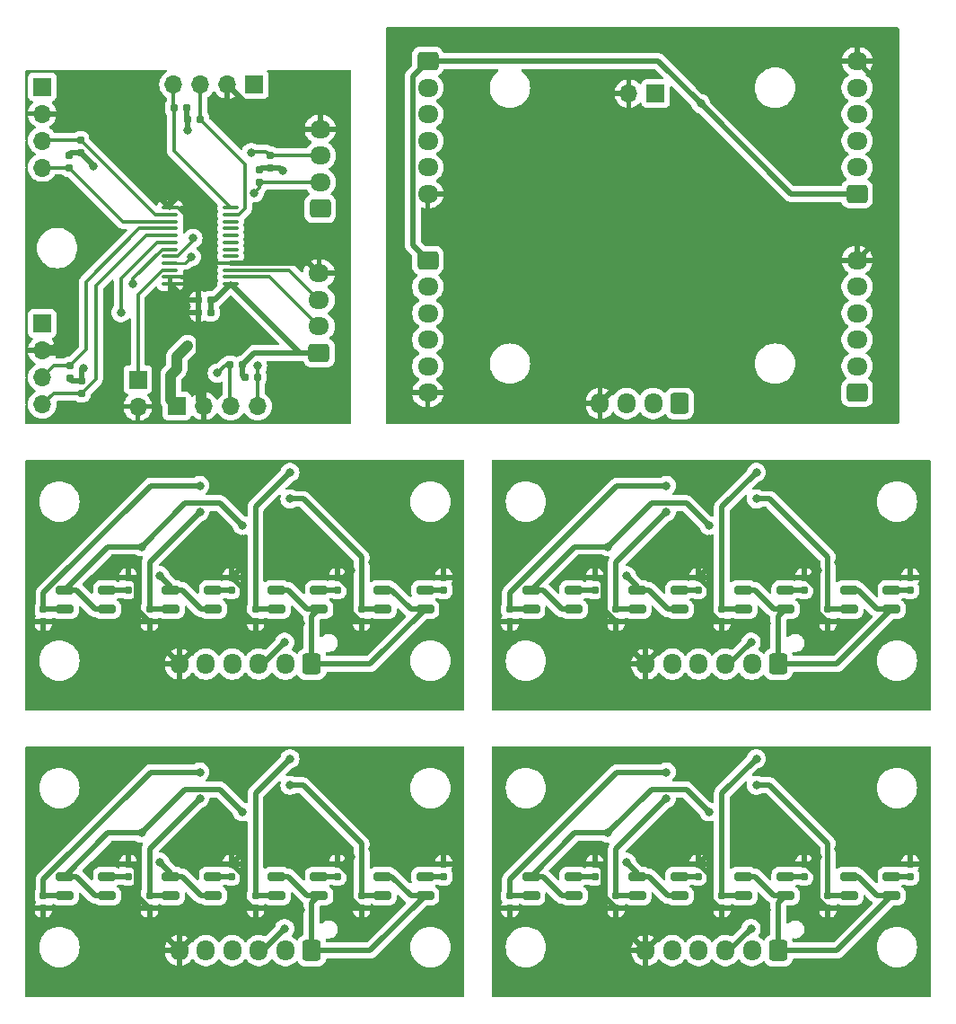
<source format=gbr>
%TF.GenerationSoftware,KiCad,Pcbnew,8.0.2*%
%TF.CreationDate,2024-05-05T14:43:22+02:00*%
%TF.ProjectId,Panelizacja 1,50616e65-6c69-47a6-9163-6a6120312e6b,rev?*%
%TF.SameCoordinates,Original*%
%TF.FileFunction,Copper,L2,Bot*%
%TF.FilePolarity,Positive*%
%FSLAX46Y46*%
G04 Gerber Fmt 4.6, Leading zero omitted, Abs format (unit mm)*
G04 Created by KiCad (PCBNEW 8.0.2) date 2024-05-05 14:43:22*
%MOMM*%
%LPD*%
G01*
G04 APERTURE LIST*
G04 Aperture macros list*
%AMRoundRect*
0 Rectangle with rounded corners*
0 $1 Rounding radius*
0 $2 $3 $4 $5 $6 $7 $8 $9 X,Y pos of 4 corners*
0 Add a 4 corners polygon primitive as box body*
4,1,4,$2,$3,$4,$5,$6,$7,$8,$9,$2,$3,0*
0 Add four circle primitives for the rounded corners*
1,1,$1+$1,$2,$3*
1,1,$1+$1,$4,$5*
1,1,$1+$1,$6,$7*
1,1,$1+$1,$8,$9*
0 Add four rect primitives between the rounded corners*
20,1,$1+$1,$2,$3,$4,$5,0*
20,1,$1+$1,$4,$5,$6,$7,0*
20,1,$1+$1,$6,$7,$8,$9,0*
20,1,$1+$1,$8,$9,$2,$3,0*%
G04 Aperture macros list end*
%TA.AperFunction,ComponentPad*%
%ADD10R,1.700000X1.700000*%
%TD*%
%TA.AperFunction,ComponentPad*%
%ADD11O,1.700000X1.700000*%
%TD*%
%TA.AperFunction,ComponentPad*%
%ADD12RoundRect,0.250000X0.600000X0.725000X-0.600000X0.725000X-0.600000X-0.725000X0.600000X-0.725000X0*%
%TD*%
%TA.AperFunction,ComponentPad*%
%ADD13O,1.700000X1.950000*%
%TD*%
%TA.AperFunction,ComponentPad*%
%ADD14RoundRect,0.250000X0.725000X-0.600000X0.725000X0.600000X-0.725000X0.600000X-0.725000X-0.600000X0*%
%TD*%
%TA.AperFunction,ComponentPad*%
%ADD15O,1.950000X1.700000*%
%TD*%
%TA.AperFunction,ComponentPad*%
%ADD16RoundRect,0.250000X-0.725000X0.600000X-0.725000X-0.600000X0.725000X-0.600000X0.725000X0.600000X0*%
%TD*%
%TA.AperFunction,SMDPad,CuDef*%
%ADD17RoundRect,0.160000X-0.160000X0.197500X-0.160000X-0.197500X0.160000X-0.197500X0.160000X0.197500X0*%
%TD*%
%TA.AperFunction,SMDPad,CuDef*%
%ADD18RoundRect,0.160000X0.160000X-0.197500X0.160000X0.197500X-0.160000X0.197500X-0.160000X-0.197500X0*%
%TD*%
%TA.AperFunction,SMDPad,CuDef*%
%ADD19RoundRect,0.197500X-0.632500X0.197500X-0.632500X-0.197500X0.632500X-0.197500X0.632500X0.197500X0*%
%TD*%
%TA.AperFunction,SMDPad,CuDef*%
%ADD20RoundRect,0.155000X0.212500X0.155000X-0.212500X0.155000X-0.212500X-0.155000X0.212500X-0.155000X0*%
%TD*%
%TA.AperFunction,SMDPad,CuDef*%
%ADD21RoundRect,0.160000X-0.197500X-0.160000X0.197500X-0.160000X0.197500X0.160000X-0.197500X0.160000X0*%
%TD*%
%TA.AperFunction,SMDPad,CuDef*%
%ADD22RoundRect,0.160000X0.197500X0.160000X-0.197500X0.160000X-0.197500X-0.160000X0.197500X-0.160000X0*%
%TD*%
%TA.AperFunction,SMDPad,CuDef*%
%ADD23RoundRect,0.100000X-0.637500X-0.100000X0.637500X-0.100000X0.637500X0.100000X-0.637500X0.100000X0*%
%TD*%
%TA.AperFunction,ViaPad*%
%ADD24C,0.800000*%
%TD*%
%TA.AperFunction,Conductor*%
%ADD25C,0.500000*%
%TD*%
%TA.AperFunction,Conductor*%
%ADD26C,0.330000*%
%TD*%
%TA.AperFunction,Conductor*%
%ADD27C,0.250000*%
%TD*%
%TA.AperFunction,Conductor*%
%ADD28C,1.000000*%
%TD*%
G04 APERTURE END LIST*
D10*
%TO.P,J6,1,Pin_1*%
%TO.N,N/C*%
X75750000Y-32525000D03*
D11*
%TO.P,J6,2,Pin_2*%
X73210000Y-32525000D03*
%TD*%
D12*
%TO.P,J2,1,Pin_1*%
%TO.N,N/C*%
X78000000Y-61750000D03*
D13*
%TO.P,J2,2,Pin_2*%
X75500000Y-61750000D03*
%TO.P,J2,3,Pin_3*%
X73000000Y-61750000D03*
%TO.P,J2,4,Pin_4*%
X70500000Y-61750000D03*
%TD*%
D14*
%TO.P,J1,1,Pin_1*%
%TO.N,N/C*%
X94750000Y-60750000D03*
D15*
%TO.P,J1,2,Pin_2*%
X94750000Y-58250000D03*
%TO.P,J1,3,Pin_3*%
X94750000Y-55750000D03*
%TO.P,J1,4,Pin_4*%
X94750000Y-53250000D03*
%TO.P,J1,5,Pin_5*%
X94750000Y-50750000D03*
%TO.P,J1,6,Pin_6*%
X94750000Y-48250000D03*
%TD*%
D16*
%TO.P,J4,1,Pin_1*%
%TO.N,N/C*%
X54250000Y-29500000D03*
D15*
%TO.P,J4,2,Pin_2*%
X54250000Y-32000000D03*
%TO.P,J4,3,Pin_3*%
X54250000Y-34500000D03*
%TO.P,J4,4,Pin_4*%
X54250000Y-37000000D03*
%TO.P,J4,5,Pin_5*%
X54250000Y-39500000D03*
%TO.P,J4,6,Pin_6*%
X54250000Y-42000000D03*
%TD*%
D16*
%TO.P,J5,1,Pin_1*%
%TO.N,N/C*%
X54250000Y-48250000D03*
D15*
%TO.P,J5,2,Pin_2*%
X54250000Y-50750000D03*
%TO.P,J5,3,Pin_3*%
X54250000Y-53250000D03*
%TO.P,J5,4,Pin_4*%
X54250000Y-55750000D03*
%TO.P,J5,5,Pin_5*%
X54250000Y-58250000D03*
%TO.P,J5,6,Pin_6*%
X54250000Y-60750000D03*
%TD*%
D14*
%TO.P,J3,1,Pin_1*%
%TO.N,N/C*%
X94750000Y-42000000D03*
D15*
%TO.P,J3,2,Pin_2*%
X94750000Y-39500000D03*
%TO.P,J3,3,Pin_3*%
X94750000Y-37000000D03*
%TO.P,J3,4,Pin_4*%
X94750000Y-34500000D03*
%TO.P,J3,5,Pin_5*%
X94750000Y-32000000D03*
%TO.P,J3,6,Pin_6*%
X94750000Y-29500000D03*
%TD*%
D12*
%TO.P,J1,1,Pin_1*%
%TO.N,N/C*%
X43311000Y-113325000D03*
D13*
%TO.P,J1,2,Pin_2*%
X40811000Y-113325000D03*
%TO.P,J1,3,Pin_3*%
X38311000Y-113325000D03*
%TO.P,J1,4,Pin_4*%
X35811000Y-113325000D03*
%TO.P,J1,5,Pin_5*%
X33311000Y-113325000D03*
%TO.P,J1,6,Pin_6*%
X30811000Y-113325000D03*
%TD*%
D10*
%TO.P,J2,1,Pin_1*%
%TO.N,N/C*%
X30580000Y-62000000D03*
D11*
%TO.P,J2,2,Pin_2*%
X33120000Y-62000000D03*
%TO.P,J2,3,Pin_3*%
X35660000Y-62000000D03*
%TO.P,J2,4,Pin_4*%
X38200000Y-62000000D03*
%TD*%
D10*
%TO.P,J4,1,Pin_1*%
%TO.N,N/C*%
X17900000Y-31900000D03*
D11*
%TO.P,J4,2,Pin_2*%
X17900000Y-34440000D03*
%TO.P,J4,3,Pin_3*%
X17900000Y-36980000D03*
%TO.P,J4,4,Pin_4*%
X17900000Y-39520000D03*
%TD*%
D10*
%TO.P,J6,1,Pin_1*%
%TO.N,N/C*%
X26900000Y-59500000D03*
D11*
%TO.P,J6,2,Pin_2*%
X26900000Y-62040000D03*
%TD*%
D12*
%TO.P,J1,1,Pin_1*%
%TO.N,N/C*%
X87311000Y-86325000D03*
D13*
%TO.P,J1,2,Pin_2*%
X84811000Y-86325000D03*
%TO.P,J1,3,Pin_3*%
X82311000Y-86325000D03*
%TO.P,J1,4,Pin_4*%
X79811000Y-86325000D03*
%TO.P,J1,5,Pin_5*%
X77311000Y-86325000D03*
%TO.P,J1,6,Pin_6*%
X74811000Y-86325000D03*
%TD*%
D14*
%TO.P,J7,1,Pin_1*%
%TO.N,N/C*%
X44100000Y-43400000D03*
D15*
%TO.P,J7,2,Pin_2*%
X44100000Y-40900000D03*
%TO.P,J7,3,Pin_3*%
X44100000Y-38400000D03*
%TO.P,J7,4,Pin_4*%
X44100000Y-35900000D03*
%TD*%
D10*
%TO.P,J3,1,Pin_1*%
%TO.N,N/C*%
X17900000Y-54220000D03*
D11*
%TO.P,J3,2,Pin_2*%
X17900000Y-56760000D03*
%TO.P,J3,3,Pin_3*%
X17900000Y-59300000D03*
%TO.P,J3,4,Pin_4*%
X17900000Y-61840000D03*
%TD*%
D12*
%TO.P,J1,1,Pin_1*%
%TO.N,N/C*%
X43311000Y-86325000D03*
D13*
%TO.P,J1,2,Pin_2*%
X40811000Y-86325000D03*
%TO.P,J1,3,Pin_3*%
X38311000Y-86325000D03*
%TO.P,J1,4,Pin_4*%
X35811000Y-86325000D03*
%TO.P,J1,5,Pin_5*%
X33311000Y-86325000D03*
%TO.P,J1,6,Pin_6*%
X30811000Y-86325000D03*
%TD*%
D10*
%TO.P,J5,1,Pin_1*%
%TO.N,N/C*%
X37900000Y-31700000D03*
D11*
%TO.P,J5,2,Pin_2*%
X35360000Y-31700000D03*
%TO.P,J5,3,Pin_3*%
X32820000Y-31700000D03*
%TO.P,J5,4,Pin_4*%
X30280000Y-31700000D03*
%TD*%
D14*
%TO.P,J1,1,Pin_1*%
%TO.N,N/C*%
X44000000Y-57000000D03*
D15*
%TO.P,J1,2,Pin_2*%
X44000000Y-54500000D03*
%TO.P,J1,3,Pin_3*%
X44000000Y-52000000D03*
%TO.P,J1,4,Pin_4*%
X44000000Y-49500000D03*
%TD*%
D12*
%TO.P,J1,1,Pin_1*%
%TO.N,N/C*%
X87311000Y-113325000D03*
D13*
%TO.P,J1,2,Pin_2*%
X84811000Y-113325000D03*
%TO.P,J1,3,Pin_3*%
X82311000Y-113325000D03*
%TO.P,J1,4,Pin_4*%
X79811000Y-113325000D03*
%TO.P,J1,5,Pin_5*%
X77311000Y-113325000D03*
%TO.P,J1,6,Pin_6*%
X74811000Y-113325000D03*
%TD*%
D17*
%TO.P,R4,1*%
%TO.N,N/C*%
X38000000Y-108152500D03*
%TO.P,R4,2*%
X38000000Y-109347500D03*
%TD*%
%TO.P,R8,1*%
%TO.N,N/C*%
X28000000Y-81152500D03*
%TO.P,R8,2*%
X28000000Y-82347500D03*
%TD*%
D18*
%TO.P,R10,1*%
%TO.N,N/C*%
X35750000Y-79347500D03*
%TO.P,R10,2*%
X35750000Y-78152500D03*
%TD*%
D19*
%TO.P,U5,1,K*%
%TO.N,N/C*%
X24000000Y-79350000D03*
%TO.P,U5,2,A*%
X20000000Y-79350000D03*
%TO.P,U5,3*%
X24000000Y-81150000D03*
%TO.P,U5,4*%
X20000000Y-81150000D03*
%TD*%
%TO.P,U3,1,K*%
%TO.N,N/C*%
X88000000Y-106350000D03*
%TO.P,U3,2,A*%
X84000000Y-106350000D03*
%TO.P,U3,3*%
X88000000Y-108150000D03*
%TO.P,U3,4*%
X84000000Y-108150000D03*
%TD*%
D17*
%TO.P,R4,1*%
%TO.N,N/C*%
X82000000Y-81152500D03*
%TO.P,R4,2*%
X82000000Y-82347500D03*
%TD*%
D19*
%TO.P,U4,1,K*%
%TO.N,N/C*%
X78000000Y-106350000D03*
%TO.P,U4,2,A*%
X74000000Y-106350000D03*
%TO.P,U4,3*%
X78000000Y-108150000D03*
%TO.P,U4,4*%
X74000000Y-108150000D03*
%TD*%
D17*
%TO.P,R4,1*%
%TO.N,N/C*%
X82000000Y-108152500D03*
%TO.P,R4,2*%
X82000000Y-109347500D03*
%TD*%
D19*
%TO.P,U3,1,K*%
%TO.N,N/C*%
X88000000Y-79350000D03*
%TO.P,U3,2,A*%
X84000000Y-79350000D03*
%TO.P,U3,3*%
X88000000Y-81150000D03*
%TO.P,U3,4*%
X84000000Y-81150000D03*
%TD*%
D17*
%TO.P,R9,1*%
%TO.N,N/C*%
X18000000Y-81152500D03*
%TO.P,R9,2*%
X18000000Y-82347500D03*
%TD*%
D18*
%TO.P,R11,1*%
%TO.N,N/C*%
X26000000Y-106347500D03*
%TO.P,R11,2*%
X26000000Y-105152500D03*
%TD*%
D19*
%TO.P,U3,1,K*%
%TO.N,N/C*%
X44000000Y-106350000D03*
%TO.P,U3,2,A*%
X40000000Y-106350000D03*
%TO.P,U3,3*%
X44000000Y-108150000D03*
%TO.P,U3,4*%
X40000000Y-108150000D03*
%TD*%
D18*
%TO.P,R7,1*%
%TO.N,N/C*%
X21502500Y-38137500D03*
%TO.P,R7,2*%
X21502500Y-36942500D03*
%TD*%
%TO.P,R10,1*%
%TO.N,N/C*%
X35750000Y-106347500D03*
%TO.P,R10,2*%
X35750000Y-105152500D03*
%TD*%
D17*
%TO.P,R9,1*%
%TO.N,N/C*%
X18000000Y-108152500D03*
%TO.P,R9,2*%
X18000000Y-109347500D03*
%TD*%
D20*
%TO.P,C1,1*%
%TO.N,N/C*%
X33767500Y-53200000D03*
%TO.P,C1,2*%
X32632500Y-53200000D03*
%TD*%
D17*
%TO.P,R2,1*%
%TO.N,N/C*%
X92000000Y-81152500D03*
%TO.P,R2,2*%
X92000000Y-82347500D03*
%TD*%
D18*
%TO.P,R1,1*%
%TO.N,N/C*%
X39400000Y-39595000D03*
%TO.P,R1,2*%
X39400000Y-38400000D03*
%TD*%
%TO.P,R10,1*%
%TO.N,N/C*%
X79750000Y-106347500D03*
%TO.P,R10,2*%
X79750000Y-105152500D03*
%TD*%
D19*
%TO.P,U4,1,K*%
%TO.N,N/C*%
X34000000Y-79350000D03*
%TO.P,U4,2,A*%
X30000000Y-79350000D03*
%TO.P,U4,3*%
X34000000Y-81150000D03*
%TO.P,U4,4*%
X30000000Y-81150000D03*
%TD*%
D21*
%TO.P,R4,1*%
%TO.N,N/C*%
X37005000Y-59300000D03*
%TO.P,R4,2*%
X38200000Y-59300000D03*
%TD*%
D17*
%TO.P,R8,1*%
%TO.N,N/C*%
X20400000Y-38342500D03*
%TO.P,R8,2*%
X20400000Y-39537500D03*
%TD*%
D18*
%TO.P,R11,1*%
%TO.N,N/C*%
X26000000Y-79347500D03*
%TO.P,R11,2*%
X26000000Y-78152500D03*
%TD*%
%TO.P,R11,1*%
%TO.N,N/C*%
X70000000Y-79347500D03*
%TO.P,R11,2*%
X70000000Y-78152500D03*
%TD*%
%TO.P,R5,1*%
%TO.N,N/C*%
X89750000Y-79347500D03*
%TO.P,R5,2*%
X89750000Y-78152500D03*
%TD*%
%TO.P,R5,1*%
%TO.N,N/C*%
X45750000Y-106347500D03*
%TO.P,R5,2*%
X45750000Y-105152500D03*
%TD*%
D19*
%TO.P,U2,1,K*%
%TO.N,N/C*%
X98000000Y-79350000D03*
%TO.P,U2,2,A*%
X94000000Y-79350000D03*
%TO.P,U2,3*%
X98000000Y-81150000D03*
%TO.P,U2,4*%
X94000000Y-81150000D03*
%TD*%
D17*
%TO.P,R2,1*%
%TO.N,N/C*%
X38400000Y-39700000D03*
%TO.P,R2,2*%
X38400000Y-40895000D03*
%TD*%
D22*
%TO.P,R13,1*%
%TO.N,N/C*%
X31495000Y-33900000D03*
%TO.P,R13,2*%
X30300000Y-33900000D03*
%TD*%
D21*
%TO.P,R12,1*%
%TO.N,N/C*%
X31605000Y-35000000D03*
%TO.P,R12,2*%
X32800000Y-35000000D03*
%TD*%
D17*
%TO.P,R9,1*%
%TO.N,N/C*%
X62000000Y-108152500D03*
%TO.P,R9,2*%
X62000000Y-109347500D03*
%TD*%
%TO.P,R6,1*%
%TO.N,N/C*%
X21600000Y-59602500D03*
%TO.P,R6,2*%
X21600000Y-60797500D03*
%TD*%
D18*
%TO.P,R3,1*%
%TO.N,N/C*%
X99750000Y-106347500D03*
%TO.P,R3,2*%
X99750000Y-105152500D03*
%TD*%
D17*
%TO.P,R8,1*%
%TO.N,N/C*%
X72000000Y-81152500D03*
%TO.P,R8,2*%
X72000000Y-82347500D03*
%TD*%
D18*
%TO.P,R5,1*%
%TO.N,N/C*%
X45750000Y-79347500D03*
%TO.P,R5,2*%
X45750000Y-78152500D03*
%TD*%
D19*
%TO.P,U2,1,K*%
%TO.N,N/C*%
X54000000Y-79350000D03*
%TO.P,U2,2,A*%
X50000000Y-79350000D03*
%TO.P,U2,3*%
X54000000Y-81150000D03*
%TO.P,U2,4*%
X50000000Y-81150000D03*
%TD*%
D23*
%TO.P,U1,1,A0*%
%TO.N,N/C*%
X29937500Y-50475000D03*
%TO.P,U1,2,A1*%
X29937500Y-49825000D03*
%TO.P,U1,3,~{RESET}*%
X29937500Y-49175000D03*
%TO.P,U1,4,SD0*%
X29937500Y-48525000D03*
%TO.P,U1,5,SC0*%
X29937500Y-47875000D03*
%TO.P,U1,6,SD1*%
X29937500Y-47225000D03*
%TO.P,U1,7,SC1*%
X29937500Y-46575000D03*
%TO.P,U1,8,SD2*%
X29937500Y-45925000D03*
%TO.P,U1,9,SC2*%
X29937500Y-45275000D03*
%TO.P,U1,10,SD3*%
X29937500Y-44625000D03*
%TO.P,U1,11,SC3*%
X29937500Y-43975000D03*
%TO.P,U1,12,GND*%
X29937500Y-43325000D03*
%TO.P,U1,13,SD4*%
X35662500Y-43325000D03*
%TO.P,U1,14,SC4*%
X35662500Y-43975000D03*
%TO.P,U1,15,SD5*%
X35662500Y-44625000D03*
%TO.P,U1,16,SC5*%
X35662500Y-45275000D03*
%TO.P,U1,17,SD6*%
X35662500Y-45925000D03*
%TO.P,U1,18,SC6*%
X35662500Y-46575000D03*
%TO.P,U1,19,SD7*%
X35662500Y-47225000D03*
%TO.P,U1,20,SC7*%
X35662500Y-47875000D03*
%TO.P,U1,21,A2*%
X35662500Y-48525000D03*
%TO.P,U1,22,SCL*%
X35662500Y-49175000D03*
%TO.P,U1,23,SDA*%
X35662500Y-49825000D03*
%TO.P,U1,24,VCC*%
X35662500Y-50475000D03*
%TD*%
D19*
%TO.P,U5,1,K*%
%TO.N,N/C*%
X24000000Y-106350000D03*
%TO.P,U5,2,A*%
X20000000Y-106350000D03*
%TO.P,U5,3*%
X24000000Y-108150000D03*
%TO.P,U5,4*%
X20000000Y-108150000D03*
%TD*%
D18*
%TO.P,R3,1*%
%TO.N,N/C*%
X55750000Y-106347500D03*
%TO.P,R3,2*%
X55750000Y-105152500D03*
%TD*%
D20*
%TO.P,C2,1*%
%TO.N,N/C*%
X33767500Y-52000000D03*
%TO.P,C2,2*%
X32632500Y-52000000D03*
%TD*%
D17*
%TO.P,R2,1*%
%TO.N,N/C*%
X48000000Y-108152500D03*
%TO.P,R2,2*%
X48000000Y-109347500D03*
%TD*%
D19*
%TO.P,U4,1,K*%
%TO.N,N/C*%
X78000000Y-79350000D03*
%TO.P,U4,2,A*%
X74000000Y-79350000D03*
%TO.P,U4,3*%
X78000000Y-81150000D03*
%TO.P,U4,4*%
X74000000Y-81150000D03*
%TD*%
%TO.P,U3,1,K*%
%TO.N,N/C*%
X44000000Y-79350000D03*
%TO.P,U3,2,A*%
X40000000Y-79350000D03*
%TO.P,U3,3*%
X44000000Y-81150000D03*
%TO.P,U3,4*%
X40000000Y-81150000D03*
%TD*%
D17*
%TO.P,R2,1*%
%TO.N,N/C*%
X92000000Y-108152500D03*
%TO.P,R2,2*%
X92000000Y-109347500D03*
%TD*%
D18*
%TO.P,R5,1*%
%TO.N,N/C*%
X89750000Y-106347500D03*
%TO.P,R5,2*%
X89750000Y-105152500D03*
%TD*%
%TO.P,R3,1*%
%TO.N,N/C*%
X99750000Y-79347500D03*
%TO.P,R3,2*%
X99750000Y-78152500D03*
%TD*%
D19*
%TO.P,U5,1,K*%
%TO.N,N/C*%
X68000000Y-79350000D03*
%TO.P,U5,2,A*%
X64000000Y-79350000D03*
%TO.P,U5,3*%
X68000000Y-81150000D03*
%TO.P,U5,4*%
X64000000Y-81150000D03*
%TD*%
D18*
%TO.P,R11,1*%
%TO.N,N/C*%
X70000000Y-106347500D03*
%TO.P,R11,2*%
X70000000Y-105152500D03*
%TD*%
D17*
%TO.P,R8,1*%
%TO.N,N/C*%
X28000000Y-108152500D03*
%TO.P,R8,2*%
X28000000Y-109347500D03*
%TD*%
D19*
%TO.P,U2,1,K*%
%TO.N,N/C*%
X98000000Y-106350000D03*
%TO.P,U2,2,A*%
X94000000Y-106350000D03*
%TO.P,U2,3*%
X98000000Y-108150000D03*
%TO.P,U2,4*%
X94000000Y-108150000D03*
%TD*%
D18*
%TO.P,R5,1*%
%TO.N,N/C*%
X20500000Y-59395000D03*
%TO.P,R5,2*%
X20500000Y-58200000D03*
%TD*%
D19*
%TO.P,U4,1,K*%
%TO.N,N/C*%
X34000000Y-106350000D03*
%TO.P,U4,2,A*%
X30000000Y-106350000D03*
%TO.P,U4,3*%
X34000000Y-108150000D03*
%TO.P,U4,4*%
X30000000Y-108150000D03*
%TD*%
D17*
%TO.P,R4,1*%
%TO.N,N/C*%
X38000000Y-81152500D03*
%TO.P,R4,2*%
X38000000Y-82347500D03*
%TD*%
%TO.P,R2,1*%
%TO.N,N/C*%
X48000000Y-81152500D03*
%TO.P,R2,2*%
X48000000Y-82347500D03*
%TD*%
D19*
%TO.P,U5,1,K*%
%TO.N,N/C*%
X68000000Y-106350000D03*
%TO.P,U5,2,A*%
X64000000Y-106350000D03*
%TO.P,U5,3*%
X68000000Y-108150000D03*
%TO.P,U5,4*%
X64000000Y-108150000D03*
%TD*%
D22*
%TO.P,R3,1*%
%TO.N,N/C*%
X36800000Y-58100000D03*
%TO.P,R3,2*%
X35605000Y-58100000D03*
%TD*%
D17*
%TO.P,R9,1*%
%TO.N,N/C*%
X62000000Y-81152500D03*
%TO.P,R9,2*%
X62000000Y-82347500D03*
%TD*%
D18*
%TO.P,R3,1*%
%TO.N,N/C*%
X55750000Y-79347500D03*
%TO.P,R3,2*%
X55750000Y-78152500D03*
%TD*%
D17*
%TO.P,R8,1*%
%TO.N,N/C*%
X72000000Y-108152500D03*
%TO.P,R8,2*%
X72000000Y-109347500D03*
%TD*%
D19*
%TO.P,U2,1,K*%
%TO.N,N/C*%
X54000000Y-106350000D03*
%TO.P,U2,2,A*%
X50000000Y-106350000D03*
%TO.P,U2,3*%
X54000000Y-108150000D03*
%TO.P,U2,4*%
X50000000Y-108150000D03*
%TD*%
D18*
%TO.P,R10,1*%
%TO.N,N/C*%
X79750000Y-79347500D03*
%TO.P,R10,2*%
X79750000Y-78152500D03*
%TD*%
D24*
%TO.N,*%
X83250000Y-53750000D03*
X80000000Y-33500000D03*
X65000000Y-49750000D03*
X66250000Y-36000000D03*
X86250000Y-82500000D03*
X51750000Y-70750000D03*
X95750000Y-70750000D03*
X41250000Y-95250000D03*
X85250000Y-68250000D03*
X71250000Y-102250000D03*
X31600000Y-56300000D03*
X31800000Y-41200000D03*
X32750000Y-99000000D03*
X41250000Y-70750000D03*
X34400000Y-58900000D03*
X73000000Y-105000000D03*
X36750000Y-101500000D03*
X26400000Y-50500000D03*
X41250000Y-68250000D03*
X30016637Y-59083363D03*
X22700000Y-39400000D03*
X76750000Y-69500000D03*
X84750000Y-84250000D03*
X51750000Y-97750000D03*
X40750000Y-84250000D03*
X42250000Y-82500000D03*
X80750000Y-73250000D03*
X76750000Y-96500000D03*
X93000000Y-76750000D03*
X32750000Y-96500000D03*
X49000000Y-76750000D03*
X29000000Y-78000000D03*
X36750000Y-73250000D03*
X91000000Y-77500000D03*
X91000000Y-104500000D03*
X38200000Y-58200000D03*
X76750000Y-99000000D03*
X37900000Y-41900000D03*
X36750000Y-74500000D03*
X85250000Y-97750000D03*
X37600000Y-38100000D03*
X32750000Y-72000000D03*
X93000000Y-103750000D03*
X21800000Y-58400000D03*
X42250000Y-109500000D03*
X40550000Y-39850000D03*
X27250000Y-102250000D03*
X36700000Y-36200000D03*
X80750000Y-101500000D03*
X20600000Y-50700000D03*
X31950000Y-47950000D03*
X29000000Y-105000000D03*
X95750000Y-97750000D03*
X80750000Y-74500000D03*
X84750000Y-111250000D03*
X27250000Y-75250000D03*
X40750000Y-111250000D03*
X86250000Y-109500000D03*
X32100000Y-46200000D03*
X32750000Y-69500000D03*
X31600000Y-36000000D03*
X25300000Y-53200000D03*
X47000000Y-77500000D03*
X47000000Y-104500000D03*
X41250000Y-97750000D03*
X85250000Y-70750000D03*
X49000000Y-103750000D03*
X80750000Y-100250000D03*
X71250000Y-75250000D03*
X36750000Y-100250000D03*
X73000000Y-78000000D03*
X85250000Y-95250000D03*
X76750000Y-72000000D03*
%TD*%
D25*
%TO.N,*%
X97000000Y-31750000D02*
X94750000Y-29500000D01*
X54250000Y-48250000D02*
X52825000Y-46825000D01*
X97000000Y-46000000D02*
X97000000Y-31750000D01*
X84000000Y-48250000D02*
X94750000Y-48250000D01*
X54250000Y-29500000D02*
X76000000Y-29500000D01*
X66250000Y-36000000D02*
X60250000Y-42000000D01*
X88750000Y-48250000D02*
X94750000Y-48250000D01*
X60250000Y-42000000D02*
X54250000Y-42000000D01*
X76000000Y-29500000D02*
X80000000Y-33500000D01*
X88500000Y-42000000D02*
X94750000Y-42000000D01*
X52825000Y-46825000D02*
X52825000Y-30925000D01*
X70500000Y-61750000D02*
X84000000Y-48250000D01*
X52825000Y-30925000D02*
X54250000Y-29500000D01*
X94750000Y-48250000D02*
X97000000Y-46000000D01*
X83250000Y-53750000D02*
X88750000Y-48250000D01*
X80000000Y-33500000D02*
X88500000Y-42000000D01*
X50000000Y-108150000D02*
X48002500Y-108150000D01*
X38000000Y-82347500D02*
X37680001Y-82347500D01*
X70000000Y-78152500D02*
X70319999Y-78152500D01*
X64000000Y-79350000D02*
X65100000Y-79350000D01*
X80750000Y-74500000D02*
X80750000Y-77152500D01*
X30000000Y-79000000D02*
X29000000Y-78000000D01*
D26*
X29937500Y-49175000D02*
X29189620Y-49175000D01*
D25*
X85100000Y-79350000D02*
X86900000Y-81150000D01*
X35747500Y-79350000D02*
X35750000Y-79347500D01*
X28000000Y-81152500D02*
X28000000Y-76750000D01*
X82000000Y-81152500D02*
X83997500Y-81152500D01*
X94850000Y-106350000D02*
X96650000Y-108150000D01*
X38000000Y-82347500D02*
X34788500Y-82347500D01*
X80750000Y-81417499D02*
X80750000Y-79122896D01*
X28000000Y-103750000D02*
X32750000Y-99000000D01*
X28000000Y-83514000D02*
X30811000Y-86325000D01*
X31495000Y-33900000D02*
X31495000Y-34890000D01*
X17900000Y-34440000D02*
X21052500Y-34440000D01*
X47000000Y-81458749D02*
X47000000Y-79250000D01*
X62002500Y-108150000D02*
X62000000Y-108152500D01*
X99750000Y-104250000D02*
X95750000Y-100250000D01*
X22700000Y-39335000D02*
X21502500Y-38137500D01*
D26*
X35662500Y-49825000D02*
X39325000Y-49825000D01*
D25*
X99747500Y-79350000D02*
X99750000Y-79347500D01*
X36750000Y-81417499D02*
X36750000Y-79122896D01*
X72000000Y-76750000D02*
X76750000Y-72000000D01*
D26*
X17900000Y-61840000D02*
X18942500Y-60797500D01*
D25*
X31100000Y-106350000D02*
X32900000Y-108150000D01*
D26*
X38400000Y-41400000D02*
X37900000Y-41900000D01*
D25*
X75100000Y-79350000D02*
X76900000Y-81150000D01*
X34650000Y-98150000D02*
X31350000Y-98150000D01*
D26*
X35662500Y-48525000D02*
X33275000Y-48525000D01*
D25*
X96650000Y-81150000D02*
X98000000Y-81150000D01*
X35779604Y-78152500D02*
X35750000Y-78152500D01*
X95750000Y-74000000D02*
X93000000Y-76750000D01*
D26*
X32800000Y-31720000D02*
X32820000Y-31700000D01*
D25*
X38000000Y-81152500D02*
X39997500Y-81152500D01*
X38675000Y-86325000D02*
X40750000Y-84250000D01*
X90347500Y-78152500D02*
X89750000Y-78152500D01*
X94000000Y-79350000D02*
X94850000Y-79350000D01*
X29937500Y-43062500D02*
X29937500Y-43325000D01*
X31605000Y-35995000D02*
X31600000Y-36000000D01*
X51750000Y-74000000D02*
X49000000Y-76750000D01*
X78788500Y-82347500D02*
X74811000Y-86325000D01*
D26*
X26400000Y-50014620D02*
X29189620Y-47225000D01*
D25*
X70319999Y-105152500D02*
X70770000Y-105602501D01*
X95750000Y-100250000D02*
X95750000Y-97750000D01*
X18000000Y-108152500D02*
X18000000Y-106598824D01*
X28000000Y-108152500D02*
X28000000Y-103750000D01*
X34000000Y-79350000D02*
X35747500Y-79350000D01*
X64000000Y-106350000D02*
X65100000Y-106350000D01*
X41100000Y-79350000D02*
X42900000Y-81150000D01*
X98000000Y-106350000D02*
X99747500Y-106350000D01*
X47000000Y-108458749D02*
X47000000Y-106250000D01*
X50850000Y-106350000D02*
X52650000Y-108150000D01*
X42900000Y-81150000D02*
X44000000Y-81150000D01*
X43311000Y-81839000D02*
X44000000Y-81150000D01*
X26319999Y-105152500D02*
X26770000Y-105602501D01*
X36750000Y-74500000D02*
X36750000Y-77152500D01*
D26*
X38400000Y-40895000D02*
X38400000Y-41400000D01*
X38200000Y-59300000D02*
X38200000Y-62000000D01*
D25*
X69997500Y-79350000D02*
X70000000Y-79347500D01*
X18000000Y-79598824D02*
X28098824Y-69500000D01*
D27*
X31375000Y-48525000D02*
X29937500Y-48525000D01*
D25*
X82000000Y-81152500D02*
X82000000Y-71500000D01*
X43311000Y-86325000D02*
X43311000Y-81839000D01*
X71970396Y-109347500D02*
X72000000Y-109347500D01*
X75350000Y-98150000D02*
X71250000Y-102250000D01*
X40000000Y-106350000D02*
X41100000Y-106350000D01*
D26*
X26400000Y-50500000D02*
X26400000Y-50014620D01*
D27*
X31950000Y-47950000D02*
X31375000Y-48525000D01*
D25*
X74000000Y-106350000D02*
X74000000Y-106000000D01*
X78000000Y-79350000D02*
X79747500Y-79350000D01*
X32632500Y-61512500D02*
X32632500Y-53200000D01*
D26*
X22000000Y-56700000D02*
X22000000Y-50300000D01*
D25*
X20000000Y-106350000D02*
X21100000Y-106350000D01*
D26*
X18942500Y-60797500D02*
X21600000Y-60797500D01*
D25*
X78000000Y-106350000D02*
X79747500Y-106350000D01*
X92002500Y-108150000D02*
X92000000Y-108152500D01*
X38311000Y-86325000D02*
X38675000Y-86325000D01*
X71970396Y-82347500D02*
X72000000Y-82347500D01*
X38000000Y-108152500D02*
X38000000Y-98500000D01*
D26*
X35605000Y-61945000D02*
X35660000Y-62000000D01*
X34400000Y-58900000D02*
X35200000Y-58100000D01*
D25*
X20000000Y-79350000D02*
X24100000Y-75250000D01*
X45747500Y-106350000D02*
X45750000Y-106347500D01*
X47888751Y-82347500D02*
X47000000Y-81458749D01*
X21600000Y-59602500D02*
X20707500Y-59602500D01*
X34788500Y-82347500D02*
X30811000Y-86325000D01*
X51750000Y-100250000D02*
X51750000Y-97750000D01*
D26*
X39400000Y-38400000D02*
X44100000Y-38400000D01*
D25*
X86900000Y-81150000D02*
X88000000Y-81150000D01*
X92000000Y-109347500D02*
X91888751Y-109347500D01*
D26*
X39000000Y-38000000D02*
X39400000Y-38400000D01*
D25*
X98000000Y-79350000D02*
X99747500Y-79350000D01*
X64000000Y-79350000D02*
X68100000Y-75250000D01*
X82000000Y-71500000D02*
X85250000Y-68250000D01*
X50850000Y-79350000D02*
X52650000Y-81150000D01*
D26*
X28535000Y-43975000D02*
X21502500Y-36942500D01*
D25*
X78788500Y-109347500D02*
X74811000Y-113325000D01*
X38000000Y-98500000D02*
X41250000Y-95250000D01*
X35779604Y-105152500D02*
X35750000Y-105152500D01*
X55750000Y-77250000D02*
X51750000Y-73250000D01*
X37000000Y-35900000D02*
X44100000Y-35900000D01*
D26*
X35200000Y-58100000D02*
X35605000Y-58100000D01*
D25*
X39997500Y-81152500D02*
X40000000Y-81150000D01*
X62000000Y-106598824D02*
X72098824Y-96500000D01*
X74000000Y-79350000D02*
X74000000Y-79000000D01*
X25997500Y-106350000D02*
X26000000Y-106347500D01*
X72000000Y-103750000D02*
X76750000Y-99000000D01*
X37900000Y-57000000D02*
X36800000Y-58100000D01*
X47000000Y-106250000D02*
X45902500Y-105152500D01*
X51750000Y-97750000D02*
X51750000Y-101000000D01*
D26*
X22940000Y-50660000D02*
X27675000Y-45925000D01*
D25*
X66900000Y-108150000D02*
X68000000Y-108150000D01*
X91888751Y-82347500D02*
X91000000Y-81458749D01*
D26*
X27675000Y-45925000D02*
X29937500Y-45925000D01*
X33300000Y-45939620D02*
X33300000Y-47400000D01*
D25*
X48000000Y-109347500D02*
X47888751Y-109347500D01*
X74000000Y-79350000D02*
X75100000Y-79350000D01*
X95750000Y-97750000D02*
X95750000Y-101000000D01*
X80750000Y-73250000D02*
X78650000Y-71150000D01*
X76900000Y-108150000D02*
X78000000Y-108150000D01*
X81680001Y-109347500D02*
X80750000Y-108417499D01*
X32900000Y-108150000D02*
X34000000Y-108150000D01*
X40000000Y-79350000D02*
X41100000Y-79350000D01*
X68000000Y-106350000D02*
X69997500Y-106350000D01*
X79747500Y-79350000D02*
X79750000Y-79347500D01*
D26*
X44095000Y-40895000D02*
X44100000Y-40900000D01*
D25*
X92825000Y-86325000D02*
X98000000Y-81150000D01*
X28000000Y-110514000D02*
X30811000Y-113325000D01*
X27970396Y-82347500D02*
X28000000Y-82347500D01*
X18000000Y-109347500D02*
X28000000Y-109347500D01*
X50000000Y-81150000D02*
X48002500Y-81150000D01*
X38000000Y-108152500D02*
X39997500Y-108152500D01*
X38675000Y-113325000D02*
X40750000Y-111250000D01*
X64000000Y-108150000D02*
X62002500Y-108150000D01*
X42097500Y-109347500D02*
X42250000Y-109500000D01*
X31605000Y-35000000D02*
X31605000Y-35995000D01*
D26*
X27025000Y-45275000D02*
X29937500Y-45275000D01*
X29937500Y-43975000D02*
X28535000Y-43975000D01*
D25*
X94000000Y-81150000D02*
X92002500Y-81150000D01*
X43311000Y-113325000D02*
X43311000Y-108839000D01*
D26*
X32100000Y-46200000D02*
X32100000Y-46460380D01*
D25*
X44000000Y-106350000D02*
X45747500Y-106350000D01*
X99747500Y-106350000D02*
X99750000Y-106347500D01*
D26*
X30280000Y-31700000D02*
X30280000Y-33880000D01*
D28*
X17900000Y-56760000D02*
X19102081Y-56760000D01*
D25*
X42900000Y-108150000D02*
X44000000Y-108150000D01*
X74000000Y-106000000D02*
X73000000Y-105000000D01*
X28000000Y-76750000D02*
X32750000Y-72000000D01*
D28*
X30580000Y-57320000D02*
X31600000Y-56300000D01*
D25*
X51750000Y-70750000D02*
X51750000Y-74000000D01*
X91000000Y-104500000D02*
X90347500Y-105152500D01*
X91000000Y-108458749D02*
X91000000Y-106250000D01*
X82675000Y-86325000D02*
X84750000Y-84250000D01*
D26*
X35662500Y-43975000D02*
X36410380Y-43975000D01*
D25*
X87311000Y-113325000D02*
X92825000Y-113325000D01*
X24100000Y-102250000D02*
X27250000Y-102250000D01*
X69997500Y-106350000D02*
X70000000Y-106347500D01*
D26*
X26900000Y-51464620D02*
X26900000Y-59500000D01*
D25*
X62000000Y-81152500D02*
X62000000Y-79598824D01*
X80750000Y-106122896D02*
X79779604Y-105152500D01*
X36750000Y-108417499D02*
X36750000Y-106122896D01*
X38000000Y-109347500D02*
X37680001Y-109347500D01*
X70000000Y-105152500D02*
X70319999Y-105152500D01*
X82000000Y-109347500D02*
X86097500Y-109347500D01*
X39400000Y-39595000D02*
X40295000Y-39595000D01*
X48002500Y-81150000D02*
X48000000Y-81152500D01*
X37680001Y-109347500D02*
X36750000Y-108417499D01*
D26*
X38400000Y-40895000D02*
X44095000Y-40895000D01*
D25*
X91888751Y-109347500D02*
X91000000Y-108458749D01*
X55750000Y-104250000D02*
X51750000Y-100250000D01*
X92000000Y-103250000D02*
X86500000Y-97750000D01*
X64000000Y-81150000D02*
X62002500Y-81150000D01*
D26*
X41175000Y-49175000D02*
X44000000Y-52000000D01*
D25*
X45902500Y-105152500D02*
X45750000Y-105152500D01*
X38505000Y-39595000D02*
X38400000Y-39700000D01*
D26*
X20382500Y-39520000D02*
X20400000Y-39537500D01*
D25*
X78650000Y-98150000D02*
X75350000Y-98150000D01*
X48825000Y-113325000D02*
X54000000Y-108150000D01*
D26*
X37700000Y-38000000D02*
X39000000Y-38000000D01*
D25*
X62000000Y-109347500D02*
X72000000Y-109347500D01*
X33767500Y-52000000D02*
X34137500Y-52000000D01*
X45747500Y-79350000D02*
X45750000Y-79347500D01*
X44000000Y-57000000D02*
X42187500Y-57000000D01*
X30000000Y-79350000D02*
X30000000Y-79000000D01*
X42500000Y-70750000D02*
X41250000Y-70750000D01*
X34650000Y-71150000D02*
X31350000Y-71150000D01*
D26*
X20500000Y-58200000D02*
X19000000Y-58200000D01*
X29189620Y-47225000D02*
X29937500Y-47225000D01*
X17900000Y-39520000D02*
X20382500Y-39520000D01*
D25*
X24000000Y-106350000D02*
X25997500Y-106350000D01*
X44000000Y-49500000D02*
X43025000Y-48525000D01*
X20605000Y-38137500D02*
X20400000Y-38342500D01*
X80750000Y-100250000D02*
X78650000Y-98150000D01*
X42187500Y-57000000D02*
X35662500Y-50475000D01*
X82000000Y-82347500D02*
X86097500Y-82347500D01*
X40295000Y-39595000D02*
X40550000Y-39850000D01*
X20707500Y-59602500D02*
X20500000Y-59395000D01*
X36700000Y-36200000D02*
X37000000Y-35900000D01*
X83997500Y-108152500D02*
X84000000Y-108150000D01*
X72000000Y-82347500D02*
X72000000Y-83514000D01*
D26*
X39325000Y-49825000D02*
X44000000Y-54500000D01*
D25*
X92000000Y-76250000D02*
X86500000Y-70750000D01*
X39400000Y-39595000D02*
X38505000Y-39595000D01*
X62000000Y-108152500D02*
X62000000Y-106598824D01*
X99750000Y-77250000D02*
X95750000Y-73250000D01*
X84000000Y-106350000D02*
X85100000Y-106350000D01*
X82311000Y-113325000D02*
X82675000Y-113325000D01*
X65100000Y-79350000D02*
X66900000Y-81150000D01*
X36750000Y-79122896D02*
X35779604Y-78152500D01*
X95750000Y-73250000D02*
X95750000Y-70750000D01*
X27970396Y-109347500D02*
X28000000Y-109347500D01*
X70770000Y-108147104D02*
X71970396Y-109347500D01*
D26*
X35605000Y-58100000D02*
X35605000Y-61945000D01*
D25*
X33767500Y-53200000D02*
X33767500Y-52000000D01*
X42500000Y-97750000D02*
X41250000Y-97750000D01*
X20000000Y-81150000D02*
X18002500Y-81150000D01*
X72002500Y-108150000D02*
X72000000Y-108152500D01*
X72002500Y-81150000D02*
X72000000Y-81152500D01*
X92000000Y-82347500D02*
X91888751Y-82347500D01*
X68100000Y-102250000D02*
X71250000Y-102250000D01*
X38000000Y-109347500D02*
X42097500Y-109347500D01*
X87311000Y-108839000D02*
X88000000Y-108150000D01*
X86500000Y-97750000D02*
X85250000Y-97750000D01*
X28000000Y-82347500D02*
X28000000Y-83514000D01*
X75350000Y-71150000D02*
X71250000Y-75250000D01*
D26*
X38200000Y-58200000D02*
X38200000Y-59300000D01*
D25*
X66900000Y-81150000D02*
X68000000Y-81150000D01*
X91000000Y-79250000D02*
X89902500Y-78152500D01*
D26*
X35662500Y-49175000D02*
X41175000Y-49175000D01*
D25*
X50000000Y-106350000D02*
X50850000Y-106350000D01*
X87311000Y-86325000D02*
X92825000Y-86325000D01*
D26*
X21502500Y-36942500D02*
X17937500Y-36942500D01*
D25*
X72098824Y-96500000D02*
X76750000Y-96500000D01*
X86900000Y-108150000D02*
X88000000Y-108150000D01*
X20000000Y-79350000D02*
X21100000Y-79350000D01*
X95750000Y-70750000D02*
X95750000Y-74000000D01*
X92000000Y-81152500D02*
X92000000Y-76250000D01*
X45902500Y-78152500D02*
X45750000Y-78152500D01*
X18000000Y-106598824D02*
X28098824Y-96500000D01*
X24000000Y-79350000D02*
X25997500Y-79350000D01*
X80750000Y-108417499D02*
X80750000Y-106122896D01*
D26*
X33300000Y-47400000D02*
X34425000Y-48525000D01*
D25*
X54000000Y-106350000D02*
X55747500Y-106350000D01*
X82311000Y-86325000D02*
X82675000Y-86325000D01*
X26770000Y-81147104D02*
X27970396Y-82347500D01*
D26*
X29937500Y-50475000D02*
X29937500Y-49825000D01*
D25*
X75100000Y-106350000D02*
X76900000Y-108150000D01*
X80750000Y-101500000D02*
X80750000Y-104152500D01*
X39997500Y-108152500D02*
X40000000Y-108150000D01*
X79747500Y-106350000D02*
X79750000Y-106347500D01*
D26*
X25487500Y-44625000D02*
X29937500Y-44625000D01*
D25*
X52650000Y-81150000D02*
X54000000Y-81150000D01*
X18002500Y-108150000D02*
X18000000Y-108152500D01*
X26770000Y-78602501D02*
X26770000Y-81147104D01*
X34137500Y-52000000D02*
X35662500Y-50475000D01*
X26319999Y-78152500D02*
X26770000Y-78602501D01*
X30000000Y-106350000D02*
X30000000Y-106000000D01*
X80750000Y-104152500D02*
X79750000Y-105152500D01*
X28098824Y-69500000D02*
X32750000Y-69500000D01*
X82000000Y-82347500D02*
X78788500Y-82347500D01*
X50000000Y-79350000D02*
X50850000Y-79350000D01*
X91000000Y-81458749D02*
X91000000Y-79250000D01*
X35747500Y-106350000D02*
X35750000Y-106347500D01*
D26*
X32800000Y-35000000D02*
X32800000Y-31720000D01*
X25300000Y-50007036D02*
X25300000Y-53200000D01*
D25*
X48000000Y-81152500D02*
X48000000Y-76250000D01*
X62002500Y-81150000D02*
X62000000Y-81152500D01*
X88000000Y-106350000D02*
X89747500Y-106350000D01*
X88000000Y-79350000D02*
X89747500Y-79350000D01*
X32632500Y-52000000D02*
X31462500Y-52000000D01*
X47000000Y-77500000D02*
X46347500Y-78152500D01*
X55747500Y-79350000D02*
X55750000Y-79347500D01*
D26*
X30300000Y-37962500D02*
X35662500Y-43325000D01*
D25*
X86097500Y-109347500D02*
X86250000Y-109500000D01*
X21600000Y-58600000D02*
X21800000Y-58400000D01*
D26*
X37600000Y-38100000D02*
X37700000Y-38000000D01*
D25*
X70770000Y-81147104D02*
X71970396Y-82347500D01*
D26*
X30280000Y-33880000D02*
X30300000Y-33900000D01*
D25*
X30000000Y-79350000D02*
X31100000Y-79350000D01*
X46347500Y-78152500D02*
X45750000Y-78152500D01*
X38311000Y-113325000D02*
X38675000Y-113325000D01*
D26*
X19000000Y-58200000D02*
X17900000Y-59300000D01*
D25*
X21502500Y-38137500D02*
X20605000Y-38137500D01*
X55747500Y-106350000D02*
X55750000Y-106347500D01*
X91000000Y-77500000D02*
X90347500Y-78152500D01*
D26*
X22000000Y-50300000D02*
X27025000Y-45275000D01*
D25*
X82000000Y-98500000D02*
X85250000Y-95250000D01*
X92002500Y-81150000D02*
X92000000Y-81152500D01*
X34000000Y-106350000D02*
X35747500Y-106350000D01*
X81680001Y-82347500D02*
X80750000Y-81417499D01*
X82000000Y-108152500D02*
X83997500Y-108152500D01*
X22900000Y-81150000D02*
X24000000Y-81150000D01*
X30000000Y-106000000D02*
X29000000Y-105000000D01*
X94000000Y-108150000D02*
X92002500Y-108150000D01*
X72000000Y-110514000D02*
X74811000Y-113325000D01*
X86500000Y-70750000D02*
X85250000Y-70750000D01*
X36750000Y-104152500D02*
X35750000Y-105152500D01*
X80750000Y-79122896D02*
X79779604Y-78152500D01*
D28*
X30580000Y-58520000D02*
X30580000Y-57320000D01*
D25*
X87311000Y-81839000D02*
X88000000Y-81150000D01*
D26*
X37000000Y-43385380D02*
X37000000Y-39200000D01*
D25*
X82000000Y-109347500D02*
X81680001Y-109347500D01*
X26770000Y-105602501D02*
X26770000Y-108147104D01*
D26*
X28732036Y-46575000D02*
X25300000Y-50007036D01*
D25*
X18002500Y-81150000D02*
X18000000Y-81152500D01*
X34788500Y-109347500D02*
X30811000Y-113325000D01*
X38000000Y-82347500D02*
X42097500Y-82347500D01*
X89902500Y-105152500D02*
X89750000Y-105152500D01*
X89747500Y-106350000D02*
X89750000Y-106347500D01*
X37680001Y-82347500D02*
X36750000Y-81417499D01*
X43311000Y-86325000D02*
X48825000Y-86325000D01*
X83997500Y-81152500D02*
X84000000Y-81150000D01*
X38000000Y-81152500D02*
X38000000Y-71500000D01*
X48000000Y-103250000D02*
X42500000Y-97750000D01*
X32900000Y-81150000D02*
X34000000Y-81150000D01*
X52650000Y-108150000D02*
X54000000Y-108150000D01*
X36750000Y-106122896D02*
X35779604Y-105152500D01*
X62000000Y-79598824D02*
X72098824Y-69500000D01*
X94850000Y-79350000D02*
X96650000Y-81150000D01*
X55750000Y-105152500D02*
X55750000Y-104250000D01*
D26*
X30300000Y-33900000D02*
X30300000Y-37962500D01*
D25*
X36750000Y-101500000D02*
X36750000Y-104152500D01*
X33120000Y-62000000D02*
X32632500Y-61512500D01*
X96650000Y-108150000D02*
X98000000Y-108150000D01*
X55750000Y-78152500D02*
X55750000Y-77250000D01*
D28*
X30016637Y-59083363D02*
X30580000Y-58520000D01*
D25*
X21100000Y-79350000D02*
X22900000Y-81150000D01*
D26*
X33275000Y-48525000D02*
X31975000Y-49825000D01*
X37000000Y-39200000D02*
X32800000Y-35000000D01*
X17937500Y-36942500D02*
X17900000Y-36980000D01*
D25*
X68000000Y-79350000D02*
X69997500Y-79350000D01*
X72000000Y-83514000D02*
X74811000Y-86325000D01*
X43311000Y-108839000D02*
X44000000Y-108150000D01*
X74000000Y-106350000D02*
X75100000Y-106350000D01*
X86097500Y-82347500D02*
X86250000Y-82500000D01*
D26*
X20400000Y-39537500D02*
X25487500Y-44625000D01*
D25*
X31495000Y-34890000D02*
X31605000Y-35000000D01*
X99750000Y-105152500D02*
X99750000Y-104250000D01*
X72000000Y-109347500D02*
X72000000Y-110514000D01*
D26*
X29937500Y-46575000D02*
X28732036Y-46575000D01*
X20500000Y-58200000D02*
X22000000Y-56700000D01*
D25*
X48002500Y-108150000D02*
X48000000Y-108152500D01*
X43311000Y-113325000D02*
X48825000Y-113325000D01*
X36750000Y-77152500D02*
X35750000Y-78152500D01*
X47000000Y-104500000D02*
X46347500Y-105152500D01*
X35360000Y-31700000D02*
X39560000Y-35900000D01*
X26770000Y-108147104D02*
X27970396Y-109347500D01*
X36750000Y-100250000D02*
X34650000Y-98150000D01*
D28*
X20600000Y-55262081D02*
X20600000Y-50700000D01*
D25*
X30000000Y-108150000D02*
X28002500Y-108150000D01*
X78650000Y-71150000D02*
X75350000Y-71150000D01*
X74000000Y-108150000D02*
X72002500Y-108150000D01*
X48000000Y-82347500D02*
X47888751Y-82347500D01*
D26*
X31975000Y-49825000D02*
X29937500Y-49825000D01*
D25*
X68100000Y-75250000D02*
X71250000Y-75250000D01*
X38000000Y-71500000D02*
X41250000Y-68250000D01*
X28098824Y-96500000D02*
X32750000Y-96500000D01*
X42097500Y-82347500D02*
X42250000Y-82500000D01*
X22900000Y-108150000D02*
X24000000Y-108150000D01*
X92825000Y-113325000D02*
X98000000Y-108150000D01*
X31350000Y-71150000D02*
X27250000Y-75250000D01*
X70770000Y-105602501D02*
X70770000Y-108147104D01*
D26*
X30685380Y-43325000D02*
X33300000Y-45939620D01*
D25*
X79779604Y-105152500D02*
X79750000Y-105152500D01*
X72000000Y-108152500D02*
X72000000Y-103750000D01*
X74000000Y-81150000D02*
X72002500Y-81150000D01*
X25997500Y-79350000D02*
X26000000Y-79347500D01*
X92000000Y-108152500D02*
X92000000Y-103250000D01*
X87311000Y-113325000D02*
X87311000Y-108839000D01*
X26000000Y-105152500D02*
X26319999Y-105152500D01*
X48000000Y-76250000D02*
X42500000Y-70750000D01*
X18000000Y-82347500D02*
X28000000Y-82347500D01*
X80750000Y-77152500D02*
X79750000Y-78152500D01*
X31462500Y-52000000D02*
X29937500Y-50475000D01*
X30000000Y-106350000D02*
X31100000Y-106350000D01*
D28*
X30016637Y-61436637D02*
X30580000Y-62000000D01*
D25*
X64000000Y-106350000D02*
X68100000Y-102250000D01*
X31350000Y-98150000D02*
X27250000Y-102250000D01*
X20000000Y-106350000D02*
X24100000Y-102250000D01*
D28*
X19102081Y-56760000D02*
X20600000Y-55262081D01*
D25*
X91000000Y-106250000D02*
X89902500Y-105152500D01*
X51750000Y-101000000D02*
X49000000Y-103750000D01*
D26*
X29189620Y-49175000D02*
X26900000Y-51464620D01*
X34425000Y-48525000D02*
X35662500Y-48525000D01*
D25*
X18000000Y-81152500D02*
X18000000Y-79598824D01*
X76900000Y-81150000D02*
X78000000Y-81150000D01*
D26*
X29937500Y-43325000D02*
X30685380Y-43325000D01*
D25*
X38000000Y-109347500D02*
X34788500Y-109347500D01*
X89747500Y-79350000D02*
X89750000Y-79347500D01*
X20000000Y-108150000D02*
X18002500Y-108150000D01*
X82000000Y-82347500D02*
X81680001Y-82347500D01*
X39560000Y-35900000D02*
X44100000Y-35900000D01*
X79779604Y-78152500D02*
X79750000Y-78152500D01*
X65100000Y-106350000D02*
X66900000Y-108150000D01*
X28002500Y-108150000D02*
X28000000Y-108152500D01*
X48825000Y-86325000D02*
X54000000Y-81150000D01*
X47888751Y-109347500D02*
X47000000Y-108458749D01*
X28000000Y-109347500D02*
X28000000Y-110514000D01*
D26*
X21600000Y-60797500D02*
X22940000Y-59457500D01*
D25*
X22700000Y-39400000D02*
X22700000Y-39335000D01*
X82000000Y-109347500D02*
X78788500Y-109347500D01*
X24100000Y-75250000D02*
X27250000Y-75250000D01*
X95750000Y-101000000D02*
X93000000Y-103750000D01*
X90347500Y-105152500D02*
X89750000Y-105152500D01*
X32632500Y-53200000D02*
X32632500Y-52000000D01*
X41100000Y-106350000D02*
X42900000Y-108150000D01*
X46347500Y-105152500D02*
X45750000Y-105152500D01*
X54000000Y-79350000D02*
X55747500Y-79350000D01*
D26*
X22940000Y-59457500D02*
X22940000Y-50660000D01*
D25*
X99750000Y-78152500D02*
X99750000Y-77250000D01*
X31800000Y-41200000D02*
X29937500Y-43062500D01*
D26*
X36410380Y-43975000D02*
X37000000Y-43385380D01*
D25*
X70319999Y-78152500D02*
X70770000Y-78602501D01*
X47000000Y-79250000D02*
X45902500Y-78152500D01*
X84000000Y-79350000D02*
X85100000Y-79350000D01*
X30000000Y-81150000D02*
X28002500Y-81150000D01*
X21052500Y-34440000D02*
X29937500Y-43325000D01*
X44000000Y-57000000D02*
X37900000Y-57000000D01*
D26*
X32100000Y-46460380D02*
X30685380Y-47875000D01*
D25*
X85100000Y-106350000D02*
X86900000Y-108150000D01*
X87311000Y-86325000D02*
X87311000Y-81839000D01*
X82000000Y-108152500D02*
X82000000Y-98500000D01*
X51750000Y-73250000D02*
X51750000Y-70750000D01*
X21100000Y-106350000D02*
X22900000Y-108150000D01*
X36800000Y-58100000D02*
X36800000Y-59095000D01*
X89902500Y-78152500D02*
X89750000Y-78152500D01*
X31100000Y-79350000D02*
X32900000Y-81150000D01*
D26*
X30685380Y-47875000D02*
X29937500Y-47875000D01*
D25*
X48000000Y-108152500D02*
X48000000Y-103250000D01*
X70770000Y-78602501D02*
X70770000Y-81147104D01*
X36800000Y-59095000D02*
X37005000Y-59300000D01*
X21600000Y-59602500D02*
X21600000Y-58600000D01*
X36750000Y-73250000D02*
X34650000Y-71150000D01*
X44000000Y-79350000D02*
X45747500Y-79350000D01*
X26000000Y-78152500D02*
X26319999Y-78152500D01*
X72000000Y-81152500D02*
X72000000Y-76750000D01*
X74000000Y-79000000D02*
X73000000Y-78000000D01*
X62000000Y-82347500D02*
X72000000Y-82347500D01*
D28*
X30016637Y-59083363D02*
X30016637Y-61436637D01*
D25*
X72098824Y-69500000D02*
X76750000Y-69500000D01*
X28002500Y-81150000D02*
X28000000Y-81152500D01*
X82675000Y-113325000D02*
X84750000Y-111250000D01*
X94000000Y-106350000D02*
X94850000Y-106350000D01*
X43025000Y-48525000D02*
X35662500Y-48525000D01*
%TD*%
%TA.AperFunction,NonConductor*%
G36*
X29597929Y-30320185D02*
G01*
X29643684Y-30372989D01*
X29653628Y-30442147D01*
X29624603Y-30505703D01*
X29602013Y-30526075D01*
X29408597Y-30661505D01*
X29241505Y-30828597D01*
X29105965Y-31022169D01*
X29105964Y-31022171D01*
X29006098Y-31236335D01*
X29006094Y-31236344D01*
X28944938Y-31464586D01*
X28944936Y-31464596D01*
X28924341Y-31699999D01*
X28924341Y-31700000D01*
X28944936Y-31935403D01*
X28944938Y-31935413D01*
X29006094Y-32163655D01*
X29006096Y-32163659D01*
X29006097Y-32163663D01*
X29086004Y-32335023D01*
X29105965Y-32377830D01*
X29105967Y-32377834D01*
X29214281Y-32532521D01*
X29241505Y-32571401D01*
X29408599Y-32738495D01*
X29493404Y-32797876D01*
X29561623Y-32845644D01*
X29605248Y-32900221D01*
X29614500Y-32947219D01*
X29614500Y-33242550D01*
X29594815Y-33309589D01*
X29582606Y-33324739D01*
X29578742Y-33329670D01*
X29495767Y-33466929D01*
X29495765Y-33466933D01*
X29448048Y-33620065D01*
X29442000Y-33686621D01*
X29442000Y-34113388D01*
X29448046Y-34179926D01*
X29448048Y-34179933D01*
X29495765Y-34333066D01*
X29495767Y-34333070D01*
X29578742Y-34470329D01*
X29578746Y-34470334D01*
X29598181Y-34489769D01*
X29631666Y-34551092D01*
X29634500Y-34577450D01*
X29634500Y-37896953D01*
X29634500Y-38028047D01*
X29634500Y-38028049D01*
X29634499Y-38028049D01*
X29660073Y-38156613D01*
X29660075Y-38156619D01*
X29710242Y-38277732D01*
X29783072Y-38386732D01*
X29783075Y-38386736D01*
X29783076Y-38386737D01*
X34399580Y-43003240D01*
X34433065Y-43064563D01*
X34434838Y-43107105D01*
X34424500Y-43185636D01*
X34424500Y-43464363D01*
X34439953Y-43581753D01*
X34439957Y-43581765D01*
X34448566Y-43602550D01*
X34456033Y-43672019D01*
X34448566Y-43697450D01*
X34439957Y-43718234D01*
X34439955Y-43718239D01*
X34424500Y-43835638D01*
X34424500Y-44114363D01*
X34439953Y-44231753D01*
X34439957Y-44231765D01*
X34448566Y-44252550D01*
X34456033Y-44322019D01*
X34448566Y-44347450D01*
X34439957Y-44368234D01*
X34439955Y-44368239D01*
X34424500Y-44485638D01*
X34424500Y-44764363D01*
X34439953Y-44881753D01*
X34439957Y-44881765D01*
X34448566Y-44902550D01*
X34456033Y-44972019D01*
X34448566Y-44997450D01*
X34439957Y-45018234D01*
X34439955Y-45018239D01*
X34424500Y-45135638D01*
X34424500Y-45414363D01*
X34439953Y-45531753D01*
X34439957Y-45531765D01*
X34448566Y-45552550D01*
X34456033Y-45622019D01*
X34448566Y-45647450D01*
X34439957Y-45668234D01*
X34439955Y-45668239D01*
X34424500Y-45785638D01*
X34424500Y-46064363D01*
X34439953Y-46181753D01*
X34439957Y-46181765D01*
X34448566Y-46202550D01*
X34456033Y-46272019D01*
X34448566Y-46297450D01*
X34439957Y-46318234D01*
X34439955Y-46318239D01*
X34424500Y-46435638D01*
X34424500Y-46714363D01*
X34439953Y-46831753D01*
X34439957Y-46831765D01*
X34448566Y-46852550D01*
X34456033Y-46922019D01*
X34448566Y-46947450D01*
X34439957Y-46968234D01*
X34439955Y-46968239D01*
X34424500Y-47085638D01*
X34424500Y-47364363D01*
X34439953Y-47481753D01*
X34439957Y-47481765D01*
X34448566Y-47502550D01*
X34456033Y-47572019D01*
X34448566Y-47597450D01*
X34439957Y-47618234D01*
X34439955Y-47618239D01*
X34424500Y-47735638D01*
X34424500Y-48014363D01*
X34439953Y-48131753D01*
X34439956Y-48131762D01*
X34448837Y-48153203D01*
X34456304Y-48222673D01*
X34448838Y-48248103D01*
X34440443Y-48268370D01*
X34432987Y-48325000D01*
X34475500Y-48325000D01*
X34542539Y-48344685D01*
X34573875Y-48373513D01*
X34578667Y-48379758D01*
X34596718Y-48403282D01*
X34627140Y-48426625D01*
X34668341Y-48483052D01*
X34672496Y-48552798D01*
X34638283Y-48613719D01*
X34627146Y-48623369D01*
X34596718Y-48646718D01*
X34596717Y-48646719D01*
X34596716Y-48646720D01*
X34573875Y-48676487D01*
X34517447Y-48717690D01*
X34475500Y-48725000D01*
X34432990Y-48725000D01*
X34432988Y-48725001D01*
X34440441Y-48781622D01*
X34440445Y-48781634D01*
X34448837Y-48801895D01*
X34456304Y-48871364D01*
X34448838Y-48896794D01*
X34439956Y-48918238D01*
X34439955Y-48918239D01*
X34424500Y-49035638D01*
X34424500Y-49314363D01*
X34439953Y-49431753D01*
X34439957Y-49431765D01*
X34448566Y-49452550D01*
X34456033Y-49522019D01*
X34448566Y-49547450D01*
X34439957Y-49568234D01*
X34439955Y-49568239D01*
X34424500Y-49685638D01*
X34424500Y-49964363D01*
X34439953Y-50081753D01*
X34439957Y-50081765D01*
X34448566Y-50102550D01*
X34456033Y-50172019D01*
X34448566Y-50197450D01*
X34439957Y-50218234D01*
X34439957Y-50218235D01*
X34439956Y-50218238D01*
X34432483Y-50275000D01*
X34424500Y-50335638D01*
X34424500Y-50600268D01*
X34404815Y-50667307D01*
X34388181Y-50687949D01*
X33922949Y-51153181D01*
X33861626Y-51186666D01*
X33835268Y-51189500D01*
X33488809Y-51189500D01*
X33488784Y-51189501D01*
X33451641Y-51192424D01*
X33292604Y-51238628D01*
X33292596Y-51238631D01*
X33262627Y-51256355D01*
X33194903Y-51273536D01*
X33136389Y-51256355D01*
X33107199Y-51239093D01*
X33107194Y-51239091D01*
X32948283Y-51192922D01*
X32948277Y-51192921D01*
X32911157Y-51190000D01*
X32882500Y-51190000D01*
X32882500Y-54010000D01*
X32911142Y-54010000D01*
X32911157Y-54009999D01*
X32948277Y-54007078D01*
X32948283Y-54007077D01*
X33107194Y-53960908D01*
X33107202Y-53960905D01*
X33136386Y-53943646D01*
X33204109Y-53926462D01*
X33262628Y-53943644D01*
X33292600Y-53961370D01*
X33334541Y-53973555D01*
X33451637Y-54007575D01*
X33451640Y-54007575D01*
X33451642Y-54007576D01*
X33488797Y-54010500D01*
X34046202Y-54010499D01*
X34083358Y-54007576D01*
X34242400Y-53961370D01*
X34384954Y-53877063D01*
X34502063Y-53759954D01*
X34586370Y-53617400D01*
X34632576Y-53458358D01*
X34635500Y-53421203D01*
X34635499Y-52978798D01*
X34632576Y-52941642D01*
X34586370Y-52782600D01*
X34569851Y-52754669D01*
X34552668Y-52686946D01*
X34574827Y-52620684D01*
X34607697Y-52588443D01*
X34615916Y-52582952D01*
X35574818Y-51624047D01*
X35636141Y-51590563D01*
X35705832Y-51595547D01*
X35750180Y-51624048D01*
X38003197Y-53877065D01*
X40163952Y-56037819D01*
X40197437Y-56099142D01*
X40192453Y-56168834D01*
X40150581Y-56224767D01*
X40085117Y-56249184D01*
X40076271Y-56249500D01*
X37826080Y-56249500D01*
X37681092Y-56278340D01*
X37681082Y-56278343D01*
X37544509Y-56334913D01*
X37510034Y-56357949D01*
X37421582Y-56417049D01*
X37421581Y-56417050D01*
X36591878Y-57246752D01*
X36530555Y-57280237D01*
X36515419Y-57282562D01*
X36482573Y-57285546D01*
X36482566Y-57285548D01*
X36329433Y-57333265D01*
X36329429Y-57333267D01*
X36266649Y-57371219D01*
X36199094Y-57389055D01*
X36138351Y-57371219D01*
X36075570Y-57333267D01*
X36075566Y-57333265D01*
X35922433Y-57285548D01*
X35922435Y-57285548D01*
X35889575Y-57282562D01*
X35855881Y-57279500D01*
X35855878Y-57279500D01*
X35354111Y-57279500D01*
X35287573Y-57285546D01*
X35287566Y-57285548D01*
X35134433Y-57333265D01*
X35134429Y-57333267D01*
X34997170Y-57416242D01*
X34997164Y-57416247D01*
X34933619Y-57479790D01*
X34893402Y-57506664D01*
X34884774Y-57510238D01*
X34884773Y-57510239D01*
X34884769Y-57510241D01*
X34884768Y-57510242D01*
X34848463Y-57534500D01*
X34775764Y-57583075D01*
X34775763Y-57583076D01*
X34395660Y-57963181D01*
X34334337Y-57996666D01*
X34307979Y-57999500D01*
X34305354Y-57999500D01*
X34272897Y-58006398D01*
X34120197Y-58038855D01*
X34120192Y-58038857D01*
X33947270Y-58115848D01*
X33947265Y-58115851D01*
X33794129Y-58227111D01*
X33667466Y-58367785D01*
X33572821Y-58531715D01*
X33572818Y-58531722D01*
X33543430Y-58622171D01*
X33514326Y-58711744D01*
X33494540Y-58900000D01*
X33514326Y-59088256D01*
X33514327Y-59088259D01*
X33572818Y-59268277D01*
X33572821Y-59268284D01*
X33667467Y-59432216D01*
X33726504Y-59497783D01*
X33794129Y-59572888D01*
X33947265Y-59684148D01*
X33947270Y-59684151D01*
X34120192Y-59761142D01*
X34120197Y-59761144D01*
X34305354Y-59800500D01*
X34305355Y-59800500D01*
X34494644Y-59800500D01*
X34494646Y-59800500D01*
X34679803Y-59761144D01*
X34765064Y-59723183D01*
X34834314Y-59713898D01*
X34897590Y-59743526D01*
X34934804Y-59802660D01*
X34939500Y-59836462D01*
X34939500Y-60791292D01*
X34919815Y-60858331D01*
X34886624Y-60892867D01*
X34788599Y-60961505D01*
X34788597Y-60961506D01*
X34621508Y-61128594D01*
X34491269Y-61314595D01*
X34436692Y-61358219D01*
X34367193Y-61365412D01*
X34304839Y-61333890D01*
X34288119Y-61314594D01*
X34158113Y-61128926D01*
X34158108Y-61128920D01*
X33991082Y-60961894D01*
X33797578Y-60826399D01*
X33583492Y-60726570D01*
X33583486Y-60726567D01*
X33370000Y-60669364D01*
X33370000Y-61566988D01*
X33312993Y-61534075D01*
X33185826Y-61500000D01*
X33054174Y-61500000D01*
X32927007Y-61534075D01*
X32870000Y-61566988D01*
X32870000Y-60669364D01*
X32869999Y-60669364D01*
X32656513Y-60726567D01*
X32656507Y-60726570D01*
X32442422Y-60826399D01*
X32442420Y-60826400D01*
X32248926Y-60961886D01*
X32126865Y-61083947D01*
X32065542Y-61117431D01*
X31995850Y-61112447D01*
X31939917Y-61070575D01*
X31923002Y-61039598D01*
X31873797Y-60907671D01*
X31873793Y-60907664D01*
X31787547Y-60792455D01*
X31787544Y-60792452D01*
X31672335Y-60706206D01*
X31672328Y-60706202D01*
X31537482Y-60655908D01*
X31537483Y-60655908D01*
X31477883Y-60649501D01*
X31477881Y-60649500D01*
X31477873Y-60649500D01*
X31477865Y-60649500D01*
X31141137Y-60649500D01*
X31074098Y-60629815D01*
X31028343Y-60577011D01*
X31017137Y-60525500D01*
X31017137Y-59549145D01*
X31036822Y-59482106D01*
X31053451Y-59461468D01*
X31357140Y-59157781D01*
X31466632Y-58993914D01*
X31542052Y-58811835D01*
X31580501Y-58618540D01*
X31580501Y-58421459D01*
X31580501Y-58416349D01*
X31580500Y-58416323D01*
X31580500Y-57785782D01*
X31600185Y-57718743D01*
X31616819Y-57698101D01*
X32377136Y-56937784D01*
X32377139Y-56937781D01*
X32486631Y-56773914D01*
X32562051Y-56591836D01*
X32600500Y-56398540D01*
X32600500Y-56201460D01*
X32600500Y-56201457D01*
X32600499Y-56201455D01*
X32587139Y-56134292D01*
X32562051Y-56008164D01*
X32486631Y-55826086D01*
X32486629Y-55826083D01*
X32486627Y-55826079D01*
X32377139Y-55662219D01*
X32377136Y-55662215D01*
X32237784Y-55522863D01*
X32237780Y-55522860D01*
X32073920Y-55413372D01*
X32073910Y-55413367D01*
X31891836Y-55337949D01*
X31891828Y-55337947D01*
X31698543Y-55299500D01*
X31698540Y-55299500D01*
X31501460Y-55299500D01*
X31501457Y-55299500D01*
X31308171Y-55337947D01*
X31308163Y-55337949D01*
X31126089Y-55413367D01*
X31126079Y-55413372D01*
X30962219Y-55522860D01*
X30962215Y-55522863D01*
X30447260Y-56037819D01*
X29942221Y-56542858D01*
X29942218Y-56542861D01*
X29893251Y-56591828D01*
X29802859Y-56682219D01*
X29693371Y-56846079D01*
X29693364Y-56846092D01*
X29655387Y-56937780D01*
X29655387Y-56937781D01*
X29617949Y-57028162D01*
X29617949Y-57028164D01*
X29604440Y-57096078D01*
X29604440Y-57096079D01*
X29579500Y-57221456D01*
X29579500Y-58054217D01*
X29559815Y-58121256D01*
X29543181Y-58141898D01*
X29378857Y-58306222D01*
X29378855Y-58306224D01*
X29334581Y-58350498D01*
X29239496Y-58445582D01*
X29130008Y-58609442D01*
X29130001Y-58609455D01*
X29086252Y-58715078D01*
X29086252Y-58715079D01*
X29054587Y-58791524D01*
X29054584Y-58791533D01*
X29045672Y-58836338D01*
X29016137Y-58984817D01*
X29016137Y-61535179D01*
X29017096Y-61540000D01*
X29034952Y-61629768D01*
X29050546Y-61708165D01*
X29054586Y-61728472D01*
X29054587Y-61728476D01*
X29130003Y-61910548D01*
X29130004Y-61910550D01*
X29130005Y-61910551D01*
X29208602Y-62028180D01*
X29229480Y-62094856D01*
X29229500Y-62097070D01*
X29229500Y-62897870D01*
X29229501Y-62897876D01*
X29235908Y-62957483D01*
X29286202Y-63092328D01*
X29286206Y-63092335D01*
X29372452Y-63207544D01*
X29372455Y-63207547D01*
X29487664Y-63293793D01*
X29487671Y-63293797D01*
X29622517Y-63344091D01*
X29622516Y-63344091D01*
X29629444Y-63344835D01*
X29682127Y-63350500D01*
X31477872Y-63350499D01*
X31537483Y-63344091D01*
X31672331Y-63293796D01*
X31787546Y-63207546D01*
X31873796Y-63092331D01*
X31923002Y-62960401D01*
X31964872Y-62904468D01*
X32030337Y-62880050D01*
X32098610Y-62894901D01*
X32126865Y-62916053D01*
X32248917Y-63038105D01*
X32442421Y-63173600D01*
X32656507Y-63273429D01*
X32656516Y-63273433D01*
X32870000Y-63330634D01*
X32870000Y-62433012D01*
X32927007Y-62465925D01*
X33054174Y-62500000D01*
X33185826Y-62500000D01*
X33312993Y-62465925D01*
X33370000Y-62433012D01*
X33370000Y-63330633D01*
X33583483Y-63273433D01*
X33583492Y-63273429D01*
X33797578Y-63173600D01*
X33991082Y-63038105D01*
X34158105Y-62871082D01*
X34288119Y-62685405D01*
X34342696Y-62641781D01*
X34412195Y-62634588D01*
X34474549Y-62666110D01*
X34491269Y-62685405D01*
X34621505Y-62871401D01*
X34788599Y-63038495D01*
X34885384Y-63106265D01*
X34982165Y-63174032D01*
X34982167Y-63174033D01*
X34982170Y-63174035D01*
X35196337Y-63273903D01*
X35424592Y-63335063D01*
X35601034Y-63350500D01*
X35659999Y-63355659D01*
X35660000Y-63355659D01*
X35660001Y-63355659D01*
X35718966Y-63350500D01*
X35895408Y-63335063D01*
X36123663Y-63273903D01*
X36337830Y-63174035D01*
X36531401Y-63038495D01*
X36698495Y-62871401D01*
X36828425Y-62685842D01*
X36883002Y-62642217D01*
X36952500Y-62635023D01*
X37014855Y-62666546D01*
X37031575Y-62685842D01*
X37161500Y-62871395D01*
X37161505Y-62871401D01*
X37328599Y-63038495D01*
X37425384Y-63106265D01*
X37522165Y-63174032D01*
X37522167Y-63174033D01*
X37522170Y-63174035D01*
X37736337Y-63273903D01*
X37964592Y-63335063D01*
X38141034Y-63350500D01*
X38199999Y-63355659D01*
X38200000Y-63355659D01*
X38200001Y-63355659D01*
X38258966Y-63350500D01*
X38435408Y-63335063D01*
X38663663Y-63273903D01*
X38877830Y-63174035D01*
X39071401Y-63038495D01*
X39238495Y-62871401D01*
X39374035Y-62677830D01*
X39473903Y-62463663D01*
X39535063Y-62235408D01*
X39555659Y-62000000D01*
X39553399Y-61974174D01*
X39545347Y-61882141D01*
X39535063Y-61764592D01*
X39484015Y-61574075D01*
X39473905Y-61536344D01*
X39473904Y-61536343D01*
X39473903Y-61536337D01*
X39374035Y-61322171D01*
X39368731Y-61314595D01*
X39238494Y-61128597D01*
X39071402Y-60961506D01*
X39071395Y-60961501D01*
X38918377Y-60854356D01*
X38874752Y-60799779D01*
X38865500Y-60752781D01*
X38865500Y-59977450D01*
X38885185Y-59910411D01*
X38901819Y-59889769D01*
X38909862Y-59881726D01*
X38921253Y-59870335D01*
X38927198Y-59860502D01*
X38980255Y-59772733D01*
X39004233Y-59733069D01*
X39051952Y-59579933D01*
X39058000Y-59513381D01*
X39057999Y-59086620D01*
X39057999Y-59086611D01*
X39051953Y-59020073D01*
X39051952Y-59020070D01*
X39051952Y-59020067D01*
X39004233Y-58866931D01*
X38965678Y-58803154D01*
X38947842Y-58735601D01*
X38964407Y-58677008D01*
X39027179Y-58568284D01*
X39085674Y-58388256D01*
X39105460Y-58200000D01*
X39085674Y-58011744D01*
X39053531Y-57912818D01*
X39051536Y-57842977D01*
X39087616Y-57783144D01*
X39150317Y-57752316D01*
X39171462Y-57750500D01*
X42113582Y-57750500D01*
X42444699Y-57750500D01*
X42511738Y-57770185D01*
X42557493Y-57822989D01*
X42562405Y-57835496D01*
X42590185Y-57919331D01*
X42590187Y-57919336D01*
X42605610Y-57944341D01*
X42682288Y-58068656D01*
X42806344Y-58192712D01*
X42955666Y-58284814D01*
X43122203Y-58339999D01*
X43224991Y-58350500D01*
X44775008Y-58350499D01*
X44877797Y-58339999D01*
X45044334Y-58284814D01*
X45193656Y-58192712D01*
X45317712Y-58068656D01*
X45409814Y-57919334D01*
X45464999Y-57752797D01*
X45475500Y-57650009D01*
X45475499Y-56349992D01*
X45470035Y-56296507D01*
X45464999Y-56247203D01*
X45464998Y-56247200D01*
X45449840Y-56201457D01*
X45409814Y-56080666D01*
X45317712Y-55931344D01*
X45193656Y-55807288D01*
X45044334Y-55715186D01*
X45044333Y-55715185D01*
X45038878Y-55711821D01*
X44992154Y-55659873D01*
X44980931Y-55590910D01*
X45008775Y-55526828D01*
X45016272Y-55518623D01*
X45155104Y-55379792D01*
X45280051Y-55207816D01*
X45376557Y-55018412D01*
X45442246Y-54816243D01*
X45475500Y-54606287D01*
X45475500Y-54393713D01*
X45442246Y-54183757D01*
X45376557Y-53981588D01*
X45280051Y-53792184D01*
X45280049Y-53792181D01*
X45280048Y-53792179D01*
X45155109Y-53620213D01*
X45004792Y-53469896D01*
X44937771Y-53421203D01*
X44840204Y-53350316D01*
X44797540Y-53294989D01*
X44791561Y-53225376D01*
X44824166Y-53163580D01*
X44840199Y-53149686D01*
X45004792Y-53030104D01*
X45155104Y-52879792D01*
X45155106Y-52879788D01*
X45155109Y-52879786D01*
X45280048Y-52707820D01*
X45280047Y-52707820D01*
X45280051Y-52707816D01*
X45376557Y-52518412D01*
X45442246Y-52316243D01*
X45475500Y-52106287D01*
X45475500Y-51893713D01*
X45442246Y-51683757D01*
X45376557Y-51481588D01*
X45280051Y-51292184D01*
X45280049Y-51292181D01*
X45280048Y-51292179D01*
X45155109Y-51120213D01*
X45004790Y-50969894D01*
X45004785Y-50969890D01*
X44839781Y-50850008D01*
X44797115Y-50794678D01*
X44791136Y-50725065D01*
X44823741Y-50663270D01*
X44839781Y-50649371D01*
X45004466Y-50529721D01*
X45154723Y-50379464D01*
X45154727Y-50379459D01*
X45279620Y-50207557D01*
X45376095Y-50018217D01*
X45441757Y-49816129D01*
X45441757Y-49816126D01*
X45452231Y-49750000D01*
X44404146Y-49750000D01*
X44442630Y-49683343D01*
X44475000Y-49562535D01*
X44475000Y-49437465D01*
X44442630Y-49316657D01*
X44404146Y-49250000D01*
X45452231Y-49250000D01*
X45441757Y-49183873D01*
X45441757Y-49183870D01*
X45376095Y-48981782D01*
X45279620Y-48792442D01*
X45154727Y-48620540D01*
X45154723Y-48620535D01*
X45004464Y-48470276D01*
X45004459Y-48470272D01*
X44832557Y-48345379D01*
X44643217Y-48248904D01*
X44441128Y-48183242D01*
X44250000Y-48152969D01*
X44250000Y-49095854D01*
X44183343Y-49057370D01*
X44062535Y-49025000D01*
X43937465Y-49025000D01*
X43816657Y-49057370D01*
X43750000Y-49095854D01*
X43750000Y-48152969D01*
X43558872Y-48183242D01*
X43558869Y-48183242D01*
X43356782Y-48248904D01*
X43167442Y-48345379D01*
X42995540Y-48470272D01*
X42995535Y-48470276D01*
X42845276Y-48620535D01*
X42845272Y-48620540D01*
X42720379Y-48792442D01*
X42623904Y-48981782D01*
X42558242Y-49183869D01*
X42558242Y-49183872D01*
X42537080Y-49317482D01*
X42507151Y-49380617D01*
X42447839Y-49417548D01*
X42377976Y-49416550D01*
X42326926Y-49385765D01*
X41599236Y-48658075D01*
X41582239Y-48646718D01*
X41490232Y-48585242D01*
X41369119Y-48535075D01*
X41369113Y-48535073D01*
X41240549Y-48509500D01*
X41240547Y-48509500D01*
X41240546Y-48509500D01*
X37023999Y-48509500D01*
X36956960Y-48489815D01*
X36911205Y-48437011D01*
X36900909Y-48389686D01*
X36900265Y-48389729D01*
X36899999Y-48385683D01*
X36884555Y-48268370D01*
X36884554Y-48268365D01*
X36876163Y-48248106D01*
X36868694Y-48178637D01*
X36876164Y-48153199D01*
X36885044Y-48131762D01*
X36900500Y-48014361D01*
X36900499Y-47735640D01*
X36885044Y-47618238D01*
X36885042Y-47618234D01*
X36876435Y-47597455D01*
X36868965Y-47527986D01*
X36876435Y-47502545D01*
X36885044Y-47481762D01*
X36900500Y-47364361D01*
X36900499Y-47085640D01*
X36885044Y-46968238D01*
X36885042Y-46968234D01*
X36876435Y-46947455D01*
X36868965Y-46877986D01*
X36876435Y-46852545D01*
X36885044Y-46831762D01*
X36900500Y-46714361D01*
X36900499Y-46435640D01*
X36885044Y-46318238D01*
X36885042Y-46318234D01*
X36876435Y-46297455D01*
X36868965Y-46227986D01*
X36876435Y-46202545D01*
X36877489Y-46200000D01*
X36885044Y-46181762D01*
X36900500Y-46064361D01*
X36900499Y-45785640D01*
X36885044Y-45668238D01*
X36885042Y-45668234D01*
X36876435Y-45647455D01*
X36868965Y-45577986D01*
X36876435Y-45552545D01*
X36879821Y-45544371D01*
X36885044Y-45531762D01*
X36900500Y-45414361D01*
X36900499Y-45135640D01*
X36885044Y-45018238D01*
X36885042Y-45018234D01*
X36876435Y-44997455D01*
X36868965Y-44927986D01*
X36876435Y-44902545D01*
X36885044Y-44881762D01*
X36900500Y-44764361D01*
X36900499Y-44485640D01*
X36900499Y-44485638D01*
X36900499Y-44481580D01*
X36901451Y-44481580D01*
X36915750Y-44417610D01*
X36936556Y-44389981D01*
X37516928Y-43809611D01*
X37589758Y-43700612D01*
X37639925Y-43579499D01*
X37660416Y-43476487D01*
X37665500Y-43450928D01*
X37665500Y-42923516D01*
X37685185Y-42856477D01*
X37737989Y-42810722D01*
X37798855Y-42800786D01*
X37798855Y-42800500D01*
X37800609Y-42800500D01*
X37802471Y-42800196D01*
X37805347Y-42800498D01*
X37805354Y-42800500D01*
X37805361Y-42800500D01*
X37994644Y-42800500D01*
X37994646Y-42800500D01*
X38179803Y-42761144D01*
X38352730Y-42684151D01*
X38505871Y-42572888D01*
X38632533Y-42432216D01*
X38727179Y-42268284D01*
X38785674Y-42088256D01*
X38796677Y-41983561D01*
X38823261Y-41918947D01*
X38832318Y-41908840D01*
X38916925Y-41824234D01*
X38916926Y-41824233D01*
X38916926Y-41824232D01*
X38916928Y-41824231D01*
X38989758Y-41715232D01*
X39022143Y-41637047D01*
X39065983Y-41582644D01*
X39132278Y-41560579D01*
X39136704Y-41560500D01*
X42722390Y-41560500D01*
X42789429Y-41580185D01*
X42822708Y-41611615D01*
X42944890Y-41779785D01*
X42944894Y-41779790D01*
X43083705Y-41918601D01*
X43117190Y-41979924D01*
X43112206Y-42049616D01*
X43070334Y-42105549D01*
X43061121Y-42111821D01*
X42906342Y-42207289D01*
X42782289Y-42331342D01*
X42690187Y-42480663D01*
X42690185Y-42480668D01*
X42662349Y-42564670D01*
X42635001Y-42647203D01*
X42635001Y-42647204D01*
X42635000Y-42647204D01*
X42624500Y-42749983D01*
X42624500Y-44050001D01*
X42624501Y-44050018D01*
X42635000Y-44152796D01*
X42635001Y-44152799D01*
X42683779Y-44300000D01*
X42690186Y-44319334D01*
X42782288Y-44468656D01*
X42906344Y-44592712D01*
X43055666Y-44684814D01*
X43222203Y-44739999D01*
X43324991Y-44750500D01*
X44875008Y-44750499D01*
X44977797Y-44739999D01*
X45144334Y-44684814D01*
X45293656Y-44592712D01*
X45417712Y-44468656D01*
X45509814Y-44319334D01*
X45564999Y-44152797D01*
X45575500Y-44050009D01*
X45575499Y-42749992D01*
X45564999Y-42647203D01*
X45509814Y-42480666D01*
X45417712Y-42331344D01*
X45293656Y-42207288D01*
X45144334Y-42115186D01*
X45144333Y-42115185D01*
X45138878Y-42111821D01*
X45092154Y-42059873D01*
X45080931Y-41990910D01*
X45108775Y-41926828D01*
X45116272Y-41918623D01*
X45255104Y-41779792D01*
X45380051Y-41607816D01*
X45476557Y-41418412D01*
X45542246Y-41216243D01*
X45575500Y-41006287D01*
X45575500Y-40793713D01*
X45542246Y-40583757D01*
X45476557Y-40381588D01*
X45380051Y-40192184D01*
X45380049Y-40192181D01*
X45380048Y-40192179D01*
X45255109Y-40020213D01*
X45104792Y-39869896D01*
X45075695Y-39848756D01*
X44940204Y-39750316D01*
X44897540Y-39694989D01*
X44891561Y-39625376D01*
X44924166Y-39563580D01*
X44940199Y-39549686D01*
X45104792Y-39430104D01*
X45255104Y-39279792D01*
X45255106Y-39279788D01*
X45255109Y-39279786D01*
X45380048Y-39107820D01*
X45380047Y-39107820D01*
X45380051Y-39107816D01*
X45476557Y-38918412D01*
X45542246Y-38716243D01*
X45575500Y-38506287D01*
X45575500Y-38293713D01*
X45542246Y-38083757D01*
X45476557Y-37881588D01*
X45380051Y-37692184D01*
X45380049Y-37692181D01*
X45380048Y-37692179D01*
X45255109Y-37520213D01*
X45104790Y-37369894D01*
X45104785Y-37369890D01*
X44939781Y-37250008D01*
X44897115Y-37194678D01*
X44891136Y-37125065D01*
X44923741Y-37063270D01*
X44939781Y-37049371D01*
X45104466Y-36929721D01*
X45254723Y-36779464D01*
X45254727Y-36779459D01*
X45379620Y-36607557D01*
X45476095Y-36418217D01*
X45541757Y-36216129D01*
X45541757Y-36216126D01*
X45552231Y-36150000D01*
X44504146Y-36150000D01*
X44542630Y-36083343D01*
X44575000Y-35962535D01*
X44575000Y-35837465D01*
X44542630Y-35716657D01*
X44504146Y-35650000D01*
X45552231Y-35650000D01*
X45541757Y-35583873D01*
X45541757Y-35583870D01*
X45476095Y-35381782D01*
X45379620Y-35192442D01*
X45254727Y-35020540D01*
X45254723Y-35020535D01*
X45104464Y-34870276D01*
X45104459Y-34870272D01*
X44932557Y-34745379D01*
X44743217Y-34648904D01*
X44541128Y-34583242D01*
X44350000Y-34552969D01*
X44350000Y-35495854D01*
X44283343Y-35457370D01*
X44162535Y-35425000D01*
X44037465Y-35425000D01*
X43916657Y-35457370D01*
X43850000Y-35495854D01*
X43850000Y-34552969D01*
X43658872Y-34583242D01*
X43658869Y-34583242D01*
X43456782Y-34648904D01*
X43267442Y-34745379D01*
X43095540Y-34870272D01*
X43095535Y-34870276D01*
X42945276Y-35020535D01*
X42945272Y-35020540D01*
X42820379Y-35192442D01*
X42723904Y-35381782D01*
X42658242Y-35583870D01*
X42658242Y-35583873D01*
X42647769Y-35650000D01*
X43695854Y-35650000D01*
X43657370Y-35716657D01*
X43625000Y-35837465D01*
X43625000Y-35962535D01*
X43657370Y-36083343D01*
X43695854Y-36150000D01*
X42647769Y-36150000D01*
X42658242Y-36216126D01*
X42658242Y-36216129D01*
X42723904Y-36418217D01*
X42820379Y-36607557D01*
X42945272Y-36779459D01*
X42945276Y-36779464D01*
X43095535Y-36929723D01*
X43095540Y-36929727D01*
X43260218Y-37049372D01*
X43302884Y-37104701D01*
X43308863Y-37174315D01*
X43276258Y-37236110D01*
X43260218Y-37250008D01*
X43095214Y-37369890D01*
X43095209Y-37369894D01*
X42944894Y-37520209D01*
X42944890Y-37520214D01*
X42826341Y-37683385D01*
X42771012Y-37726051D01*
X42726023Y-37734500D01*
X40077450Y-37734500D01*
X40010411Y-37714815D01*
X39989769Y-37698181D01*
X39970334Y-37678746D01*
X39970329Y-37678742D01*
X39833070Y-37595767D01*
X39833066Y-37595765D01*
X39679933Y-37548048D01*
X39679935Y-37548048D01*
X39653312Y-37545628D01*
X39613381Y-37542000D01*
X39613378Y-37542000D01*
X39534523Y-37542000D01*
X39467484Y-37522315D01*
X39446842Y-37505681D01*
X39424236Y-37483075D01*
X39424232Y-37483072D01*
X39315232Y-37410242D01*
X39194119Y-37360075D01*
X39194113Y-37360073D01*
X39065549Y-37334500D01*
X39065547Y-37334500D01*
X39065546Y-37334500D01*
X38118260Y-37334500D01*
X38056263Y-37317889D01*
X38052734Y-37315852D01*
X38052730Y-37315849D01*
X38000740Y-37292701D01*
X37879807Y-37238857D01*
X37879802Y-37238855D01*
X37734001Y-37207865D01*
X37694646Y-37199500D01*
X37505354Y-37199500D01*
X37472897Y-37206398D01*
X37320197Y-37238855D01*
X37320192Y-37238857D01*
X37147270Y-37315848D01*
X37147265Y-37315851D01*
X36994129Y-37427111D01*
X36867466Y-37567785D01*
X36772821Y-37731715D01*
X36772820Y-37731717D01*
X36761792Y-37765659D01*
X36722353Y-37823334D01*
X36657994Y-37850531D01*
X36589148Y-37838616D01*
X36556180Y-37815020D01*
X33694318Y-34953158D01*
X33660833Y-34891835D01*
X33657999Y-34865477D01*
X33657999Y-34786611D01*
X33651953Y-34720073D01*
X33651952Y-34720070D01*
X33651952Y-34720067D01*
X33604233Y-34566931D01*
X33567294Y-34505826D01*
X33521257Y-34429670D01*
X33521253Y-34429665D01*
X33501819Y-34410231D01*
X33468334Y-34348908D01*
X33465500Y-34322550D01*
X33465500Y-32961222D01*
X33485185Y-32894183D01*
X33518374Y-32859649D01*
X33691401Y-32738495D01*
X33858495Y-32571401D01*
X33988730Y-32385405D01*
X34043307Y-32341781D01*
X34112805Y-32334587D01*
X34175160Y-32366110D01*
X34191879Y-32385405D01*
X34321890Y-32571078D01*
X34488917Y-32738105D01*
X34682421Y-32873600D01*
X34896507Y-32973429D01*
X34896516Y-32973433D01*
X35110000Y-33030634D01*
X35110000Y-32133012D01*
X35167007Y-32165925D01*
X35294174Y-32200000D01*
X35425826Y-32200000D01*
X35552993Y-32165925D01*
X35610000Y-32133012D01*
X35610000Y-33030633D01*
X35823483Y-32973433D01*
X35823492Y-32973429D01*
X36037578Y-32873600D01*
X36231078Y-32738108D01*
X36353133Y-32616053D01*
X36414456Y-32582568D01*
X36484148Y-32587552D01*
X36540082Y-32629423D01*
X36556997Y-32660401D01*
X36606202Y-32792328D01*
X36606206Y-32792335D01*
X36692452Y-32907544D01*
X36692455Y-32907547D01*
X36807664Y-32993793D01*
X36807671Y-32993797D01*
X36942517Y-33044091D01*
X36942516Y-33044091D01*
X36949444Y-33044835D01*
X37002127Y-33050500D01*
X38797872Y-33050499D01*
X38857483Y-33044091D01*
X38992331Y-32993796D01*
X39107546Y-32907546D01*
X39193796Y-32792331D01*
X39244091Y-32657483D01*
X39250500Y-32597873D01*
X39250499Y-30802128D01*
X39244091Y-30742517D01*
X39243002Y-30739598D01*
X39193797Y-30607671D01*
X39193793Y-30607664D01*
X39112305Y-30498811D01*
X39087887Y-30433347D01*
X39102738Y-30365074D01*
X39152143Y-30315668D01*
X39211571Y-30300500D01*
X46875500Y-30300500D01*
X46942539Y-30320185D01*
X46988294Y-30372989D01*
X46999500Y-30424500D01*
X46999500Y-63575500D01*
X46979815Y-63642539D01*
X46927011Y-63688294D01*
X46875500Y-63699500D01*
X16424500Y-63699500D01*
X16357461Y-63679815D01*
X16311706Y-63627011D01*
X16300500Y-63575500D01*
X16300500Y-61892949D01*
X16316148Y-61839654D01*
X16531678Y-61839654D01*
X16543477Y-61858014D01*
X16548028Y-61882141D01*
X16564936Y-62075403D01*
X16564938Y-62075413D01*
X16626094Y-62303655D01*
X16626096Y-62303659D01*
X16626097Y-62303663D01*
X16700707Y-62463664D01*
X16725965Y-62517830D01*
X16725967Y-62517834D01*
X16813062Y-62642217D01*
X16861505Y-62711401D01*
X17028599Y-62878495D01*
X17125384Y-62946265D01*
X17222165Y-63014032D01*
X17222167Y-63014033D01*
X17222170Y-63014035D01*
X17436337Y-63113903D01*
X17664592Y-63175063D01*
X17852918Y-63191539D01*
X17899999Y-63195659D01*
X17900000Y-63195659D01*
X17900001Y-63195659D01*
X17939234Y-63192226D01*
X18135408Y-63175063D01*
X18363663Y-63113903D01*
X18577830Y-63014035D01*
X18771401Y-62878495D01*
X18938495Y-62711401D01*
X19074035Y-62517830D01*
X19173903Y-62303663D01*
X19235063Y-62075408D01*
X19255659Y-61840000D01*
X19251284Y-61790000D01*
X19237266Y-61629768D01*
X19235063Y-61604592D01*
X19235062Y-61604591D01*
X19234591Y-61599199D01*
X19236815Y-61599004D01*
X19243511Y-61539072D01*
X19287578Y-61484851D01*
X19353963Y-61463062D01*
X19357874Y-61463000D01*
X20922550Y-61463000D01*
X20989589Y-61482685D01*
X21010231Y-61499319D01*
X21029665Y-61518753D01*
X21029670Y-61518757D01*
X21166929Y-61601732D01*
X21166933Y-61601734D01*
X21221100Y-61618612D01*
X21320067Y-61649452D01*
X21386619Y-61655500D01*
X21813380Y-61655499D01*
X21813388Y-61655499D01*
X21879926Y-61649453D01*
X21879927Y-61649452D01*
X21879933Y-61649452D01*
X22033069Y-61601733D01*
X22141236Y-61536344D01*
X22170329Y-61518757D01*
X22170330Y-61518755D01*
X22170335Y-61518753D01*
X22283753Y-61405335D01*
X22366733Y-61268069D01*
X22414452Y-61114933D01*
X22420500Y-61048381D01*
X22420499Y-60969520D01*
X22440183Y-60902482D01*
X22456813Y-60881844D01*
X23456927Y-59881732D01*
X23471113Y-59860502D01*
X23497231Y-59821413D01*
X23529758Y-59772733D01*
X23529761Y-59772726D01*
X23549848Y-59724232D01*
X23549848Y-59724231D01*
X23554738Y-59712426D01*
X23579925Y-59651619D01*
X23594184Y-59579934D01*
X23605500Y-59523048D01*
X23605500Y-50987021D01*
X23625185Y-50919982D01*
X23641819Y-50899340D01*
X24422819Y-50118340D01*
X24484142Y-50084855D01*
X24553834Y-50089839D01*
X24609767Y-50131711D01*
X24634184Y-50197175D01*
X24634500Y-50206021D01*
X24634500Y-52545737D01*
X24614815Y-52612776D01*
X24602650Y-52628709D01*
X24567466Y-52667784D01*
X24472821Y-52831715D01*
X24472818Y-52831722D01*
X24425027Y-52978809D01*
X24414326Y-53011744D01*
X24394540Y-53200000D01*
X24414326Y-53388256D01*
X24414327Y-53388259D01*
X24472818Y-53568277D01*
X24472821Y-53568284D01*
X24567467Y-53732216D01*
X24656358Y-53830939D01*
X24694129Y-53872888D01*
X24847265Y-53984148D01*
X24847270Y-53984151D01*
X25020192Y-54061142D01*
X25020197Y-54061144D01*
X25205354Y-54100500D01*
X25205355Y-54100500D01*
X25394644Y-54100500D01*
X25394646Y-54100500D01*
X25579803Y-54061144D01*
X25752730Y-53984151D01*
X25905871Y-53872888D01*
X26018351Y-53747966D01*
X26077837Y-53711318D01*
X26147694Y-53712649D01*
X26205742Y-53751535D01*
X26233552Y-53815632D01*
X26234500Y-53830939D01*
X26234500Y-58025500D01*
X26214815Y-58092539D01*
X26162011Y-58138294D01*
X26110501Y-58149500D01*
X26002130Y-58149500D01*
X26002123Y-58149501D01*
X25942516Y-58155908D01*
X25807671Y-58206202D01*
X25807664Y-58206206D01*
X25692455Y-58292452D01*
X25692452Y-58292455D01*
X25606206Y-58407664D01*
X25606202Y-58407671D01*
X25555908Y-58542517D01*
X25549501Y-58602116D01*
X25549501Y-58602123D01*
X25549500Y-58602135D01*
X25549500Y-60397870D01*
X25549501Y-60397876D01*
X25555908Y-60457483D01*
X25606202Y-60592328D01*
X25606206Y-60592335D01*
X25692452Y-60707544D01*
X25692455Y-60707547D01*
X25807664Y-60793793D01*
X25807671Y-60793797D01*
X25869902Y-60817007D01*
X25939598Y-60843002D01*
X25995531Y-60884873D01*
X26019949Y-60950337D01*
X26005098Y-61018610D01*
X25983947Y-61046865D01*
X25861886Y-61168926D01*
X25726400Y-61362420D01*
X25726399Y-61362422D01*
X25626570Y-61576507D01*
X25626567Y-61576513D01*
X25569364Y-61789999D01*
X25569364Y-61790000D01*
X26466988Y-61790000D01*
X26434075Y-61847007D01*
X26400000Y-61974174D01*
X26400000Y-62105826D01*
X26434075Y-62232993D01*
X26466988Y-62290000D01*
X25569364Y-62290000D01*
X25626567Y-62503486D01*
X25626570Y-62503492D01*
X25726399Y-62717578D01*
X25861894Y-62911082D01*
X26028917Y-63078105D01*
X26222421Y-63213600D01*
X26436507Y-63313429D01*
X26436516Y-63313433D01*
X26650000Y-63370634D01*
X26650000Y-62473012D01*
X26707007Y-62505925D01*
X26834174Y-62540000D01*
X26965826Y-62540000D01*
X27092993Y-62505925D01*
X27150000Y-62473012D01*
X27150000Y-63370633D01*
X27363483Y-63313433D01*
X27363492Y-63313429D01*
X27577578Y-63213600D01*
X27771082Y-63078105D01*
X27938105Y-62911082D01*
X28073600Y-62717578D01*
X28173429Y-62503492D01*
X28173432Y-62503486D01*
X28230636Y-62290000D01*
X27333012Y-62290000D01*
X27365925Y-62232993D01*
X27400000Y-62105826D01*
X27400000Y-61974174D01*
X27365925Y-61847007D01*
X27333012Y-61790000D01*
X28230636Y-61790000D01*
X28230635Y-61789999D01*
X28173432Y-61576513D01*
X28173429Y-61576507D01*
X28073600Y-61362422D01*
X28073599Y-61362420D01*
X27938113Y-61168926D01*
X27938108Y-61168920D01*
X27816053Y-61046865D01*
X27782568Y-60985542D01*
X27787552Y-60915850D01*
X27829424Y-60859917D01*
X27860400Y-60843002D01*
X27976290Y-60799779D01*
X27992326Y-60793798D01*
X27992326Y-60793797D01*
X27992331Y-60793796D01*
X28107546Y-60707546D01*
X28193796Y-60592331D01*
X28244091Y-60457483D01*
X28250500Y-60397873D01*
X28250499Y-58602128D01*
X28244091Y-58542517D01*
X28240062Y-58531716D01*
X28193797Y-58407671D01*
X28193793Y-58407664D01*
X28107547Y-58292455D01*
X28107544Y-58292452D01*
X27992335Y-58206206D01*
X27992328Y-58206202D01*
X27857482Y-58155908D01*
X27857483Y-58155908D01*
X27797883Y-58149501D01*
X27797881Y-58149500D01*
X27797873Y-58149500D01*
X27797865Y-58149500D01*
X27689500Y-58149500D01*
X27622461Y-58129815D01*
X27576706Y-58077011D01*
X27565500Y-58025500D01*
X27565500Y-53450000D01*
X31767270Y-53450000D01*
X31767921Y-53458281D01*
X31814090Y-53617194D01*
X31814092Y-53617197D01*
X31898333Y-53759642D01*
X31898339Y-53759650D01*
X32015349Y-53876660D01*
X32015357Y-53876666D01*
X32157802Y-53960907D01*
X32157805Y-53960908D01*
X32316716Y-54007077D01*
X32316722Y-54007078D01*
X32353842Y-54009999D01*
X32353858Y-54010000D01*
X32382500Y-54010000D01*
X32382500Y-53450000D01*
X31767270Y-53450000D01*
X27565500Y-53450000D01*
X27565500Y-52250000D01*
X31767270Y-52250000D01*
X31767921Y-52258281D01*
X31814090Y-52417194D01*
X31814092Y-52417197D01*
X31884871Y-52536879D01*
X31902054Y-52604603D01*
X31884871Y-52663121D01*
X31814092Y-52782802D01*
X31814090Y-52782805D01*
X31767921Y-52941718D01*
X31767270Y-52950000D01*
X32382500Y-52950000D01*
X32382500Y-52250000D01*
X31767270Y-52250000D01*
X27565500Y-52250000D01*
X27565500Y-51791640D01*
X27577727Y-51750000D01*
X31767270Y-51750000D01*
X32382500Y-51750000D01*
X32382500Y-51190000D01*
X32353842Y-51190000D01*
X32316722Y-51192921D01*
X32316716Y-51192922D01*
X32157805Y-51239091D01*
X32157802Y-51239092D01*
X32015357Y-51323333D01*
X32015349Y-51323339D01*
X31898339Y-51440349D01*
X31898333Y-51440357D01*
X31814092Y-51582802D01*
X31814090Y-51582805D01*
X31767921Y-51741718D01*
X31767270Y-51750000D01*
X27577727Y-51750000D01*
X27585185Y-51724601D01*
X27601814Y-51703964D01*
X28542839Y-50762939D01*
X28604157Y-50729457D01*
X28673848Y-50734441D01*
X28729782Y-50776312D01*
X28745076Y-50803171D01*
X28775899Y-50877586D01*
X28872075Y-51002924D01*
X28997413Y-51099100D01*
X29143365Y-51159554D01*
X29143369Y-51159555D01*
X29260676Y-51174999D01*
X29737499Y-51174999D01*
X29737500Y-51174998D01*
X29737500Y-50675000D01*
X30137500Y-50675000D01*
X30137500Y-51174999D01*
X30614324Y-51174999D01*
X30731628Y-51159557D01*
X30731633Y-51159555D01*
X30877585Y-51099100D01*
X31002924Y-51002924D01*
X31099100Y-50877586D01*
X31159555Y-50731631D01*
X31167012Y-50675000D01*
X30137500Y-50675000D01*
X29737500Y-50675000D01*
X29737500Y-49999499D01*
X29757185Y-49932460D01*
X29809989Y-49886705D01*
X29861500Y-49875499D01*
X30013500Y-49875499D01*
X30080539Y-49895184D01*
X30126294Y-49947988D01*
X30137500Y-49999499D01*
X30137500Y-50275000D01*
X31167010Y-50275000D01*
X31167011Y-50274998D01*
X31159558Y-50218377D01*
X31159555Y-50218368D01*
X31150892Y-50197453D01*
X31143423Y-50127983D01*
X31150892Y-50102546D01*
X31159556Y-50081629D01*
X31167012Y-50025000D01*
X30949303Y-50025000D01*
X30882264Y-50005315D01*
X30836509Y-49952511D01*
X30826565Y-49883353D01*
X30855590Y-49819797D01*
X30873816Y-49802624D01*
X30877839Y-49799536D01*
X30877841Y-49799536D01*
X31003282Y-49703282D01*
X31023057Y-49677511D01*
X31026125Y-49673513D01*
X31082553Y-49632310D01*
X31124500Y-49625000D01*
X31167010Y-49625000D01*
X31167011Y-49624998D01*
X31159558Y-49568377D01*
X31159554Y-49568365D01*
X31151163Y-49548106D01*
X31143694Y-49478637D01*
X31151164Y-49453199D01*
X31151433Y-49452550D01*
X31160044Y-49431762D01*
X31175500Y-49314361D01*
X31175500Y-49274500D01*
X31195185Y-49207461D01*
X31247989Y-49161706D01*
X31299500Y-49150500D01*
X31436607Y-49150500D01*
X31497029Y-49138481D01*
X31557452Y-49126463D01*
X31598515Y-49109454D01*
X31671286Y-49079312D01*
X31736644Y-49035640D01*
X31773733Y-49010858D01*
X31860858Y-48923733D01*
X31860859Y-48923731D01*
X31867925Y-48916665D01*
X31867931Y-48916658D01*
X31897775Y-48886816D01*
X31959099Y-48853333D01*
X31985453Y-48850500D01*
X32044644Y-48850500D01*
X32044646Y-48850500D01*
X32229803Y-48811144D01*
X32402730Y-48734151D01*
X32555871Y-48622888D01*
X32682533Y-48482216D01*
X32777179Y-48318284D01*
X32835674Y-48138256D01*
X32855460Y-47950000D01*
X32835674Y-47761744D01*
X32777179Y-47581716D01*
X32682533Y-47417784D01*
X32555871Y-47277112D01*
X32481358Y-47222975D01*
X32438692Y-47167645D01*
X32432713Y-47098032D01*
X32465319Y-47036237D01*
X32466492Y-47035046D01*
X32472776Y-47028762D01*
X32510016Y-47003168D01*
X32552730Y-46984151D01*
X32705871Y-46872888D01*
X32832533Y-46732216D01*
X32927179Y-46568284D01*
X32985674Y-46388256D01*
X33005460Y-46200000D01*
X32985674Y-46011744D01*
X32927179Y-45831716D01*
X32832533Y-45667784D01*
X32705871Y-45527112D01*
X32705870Y-45527111D01*
X32552734Y-45415851D01*
X32552729Y-45415848D01*
X32379807Y-45338857D01*
X32379802Y-45338855D01*
X32234001Y-45307865D01*
X32194646Y-45299500D01*
X32005354Y-45299500D01*
X31972897Y-45306398D01*
X31820197Y-45338855D01*
X31820192Y-45338857D01*
X31647270Y-45415848D01*
X31647265Y-45415851D01*
X31494129Y-45527111D01*
X31363119Y-45672613D01*
X31361430Y-45671092D01*
X31314352Y-45707384D01*
X31244737Y-45713353D01*
X31182947Y-45680737D01*
X31148599Y-45619893D01*
X31152599Y-45550138D01*
X31154821Y-45544371D01*
X31160044Y-45531762D01*
X31175500Y-45414361D01*
X31175499Y-45135640D01*
X31160044Y-45018238D01*
X31160042Y-45018234D01*
X31151435Y-44997455D01*
X31143965Y-44927986D01*
X31151435Y-44902545D01*
X31160044Y-44881762D01*
X31175500Y-44764361D01*
X31175499Y-44485640D01*
X31160044Y-44368238D01*
X31160042Y-44368234D01*
X31151435Y-44347455D01*
X31143965Y-44277986D01*
X31151435Y-44252545D01*
X31160044Y-44231762D01*
X31175500Y-44114361D01*
X31175499Y-43835640D01*
X31175499Y-43835638D01*
X31175499Y-43835636D01*
X31160046Y-43718246D01*
X31160044Y-43718239D01*
X31160044Y-43718238D01*
X31151162Y-43696797D01*
X31143694Y-43627328D01*
X31151164Y-43601890D01*
X31159555Y-43581632D01*
X31159555Y-43581630D01*
X31167012Y-43525000D01*
X31124500Y-43525000D01*
X31057461Y-43505315D01*
X31026125Y-43476487D01*
X31003284Y-43446720D01*
X31003282Y-43446719D01*
X31003282Y-43446718D01*
X30877841Y-43350464D01*
X30877839Y-43350463D01*
X30873816Y-43347376D01*
X30832614Y-43290948D01*
X30828459Y-43221202D01*
X30862671Y-43160281D01*
X30924389Y-43127529D01*
X30949303Y-43125000D01*
X31167010Y-43125000D01*
X31167011Y-43124998D01*
X31159557Y-43068372D01*
X31159555Y-43068366D01*
X31099100Y-42922414D01*
X31002924Y-42797075D01*
X30877586Y-42700899D01*
X30731634Y-42640445D01*
X30731630Y-42640444D01*
X30614330Y-42625000D01*
X30137500Y-42625000D01*
X30137500Y-43150500D01*
X30117815Y-43217539D01*
X30065011Y-43263294D01*
X30013500Y-43274500D01*
X29861500Y-43274500D01*
X29794461Y-43254815D01*
X29748706Y-43202011D01*
X29737500Y-43150500D01*
X29737500Y-42625000D01*
X29260675Y-42625000D01*
X29143371Y-42640442D01*
X29143366Y-42640444D01*
X28997414Y-42700899D01*
X28872075Y-42797075D01*
X28775901Y-42922411D01*
X28743723Y-43000095D01*
X28699881Y-43054498D01*
X28633587Y-43076562D01*
X28565888Y-43059282D01*
X28541481Y-43040322D01*
X25539416Y-40038257D01*
X22359318Y-36858158D01*
X22325833Y-36796835D01*
X22322999Y-36770477D01*
X22322999Y-36691611D01*
X22316953Y-36625073D01*
X22316952Y-36625070D01*
X22316952Y-36625067D01*
X22283073Y-36516344D01*
X22269234Y-36471933D01*
X22269232Y-36471929D01*
X22186257Y-36334670D01*
X22186253Y-36334665D01*
X22072834Y-36221246D01*
X22072829Y-36221242D01*
X21935570Y-36138267D01*
X21935566Y-36138265D01*
X21782433Y-36090548D01*
X21782435Y-36090548D01*
X21755812Y-36088128D01*
X21715881Y-36084500D01*
X21715878Y-36084500D01*
X21289111Y-36084500D01*
X21222573Y-36090546D01*
X21222566Y-36090548D01*
X21069433Y-36138265D01*
X21069429Y-36138267D01*
X20932170Y-36221242D01*
X20932165Y-36221246D01*
X20912731Y-36240681D01*
X20851408Y-36274166D01*
X20825050Y-36277000D01*
X19120960Y-36277000D01*
X19053921Y-36257315D01*
X19019385Y-36224123D01*
X19017371Y-36221247D01*
X18938495Y-36108599D01*
X18938493Y-36108596D01*
X18771402Y-35941506D01*
X18771401Y-35941505D01*
X18585405Y-35811269D01*
X18541781Y-35756692D01*
X18534588Y-35687193D01*
X18566110Y-35624839D01*
X18585405Y-35608119D01*
X18771082Y-35478105D01*
X18938105Y-35311082D01*
X19073600Y-35117578D01*
X19173429Y-34903492D01*
X19173432Y-34903486D01*
X19230636Y-34690000D01*
X18333012Y-34690000D01*
X18365925Y-34632993D01*
X18400000Y-34505826D01*
X18400000Y-34374174D01*
X18365925Y-34247007D01*
X18333012Y-34190000D01*
X19230636Y-34190000D01*
X19230635Y-34189999D01*
X19173432Y-33976513D01*
X19173429Y-33976507D01*
X19073600Y-33762422D01*
X19073599Y-33762420D01*
X18938113Y-33568926D01*
X18938108Y-33568920D01*
X18816053Y-33446865D01*
X18782568Y-33385542D01*
X18787552Y-33315850D01*
X18829424Y-33259917D01*
X18860400Y-33243002D01*
X18992331Y-33193796D01*
X19107546Y-33107546D01*
X19193796Y-32992331D01*
X19244091Y-32857483D01*
X19250500Y-32797873D01*
X19250499Y-31002128D01*
X19244091Y-30942517D01*
X19201602Y-30828599D01*
X19193797Y-30807671D01*
X19193793Y-30807664D01*
X19107547Y-30692455D01*
X19107544Y-30692452D01*
X18992335Y-30606206D01*
X18992328Y-30606202D01*
X18857482Y-30555908D01*
X18857483Y-30555908D01*
X18797883Y-30549501D01*
X18797881Y-30549500D01*
X18797873Y-30549500D01*
X18797864Y-30549500D01*
X17002129Y-30549500D01*
X17002123Y-30549501D01*
X16942516Y-30555908D01*
X16807671Y-30606202D01*
X16807664Y-30606206D01*
X16692455Y-30692452D01*
X16692452Y-30692455D01*
X16606206Y-30807664D01*
X16606202Y-30807671D01*
X16555908Y-30942517D01*
X16549501Y-31002116D01*
X16549501Y-31002123D01*
X16549500Y-31002135D01*
X16549500Y-32797870D01*
X16549501Y-32797876D01*
X16555908Y-32857483D01*
X16606202Y-32992328D01*
X16606206Y-32992335D01*
X16692452Y-33107544D01*
X16692455Y-33107547D01*
X16807664Y-33193793D01*
X16807671Y-33193797D01*
X16807674Y-33193798D01*
X16939598Y-33243002D01*
X16995531Y-33284873D01*
X17019949Y-33350337D01*
X17005098Y-33418610D01*
X16983947Y-33446865D01*
X16861886Y-33568926D01*
X16726400Y-33762420D01*
X16726399Y-33762422D01*
X16626570Y-33976507D01*
X16626567Y-33976513D01*
X16569364Y-34189999D01*
X16569364Y-34190000D01*
X17466988Y-34190000D01*
X17434075Y-34247007D01*
X17400000Y-34374174D01*
X17400000Y-34505826D01*
X17434075Y-34632993D01*
X17466988Y-34690000D01*
X16569364Y-34690000D01*
X16626567Y-34903486D01*
X16626570Y-34903492D01*
X16726399Y-35117578D01*
X16861894Y-35311082D01*
X17028917Y-35478105D01*
X17214595Y-35608119D01*
X17258219Y-35662696D01*
X17265412Y-35732195D01*
X17233890Y-35794549D01*
X17214595Y-35811269D01*
X17028594Y-35941508D01*
X16861505Y-36108597D01*
X16725965Y-36302169D01*
X16725964Y-36302171D01*
X16626098Y-36516335D01*
X16626094Y-36516344D01*
X16564938Y-36744586D01*
X16564936Y-36744596D01*
X16548028Y-36937858D01*
X16531678Y-36979654D01*
X16543477Y-36998014D01*
X16548028Y-37022141D01*
X16564936Y-37215403D01*
X16564938Y-37215413D01*
X16626094Y-37443655D01*
X16626096Y-37443659D01*
X16626097Y-37443663D01*
X16702729Y-37608000D01*
X16725965Y-37657830D01*
X16725967Y-37657834D01*
X16777701Y-37731717D01*
X16861504Y-37851400D01*
X16861506Y-37851402D01*
X17028597Y-38018493D01*
X17028603Y-38018498D01*
X17214158Y-38148425D01*
X17257783Y-38203002D01*
X17264977Y-38272500D01*
X17233454Y-38334855D01*
X17214158Y-38351575D01*
X17028597Y-38481505D01*
X16861505Y-38648597D01*
X16725965Y-38842169D01*
X16725964Y-38842171D01*
X16626098Y-39056335D01*
X16626094Y-39056344D01*
X16564938Y-39284586D01*
X16564936Y-39284596D01*
X16548028Y-39477858D01*
X16531678Y-39519654D01*
X16543477Y-39538014D01*
X16548028Y-39562141D01*
X16564936Y-39755403D01*
X16564938Y-39755413D01*
X16626094Y-39983655D01*
X16626096Y-39983659D01*
X16626097Y-39983663D01*
X16674682Y-40087853D01*
X16725965Y-40197830D01*
X16725967Y-40197834D01*
X16826726Y-40341732D01*
X16861505Y-40391401D01*
X17028599Y-40558495D01*
X17125384Y-40626265D01*
X17222165Y-40694032D01*
X17222167Y-40694033D01*
X17222170Y-40694035D01*
X17436337Y-40793903D01*
X17664592Y-40855063D01*
X17852918Y-40871539D01*
X17899999Y-40875659D01*
X17900000Y-40875659D01*
X17900001Y-40875659D01*
X17939234Y-40872226D01*
X18135408Y-40855063D01*
X18363663Y-40793903D01*
X18577830Y-40694035D01*
X18771401Y-40558495D01*
X18938495Y-40391401D01*
X19029702Y-40261144D01*
X19045644Y-40238377D01*
X19100221Y-40194752D01*
X19147219Y-40185500D01*
X19705050Y-40185500D01*
X19772089Y-40205185D01*
X19792731Y-40221819D01*
X19829665Y-40258753D01*
X19829670Y-40258757D01*
X19966929Y-40341732D01*
X19966933Y-40341734D01*
X20021100Y-40358612D01*
X20120067Y-40389452D01*
X20186619Y-40395500D01*
X20265476Y-40395499D01*
X20332515Y-40415183D01*
X20353158Y-40431818D01*
X25063267Y-45141927D01*
X25142166Y-45194645D01*
X25172267Y-45214758D01*
X25222432Y-45235536D01*
X25222433Y-45235537D01*
X25222434Y-45235537D01*
X25293381Y-45264925D01*
X25394681Y-45285075D01*
X25421953Y-45290500D01*
X25421954Y-45290500D01*
X25768979Y-45290500D01*
X25836018Y-45310185D01*
X25881773Y-45362989D01*
X25891717Y-45432147D01*
X25862692Y-45495703D01*
X25856660Y-45502181D01*
X21483076Y-49875762D01*
X21483075Y-49875763D01*
X21410241Y-49984769D01*
X21360075Y-50105880D01*
X21360073Y-50105888D01*
X21337726Y-50218235D01*
X21334500Y-50234452D01*
X21334500Y-56372977D01*
X21314815Y-56440016D01*
X21298181Y-56460658D01*
X20453157Y-57305681D01*
X20391834Y-57339166D01*
X20365478Y-57342000D01*
X20286611Y-57342000D01*
X20220073Y-57348046D01*
X20220066Y-57348048D01*
X20066933Y-57395765D01*
X20066929Y-57395767D01*
X19929670Y-57478742D01*
X19929665Y-57478746D01*
X19910231Y-57498181D01*
X19848908Y-57531666D01*
X19822550Y-57534500D01*
X19223046Y-57534500D01*
X19156007Y-57514815D01*
X19110252Y-57462011D01*
X19100308Y-57392853D01*
X19110664Y-57358095D01*
X19173429Y-57223492D01*
X19173432Y-57223486D01*
X19230636Y-57010000D01*
X18333012Y-57010000D01*
X18365925Y-56952993D01*
X18400000Y-56825826D01*
X18400000Y-56694174D01*
X18365925Y-56567007D01*
X18333012Y-56510000D01*
X19230636Y-56510000D01*
X19230635Y-56509999D01*
X19173432Y-56296513D01*
X19173429Y-56296507D01*
X19073600Y-56082422D01*
X19073599Y-56082420D01*
X18938113Y-55888926D01*
X18938108Y-55888920D01*
X18816053Y-55766865D01*
X18782568Y-55705542D01*
X18787552Y-55635850D01*
X18829424Y-55579917D01*
X18860400Y-55563002D01*
X18968021Y-55522863D01*
X18992326Y-55513798D01*
X18992326Y-55513797D01*
X18992331Y-55513796D01*
X19107546Y-55427546D01*
X19193796Y-55312331D01*
X19244091Y-55177483D01*
X19250500Y-55117873D01*
X19250499Y-53322128D01*
X19244091Y-53262517D01*
X19239422Y-53250000D01*
X19193797Y-53127671D01*
X19193793Y-53127664D01*
X19107547Y-53012455D01*
X19107544Y-53012452D01*
X18992335Y-52926206D01*
X18992328Y-52926202D01*
X18857482Y-52875908D01*
X18857483Y-52875908D01*
X18797883Y-52869501D01*
X18797881Y-52869500D01*
X18797873Y-52869500D01*
X18797864Y-52869500D01*
X17002129Y-52869500D01*
X17002123Y-52869501D01*
X16942516Y-52875908D01*
X16807671Y-52926202D01*
X16807664Y-52926206D01*
X16692455Y-53012452D01*
X16692452Y-53012455D01*
X16606206Y-53127664D01*
X16606202Y-53127671D01*
X16555908Y-53262517D01*
X16549501Y-53322116D01*
X16549501Y-53322123D01*
X16549500Y-53322135D01*
X16549500Y-55117870D01*
X16549501Y-55117876D01*
X16555908Y-55177483D01*
X16606202Y-55312328D01*
X16606206Y-55312335D01*
X16692452Y-55427544D01*
X16692455Y-55427547D01*
X16807664Y-55513793D01*
X16807671Y-55513797D01*
X16851393Y-55530104D01*
X16939598Y-55563002D01*
X16995531Y-55604873D01*
X17019949Y-55670337D01*
X17005098Y-55738610D01*
X16983947Y-55766865D01*
X16861886Y-55888926D01*
X16726400Y-56082420D01*
X16726399Y-56082422D01*
X16626570Y-56296507D01*
X16626567Y-56296513D01*
X16569364Y-56509999D01*
X16569364Y-56510000D01*
X17466988Y-56510000D01*
X17434075Y-56567007D01*
X17400000Y-56694174D01*
X17400000Y-56825826D01*
X17434075Y-56952993D01*
X17466988Y-57010000D01*
X16569364Y-57010000D01*
X16626567Y-57223486D01*
X16626570Y-57223492D01*
X16726399Y-57437578D01*
X16861894Y-57631082D01*
X17028917Y-57798105D01*
X17214595Y-57928119D01*
X17258219Y-57982696D01*
X17265412Y-58052195D01*
X17233890Y-58114549D01*
X17214595Y-58131269D01*
X17028594Y-58261508D01*
X16861505Y-58428597D01*
X16725965Y-58622169D01*
X16725964Y-58622171D01*
X16626098Y-58836335D01*
X16626094Y-58836344D01*
X16564938Y-59064586D01*
X16564936Y-59064596D01*
X16548028Y-59257858D01*
X16531678Y-59299654D01*
X16543477Y-59318014D01*
X16548028Y-59342141D01*
X16564936Y-59535403D01*
X16564938Y-59535413D01*
X16626094Y-59763655D01*
X16626096Y-59763659D01*
X16626097Y-59763663D01*
X16694527Y-59910411D01*
X16725965Y-59977830D01*
X16725967Y-59977834D01*
X16861501Y-60171395D01*
X16861506Y-60171402D01*
X17028597Y-60338493D01*
X17028603Y-60338498D01*
X17214158Y-60468425D01*
X17257783Y-60523002D01*
X17264977Y-60592500D01*
X17233454Y-60654855D01*
X17214158Y-60671575D01*
X17028597Y-60801505D01*
X16861505Y-60968597D01*
X16725965Y-61162169D01*
X16725964Y-61162171D01*
X16626098Y-61376335D01*
X16626094Y-61376344D01*
X16564938Y-61604586D01*
X16564936Y-61604596D01*
X16548028Y-61797858D01*
X16531678Y-61839654D01*
X16316148Y-61839654D01*
X16316718Y-61837714D01*
X16302931Y-61811482D01*
X16300500Y-61787050D01*
X16300500Y-59352949D01*
X16316718Y-59297714D01*
X16302931Y-59271482D01*
X16300500Y-59247050D01*
X16300500Y-47100001D01*
X17394645Y-47100001D01*
X17414039Y-47371160D01*
X17414040Y-47371167D01*
X17459842Y-47581715D01*
X17471825Y-47636801D01*
X17548330Y-47841920D01*
X17566830Y-47891519D01*
X17697109Y-48130107D01*
X17697110Y-48130108D01*
X17697113Y-48130113D01*
X17860029Y-48347742D01*
X17860033Y-48347746D01*
X17860038Y-48347752D01*
X18052247Y-48539961D01*
X18052253Y-48539966D01*
X18052258Y-48539971D01*
X18269887Y-48702887D01*
X18269891Y-48702889D01*
X18269892Y-48702890D01*
X18508481Y-48833169D01*
X18508480Y-48833169D01*
X18508484Y-48833170D01*
X18508487Y-48833172D01*
X18763199Y-48928175D01*
X19028840Y-48985961D01*
X19280605Y-49003967D01*
X19299999Y-49005355D01*
X19300000Y-49005355D01*
X19300001Y-49005355D01*
X19318100Y-49004060D01*
X19571160Y-48985961D01*
X19836801Y-48928175D01*
X20091513Y-48833172D01*
X20091517Y-48833169D01*
X20091519Y-48833169D01*
X20272857Y-48734151D01*
X20330113Y-48702887D01*
X20547742Y-48539971D01*
X20739971Y-48347742D01*
X20902887Y-48130113D01*
X21001236Y-47950000D01*
X21033169Y-47891519D01*
X21033169Y-47891517D01*
X21033172Y-47891513D01*
X21128175Y-47636801D01*
X21185961Y-47371160D01*
X21205355Y-47100000D01*
X21185961Y-46828840D01*
X21128175Y-46563199D01*
X21033172Y-46308487D01*
X21033170Y-46308484D01*
X21033169Y-46308480D01*
X20902890Y-46069892D01*
X20902889Y-46069891D01*
X20902887Y-46069887D01*
X20739971Y-45852258D01*
X20739966Y-45852253D01*
X20739961Y-45852247D01*
X20547752Y-45660038D01*
X20547746Y-45660033D01*
X20547742Y-45660029D01*
X20330113Y-45497113D01*
X20330108Y-45497110D01*
X20330107Y-45497109D01*
X20091518Y-45366830D01*
X20091519Y-45366830D01*
X20016517Y-45338856D01*
X19836801Y-45271825D01*
X19836794Y-45271823D01*
X19836793Y-45271823D01*
X19571167Y-45214040D01*
X19571160Y-45214039D01*
X19300001Y-45194645D01*
X19299999Y-45194645D01*
X19028839Y-45214039D01*
X19028832Y-45214040D01*
X18763206Y-45271823D01*
X18763202Y-45271824D01*
X18763199Y-45271825D01*
X18635843Y-45319326D01*
X18508480Y-45366830D01*
X18269892Y-45497109D01*
X18269891Y-45497110D01*
X18052259Y-45660028D01*
X18052247Y-45660038D01*
X17860038Y-45852247D01*
X17860028Y-45852259D01*
X17697110Y-46069891D01*
X17697109Y-46069892D01*
X17566830Y-46308480D01*
X17537074Y-46388259D01*
X17471825Y-46563199D01*
X17471824Y-46563202D01*
X17471823Y-46563206D01*
X17414040Y-46828832D01*
X17414039Y-46828839D01*
X17394645Y-47099998D01*
X17394645Y-47100001D01*
X16300500Y-47100001D01*
X16300500Y-39572949D01*
X16316718Y-39517714D01*
X16302931Y-39491482D01*
X16300500Y-39467050D01*
X16300500Y-37032949D01*
X16316718Y-36977714D01*
X16302931Y-36951482D01*
X16300500Y-36927050D01*
X16300500Y-30424500D01*
X16320185Y-30357461D01*
X16372989Y-30311706D01*
X16424500Y-30300500D01*
X29530890Y-30300500D01*
X29597929Y-30320185D01*
G37*
%TD.AperFunction*%
%TA.AperFunction,NonConductor*%
G36*
X101642539Y-94070185D02*
G01*
X101688294Y-94122989D01*
X101699500Y-94174500D01*
X101699500Y-117575500D01*
X101679815Y-117642539D01*
X101627011Y-117688294D01*
X101575500Y-117699500D01*
X60424500Y-117699500D01*
X60357461Y-117679815D01*
X60311706Y-117627011D01*
X60300500Y-117575500D01*
X60300500Y-113000001D01*
X61594645Y-113000001D01*
X61614039Y-113271160D01*
X61614040Y-113271167D01*
X61665634Y-113508343D01*
X61671825Y-113536801D01*
X61686073Y-113575000D01*
X61766830Y-113791519D01*
X61897109Y-114030107D01*
X61897110Y-114030108D01*
X61897113Y-114030113D01*
X62060029Y-114247742D01*
X62060033Y-114247746D01*
X62060038Y-114247752D01*
X62252247Y-114439961D01*
X62252253Y-114439966D01*
X62252258Y-114439971D01*
X62469887Y-114602887D01*
X62469891Y-114602889D01*
X62469892Y-114602890D01*
X62708481Y-114733169D01*
X62708480Y-114733169D01*
X62708484Y-114733170D01*
X62708487Y-114733172D01*
X62963199Y-114828175D01*
X63228840Y-114885961D01*
X63480605Y-114903967D01*
X63499999Y-114905355D01*
X63500000Y-114905355D01*
X63500001Y-114905355D01*
X63518100Y-114904060D01*
X63771160Y-114885961D01*
X64036801Y-114828175D01*
X64291513Y-114733172D01*
X64291517Y-114733169D01*
X64291519Y-114733169D01*
X64457182Y-114642710D01*
X64530113Y-114602887D01*
X64747742Y-114439971D01*
X64939971Y-114247742D01*
X65102887Y-114030113D01*
X65169592Y-113907952D01*
X65233169Y-113791519D01*
X65233169Y-113791517D01*
X65233172Y-113791513D01*
X65328175Y-113536801D01*
X65385961Y-113271160D01*
X65405355Y-113000000D01*
X65385961Y-112728840D01*
X65328175Y-112463199D01*
X65233172Y-112208487D01*
X65233170Y-112208484D01*
X65233169Y-112208480D01*
X65102890Y-111969892D01*
X65102889Y-111969891D01*
X65102887Y-111969887D01*
X64939971Y-111752258D01*
X64939966Y-111752253D01*
X64939961Y-111752247D01*
X64747752Y-111560038D01*
X64747746Y-111560033D01*
X64747742Y-111560029D01*
X64530113Y-111397113D01*
X64530108Y-111397110D01*
X64530107Y-111397109D01*
X64291518Y-111266830D01*
X64291519Y-111266830D01*
X64222890Y-111241233D01*
X64036801Y-111171825D01*
X64036794Y-111171823D01*
X64036793Y-111171823D01*
X63771167Y-111114040D01*
X63771160Y-111114039D01*
X63500001Y-111094645D01*
X63499999Y-111094645D01*
X63228839Y-111114039D01*
X63228832Y-111114040D01*
X62963206Y-111171823D01*
X62963202Y-111171824D01*
X62963199Y-111171825D01*
X62835843Y-111219326D01*
X62708480Y-111266830D01*
X62469892Y-111397109D01*
X62469891Y-111397110D01*
X62252259Y-111560028D01*
X62252247Y-111560038D01*
X62060038Y-111752247D01*
X62060028Y-111752259D01*
X61897110Y-111969891D01*
X61897109Y-111969892D01*
X61766830Y-112208480D01*
X61737872Y-112286121D01*
X61671825Y-112463199D01*
X61671824Y-112463202D01*
X61671823Y-112463206D01*
X61614040Y-112728832D01*
X61614039Y-112728839D01*
X61594645Y-112999998D01*
X61594645Y-113000001D01*
X60300500Y-113000001D01*
X60300500Y-109597500D01*
X61180000Y-109597500D01*
X61180000Y-109598337D01*
X61186043Y-109664843D01*
X61233724Y-109817859D01*
X61233726Y-109817863D01*
X61316639Y-109955019D01*
X61316642Y-109955023D01*
X61429976Y-110068357D01*
X61429980Y-110068360D01*
X61567136Y-110151273D01*
X61567138Y-110151274D01*
X61720155Y-110198956D01*
X61720161Y-110198958D01*
X61749999Y-110201668D01*
X61750000Y-110201668D01*
X61750000Y-109597500D01*
X62250000Y-109597500D01*
X62250000Y-110201668D01*
X62279838Y-110198958D01*
X62279844Y-110198956D01*
X62432861Y-110151274D01*
X62432863Y-110151273D01*
X62570019Y-110068360D01*
X62570023Y-110068357D01*
X62683357Y-109955023D01*
X62683360Y-109955019D01*
X62766273Y-109817863D01*
X62766275Y-109817859D01*
X62813956Y-109664843D01*
X62820000Y-109598337D01*
X62820000Y-109597500D01*
X71180000Y-109597500D01*
X71180000Y-109598337D01*
X71186043Y-109664843D01*
X71233724Y-109817859D01*
X71233726Y-109817863D01*
X71316639Y-109955019D01*
X71316642Y-109955023D01*
X71429976Y-110068357D01*
X71429980Y-110068360D01*
X71567136Y-110151273D01*
X71567138Y-110151274D01*
X71720155Y-110198956D01*
X71720161Y-110198958D01*
X71749999Y-110201668D01*
X71750000Y-110201668D01*
X71750000Y-109597500D01*
X72250000Y-109597500D01*
X72250000Y-110201668D01*
X72279838Y-110198958D01*
X72279844Y-110198956D01*
X72432861Y-110151274D01*
X72432863Y-110151273D01*
X72570019Y-110068360D01*
X72570023Y-110068357D01*
X72683357Y-109955023D01*
X72683360Y-109955019D01*
X72766273Y-109817863D01*
X72766275Y-109817859D01*
X72813956Y-109664843D01*
X72820000Y-109598337D01*
X72820000Y-109597500D01*
X81180000Y-109597500D01*
X81180000Y-109598337D01*
X81186043Y-109664843D01*
X81233724Y-109817859D01*
X81233726Y-109817863D01*
X81316639Y-109955019D01*
X81316642Y-109955023D01*
X81429976Y-110068357D01*
X81429980Y-110068360D01*
X81567136Y-110151273D01*
X81567138Y-110151274D01*
X81720155Y-110198956D01*
X81720161Y-110198958D01*
X81749999Y-110201668D01*
X81750000Y-110201668D01*
X81750000Y-109597500D01*
X82250000Y-109597500D01*
X82250000Y-110201668D01*
X82279838Y-110198958D01*
X82279844Y-110198956D01*
X82432861Y-110151274D01*
X82432863Y-110151273D01*
X82570019Y-110068360D01*
X82570023Y-110068357D01*
X82683357Y-109955023D01*
X82683360Y-109955019D01*
X82766273Y-109817863D01*
X82766275Y-109817859D01*
X82813956Y-109664843D01*
X82820000Y-109598337D01*
X82820000Y-109597500D01*
X82250000Y-109597500D01*
X81750000Y-109597500D01*
X81180000Y-109597500D01*
X72820000Y-109597500D01*
X72250000Y-109597500D01*
X71750000Y-109597500D01*
X71180000Y-109597500D01*
X62820000Y-109597500D01*
X62250000Y-109597500D01*
X61750000Y-109597500D01*
X61180000Y-109597500D01*
X60300500Y-109597500D01*
X60300500Y-108403388D01*
X61179500Y-108403388D01*
X61185546Y-108469926D01*
X61185548Y-108469933D01*
X61233265Y-108623066D01*
X61233267Y-108623070D01*
X61271511Y-108686334D01*
X61289347Y-108753889D01*
X61271512Y-108814632D01*
X61233724Y-108877141D01*
X61186043Y-109030156D01*
X61180000Y-109096662D01*
X61180000Y-109097500D01*
X62820000Y-109097500D01*
X62820000Y-109096663D01*
X62816756Y-109060964D01*
X62830293Y-108992418D01*
X62878739Y-108942072D01*
X62946714Y-108925911D01*
X63004394Y-108943624D01*
X63078928Y-108988681D01*
X63240758Y-109039110D01*
X63311079Y-109045500D01*
X64688920Y-109045499D01*
X64688927Y-109045499D01*
X64759235Y-109039111D01*
X64759236Y-109039110D01*
X64759242Y-109039110D01*
X64921072Y-108988681D01*
X65066132Y-108900990D01*
X65185990Y-108781132D01*
X65273681Y-108636072D01*
X65324110Y-108474242D01*
X65330500Y-108403921D01*
X65330499Y-107941227D01*
X65350183Y-107874189D01*
X65402987Y-107828434D01*
X65472146Y-107818490D01*
X65535702Y-107847515D01*
X65542172Y-107853539D01*
X66317048Y-108628415D01*
X66317049Y-108628416D01*
X66374967Y-108686334D01*
X66421585Y-108732952D01*
X66544498Y-108815080D01*
X66544511Y-108815087D01*
X66681082Y-108871656D01*
X66681087Y-108871658D01*
X66681091Y-108871658D01*
X66681092Y-108871659D01*
X66826079Y-108900500D01*
X66826082Y-108900500D01*
X66898490Y-108900500D01*
X66962639Y-108918383D01*
X67078925Y-108988680D01*
X67078928Y-108988681D01*
X67240758Y-109039110D01*
X67311079Y-109045500D01*
X68688920Y-109045499D01*
X68688927Y-109045499D01*
X68759235Y-109039111D01*
X68759236Y-109039110D01*
X68759242Y-109039110D01*
X68921072Y-108988681D01*
X69066132Y-108900990D01*
X69185990Y-108781132D01*
X69273681Y-108636072D01*
X69324110Y-108474242D01*
X69330500Y-108403921D01*
X69330499Y-107896080D01*
X69330499Y-107896071D01*
X69324111Y-107825764D01*
X69324110Y-107825761D01*
X69324110Y-107825758D01*
X69273681Y-107663928D01*
X69185990Y-107518868D01*
X69066132Y-107399010D01*
X69066128Y-107399007D01*
X68995178Y-107356117D01*
X68947990Y-107304590D01*
X68936151Y-107235730D01*
X68963419Y-107171402D01*
X68995178Y-107143883D01*
X69037361Y-107118383D01*
X69101510Y-107100500D01*
X69447613Y-107100500D01*
X69511762Y-107118383D01*
X69566929Y-107151732D01*
X69566933Y-107151734D01*
X69621100Y-107168612D01*
X69720067Y-107199452D01*
X69786619Y-107205500D01*
X70213380Y-107205499D01*
X70213388Y-107205499D01*
X70279926Y-107199453D01*
X70279927Y-107199452D01*
X70279933Y-107199452D01*
X70433069Y-107151733D01*
X70517819Y-107100500D01*
X70570329Y-107068757D01*
X70570330Y-107068755D01*
X70570335Y-107068753D01*
X70683753Y-106955335D01*
X70766733Y-106818069D01*
X70814452Y-106664933D01*
X70820500Y-106598381D01*
X70820499Y-106096620D01*
X70820499Y-106096611D01*
X70814453Y-106030073D01*
X70814452Y-106030070D01*
X70814452Y-106030067D01*
X70766733Y-105876931D01*
X70766732Y-105876929D01*
X70728488Y-105813665D01*
X70710652Y-105746111D01*
X70728489Y-105685365D01*
X70766273Y-105622862D01*
X70813957Y-105469838D01*
X70820000Y-105403337D01*
X70820000Y-105402500D01*
X69180000Y-105402500D01*
X69180000Y-105403340D01*
X69183243Y-105439038D01*
X69169705Y-105507584D01*
X69121257Y-105557928D01*
X69053282Y-105574088D01*
X68995603Y-105556374D01*
X68921072Y-105511319D01*
X68921069Y-105511318D01*
X68921068Y-105511317D01*
X68759246Y-105460891D01*
X68759238Y-105460889D01*
X68710003Y-105456415D01*
X68688921Y-105454500D01*
X68688918Y-105454500D01*
X67311071Y-105454500D01*
X67240764Y-105460888D01*
X67240757Y-105460890D01*
X67078934Y-105511316D01*
X67078926Y-105511319D01*
X66933871Y-105599007D01*
X66933867Y-105599010D01*
X66814010Y-105718867D01*
X66814007Y-105718871D01*
X66726319Y-105863926D01*
X66726317Y-105863931D01*
X66675891Y-106025753D01*
X66675889Y-106025761D01*
X66669500Y-106096081D01*
X66669500Y-106558770D01*
X66649815Y-106625809D01*
X66597011Y-106671564D01*
X66527853Y-106681508D01*
X66464297Y-106652483D01*
X66457819Y-106646451D01*
X65699048Y-105887680D01*
X65665563Y-105826357D01*
X65670547Y-105756665D01*
X65699048Y-105712318D01*
X66508866Y-104902500D01*
X69180000Y-104902500D01*
X69750000Y-104902500D01*
X69750000Y-104298331D01*
X70250000Y-104298331D01*
X70250000Y-104902500D01*
X70820000Y-104902500D01*
X70820000Y-104901662D01*
X70813956Y-104835156D01*
X70766275Y-104682140D01*
X70766273Y-104682136D01*
X70683360Y-104544980D01*
X70683357Y-104544976D01*
X70570023Y-104431642D01*
X70570019Y-104431639D01*
X70432863Y-104348726D01*
X70432859Y-104348724D01*
X70279843Y-104301043D01*
X70279844Y-104301043D01*
X70250000Y-104298331D01*
X69750000Y-104298331D01*
X69720155Y-104301043D01*
X69567140Y-104348724D01*
X69567136Y-104348726D01*
X69429980Y-104431639D01*
X69429976Y-104431642D01*
X69316642Y-104544976D01*
X69316639Y-104544980D01*
X69233726Y-104682136D01*
X69233724Y-104682140D01*
X69186043Y-104835156D01*
X69180000Y-104901662D01*
X69180000Y-104902500D01*
X66508866Y-104902500D01*
X68374548Y-103036819D01*
X68435871Y-103003334D01*
X68462229Y-103000500D01*
X70710663Y-103000500D01*
X70777702Y-103020185D01*
X70783548Y-103024182D01*
X70797265Y-103034148D01*
X70797270Y-103034151D01*
X70970192Y-103111142D01*
X70970197Y-103111144D01*
X71155354Y-103150500D01*
X71155355Y-103150500D01*
X71265966Y-103150500D01*
X71333005Y-103170185D01*
X71378760Y-103222989D01*
X71388704Y-103292147D01*
X71369073Y-103343384D01*
X71367817Y-103345264D01*
X71367813Y-103345269D01*
X71334921Y-103394496D01*
X71334914Y-103394508D01*
X71278342Y-103531086D01*
X71278340Y-103531092D01*
X71249500Y-103676079D01*
X71249500Y-107620511D01*
X71234514Y-107674268D01*
X71236345Y-107675092D01*
X71233265Y-107681933D01*
X71185548Y-107835065D01*
X71185548Y-107835067D01*
X71180004Y-107896080D01*
X71179500Y-107901621D01*
X71179500Y-108403388D01*
X71185546Y-108469926D01*
X71185548Y-108469933D01*
X71233265Y-108623066D01*
X71233267Y-108623070D01*
X71271511Y-108686334D01*
X71289347Y-108753889D01*
X71271512Y-108814632D01*
X71233724Y-108877141D01*
X71186043Y-109030156D01*
X71180000Y-109096662D01*
X71180000Y-109097500D01*
X72820000Y-109097500D01*
X72820000Y-109096663D01*
X72816756Y-109060964D01*
X72830293Y-108992418D01*
X72878739Y-108942072D01*
X72946714Y-108925911D01*
X73004394Y-108943624D01*
X73078928Y-108988681D01*
X73240758Y-109039110D01*
X73311079Y-109045500D01*
X74688920Y-109045499D01*
X74688927Y-109045499D01*
X74759235Y-109039111D01*
X74759236Y-109039110D01*
X74759242Y-109039110D01*
X74921072Y-108988681D01*
X75066132Y-108900990D01*
X75185990Y-108781132D01*
X75273681Y-108636072D01*
X75324110Y-108474242D01*
X75330500Y-108403921D01*
X75330499Y-107941227D01*
X75350183Y-107874189D01*
X75402987Y-107828434D01*
X75472146Y-107818490D01*
X75535702Y-107847515D01*
X75542172Y-107853539D01*
X76317048Y-108628415D01*
X76317049Y-108628416D01*
X76374967Y-108686334D01*
X76421585Y-108732952D01*
X76544498Y-108815080D01*
X76544511Y-108815087D01*
X76681082Y-108871656D01*
X76681087Y-108871658D01*
X76681091Y-108871658D01*
X76681092Y-108871659D01*
X76826079Y-108900500D01*
X76826082Y-108900500D01*
X76898490Y-108900500D01*
X76962639Y-108918383D01*
X77078925Y-108988680D01*
X77078928Y-108988681D01*
X77240758Y-109039110D01*
X77311079Y-109045500D01*
X78688920Y-109045499D01*
X78688927Y-109045499D01*
X78759235Y-109039111D01*
X78759236Y-109039110D01*
X78759242Y-109039110D01*
X78921072Y-108988681D01*
X79066132Y-108900990D01*
X79185990Y-108781132D01*
X79273681Y-108636072D01*
X79324110Y-108474242D01*
X79330500Y-108403921D01*
X79330499Y-107896080D01*
X79330499Y-107896071D01*
X79324111Y-107825764D01*
X79324110Y-107825761D01*
X79324110Y-107825758D01*
X79273681Y-107663928D01*
X79185990Y-107518868D01*
X79066132Y-107399010D01*
X79066128Y-107399007D01*
X78995178Y-107356117D01*
X78947990Y-107304590D01*
X78936151Y-107235730D01*
X78963419Y-107171402D01*
X78995178Y-107143883D01*
X79037361Y-107118383D01*
X79101510Y-107100500D01*
X79197613Y-107100500D01*
X79261762Y-107118383D01*
X79316929Y-107151732D01*
X79316933Y-107151734D01*
X79371100Y-107168612D01*
X79470067Y-107199452D01*
X79536619Y-107205500D01*
X79963380Y-107205499D01*
X79963388Y-107205499D01*
X80029926Y-107199453D01*
X80029927Y-107199452D01*
X80029933Y-107199452D01*
X80183069Y-107151733D01*
X80267819Y-107100500D01*
X80320329Y-107068757D01*
X80320330Y-107068755D01*
X80320335Y-107068753D01*
X80433753Y-106955335D01*
X80516733Y-106818069D01*
X80564452Y-106664933D01*
X80570500Y-106598381D01*
X80570499Y-106096620D01*
X80570499Y-106096611D01*
X80564453Y-106030073D01*
X80564452Y-106030070D01*
X80564452Y-106030067D01*
X80516733Y-105876931D01*
X80516732Y-105876929D01*
X80478488Y-105813665D01*
X80460652Y-105746111D01*
X80478489Y-105685365D01*
X80516273Y-105622862D01*
X80563957Y-105469838D01*
X80570000Y-105403337D01*
X80570000Y-105402500D01*
X78930000Y-105402500D01*
X78897918Y-105434582D01*
X78836594Y-105468066D01*
X78773346Y-105465285D01*
X78759246Y-105460891D01*
X78759238Y-105460889D01*
X78710003Y-105456415D01*
X78688921Y-105454500D01*
X78688918Y-105454500D01*
X77311071Y-105454500D01*
X77240764Y-105460888D01*
X77240757Y-105460890D01*
X77078934Y-105511316D01*
X77078926Y-105511319D01*
X76933871Y-105599007D01*
X76933867Y-105599010D01*
X76814010Y-105718867D01*
X76814007Y-105718871D01*
X76726319Y-105863926D01*
X76726317Y-105863931D01*
X76675891Y-106025753D01*
X76675889Y-106025761D01*
X76669500Y-106096081D01*
X76669500Y-106558770D01*
X76649815Y-106625809D01*
X76597011Y-106671564D01*
X76527853Y-106681508D01*
X76464297Y-106652483D01*
X76457819Y-106646451D01*
X75578421Y-105767052D01*
X75578414Y-105767046D01*
X75478818Y-105700499D01*
X75478817Y-105700499D01*
X75455495Y-105684916D01*
X75455488Y-105684912D01*
X75318917Y-105628343D01*
X75318907Y-105628340D01*
X75173920Y-105599500D01*
X75173918Y-105599500D01*
X75101510Y-105599500D01*
X75037361Y-105581617D01*
X74921074Y-105511319D01*
X74921068Y-105511317D01*
X74759246Y-105460891D01*
X74759238Y-105460889D01*
X74710003Y-105456415D01*
X74688921Y-105454500D01*
X74688918Y-105454500D01*
X74567229Y-105454500D01*
X74500190Y-105434815D01*
X74479548Y-105418181D01*
X74478416Y-105417049D01*
X73963868Y-104902500D01*
X78930000Y-104902500D01*
X79500000Y-104902500D01*
X79500000Y-104298331D01*
X80000000Y-104298331D01*
X80000000Y-104902500D01*
X80570000Y-104902500D01*
X80570000Y-104901662D01*
X80563956Y-104835156D01*
X80516275Y-104682140D01*
X80516273Y-104682136D01*
X80433360Y-104544980D01*
X80433357Y-104544976D01*
X80320023Y-104431642D01*
X80320019Y-104431639D01*
X80182863Y-104348726D01*
X80182859Y-104348724D01*
X80029843Y-104301043D01*
X80029844Y-104301043D01*
X80000000Y-104298331D01*
X79500000Y-104298331D01*
X79470155Y-104301043D01*
X79317140Y-104348724D01*
X79317136Y-104348726D01*
X79179980Y-104431639D01*
X79179976Y-104431642D01*
X79066642Y-104544976D01*
X79066639Y-104544980D01*
X78983726Y-104682136D01*
X78983724Y-104682140D01*
X78936043Y-104835156D01*
X78930000Y-104901662D01*
X78930000Y-104902500D01*
X73963868Y-104902500D01*
X73912770Y-104851402D01*
X73882521Y-104802041D01*
X73827179Y-104631716D01*
X73732533Y-104467784D01*
X73605871Y-104327112D01*
X73605870Y-104327111D01*
X73452734Y-104215851D01*
X73452729Y-104215848D01*
X73279807Y-104138857D01*
X73279802Y-104138855D01*
X73134001Y-104107865D01*
X73094646Y-104099500D01*
X73011229Y-104099500D01*
X72944190Y-104079815D01*
X72898435Y-104027011D01*
X72888491Y-103957853D01*
X72917516Y-103894297D01*
X72923548Y-103887819D01*
X73916869Y-102894498D01*
X76902770Y-99908595D01*
X76964091Y-99875112D01*
X76964427Y-99875039D01*
X77029803Y-99861144D01*
X77202730Y-99784151D01*
X77355871Y-99672888D01*
X77482533Y-99532216D01*
X77577179Y-99368284D01*
X77635674Y-99188256D01*
X77654247Y-99011536D01*
X77680832Y-98946924D01*
X77738129Y-98906939D01*
X77777568Y-98900500D01*
X78287770Y-98900500D01*
X78354809Y-98920185D01*
X78375451Y-98936819D01*
X79837228Y-100398595D01*
X79867478Y-100447958D01*
X79922818Y-100618277D01*
X79922821Y-100618284D01*
X80017467Y-100782216D01*
X80144129Y-100922888D01*
X80297265Y-101034148D01*
X80297270Y-101034151D01*
X80470192Y-101111142D01*
X80470197Y-101111144D01*
X80655354Y-101150500D01*
X80655355Y-101150500D01*
X80844644Y-101150500D01*
X80844646Y-101150500D01*
X81029803Y-101111144D01*
X81075065Y-101090991D01*
X81144312Y-101081706D01*
X81207589Y-101111334D01*
X81244804Y-101170468D01*
X81249500Y-101204271D01*
X81249500Y-107620511D01*
X81234514Y-107674268D01*
X81236345Y-107675092D01*
X81233265Y-107681933D01*
X81185548Y-107835065D01*
X81185548Y-107835067D01*
X81180004Y-107896080D01*
X81179500Y-107901621D01*
X81179500Y-108403388D01*
X81185546Y-108469926D01*
X81185548Y-108469933D01*
X81233265Y-108623066D01*
X81233267Y-108623070D01*
X81271511Y-108686334D01*
X81289347Y-108753889D01*
X81271512Y-108814632D01*
X81233724Y-108877141D01*
X81186043Y-109030156D01*
X81180000Y-109096662D01*
X81180000Y-109097500D01*
X82820000Y-109097500D01*
X82820000Y-109096663D01*
X82816756Y-109060964D01*
X82830293Y-108992418D01*
X82878739Y-108942072D01*
X82946714Y-108925911D01*
X83004394Y-108943624D01*
X83078928Y-108988681D01*
X83240758Y-109039110D01*
X83311079Y-109045500D01*
X84688920Y-109045499D01*
X84688927Y-109045499D01*
X84759235Y-109039111D01*
X84759236Y-109039110D01*
X84759242Y-109039110D01*
X84921072Y-108988681D01*
X85066132Y-108900990D01*
X85185990Y-108781132D01*
X85273681Y-108636072D01*
X85324110Y-108474242D01*
X85330500Y-108403921D01*
X85330499Y-107941227D01*
X85350183Y-107874189D01*
X85402987Y-107828434D01*
X85472146Y-107818490D01*
X85535702Y-107847515D01*
X85542172Y-107853539D01*
X86317048Y-108628415D01*
X86317049Y-108628416D01*
X86421584Y-108732951D01*
X86421587Y-108732953D01*
X86421588Y-108732954D01*
X86505390Y-108788949D01*
X86550196Y-108842561D01*
X86560500Y-108892051D01*
X86560500Y-111769699D01*
X86540815Y-111836738D01*
X86488011Y-111882493D01*
X86475507Y-111887403D01*
X86442962Y-111898188D01*
X86391668Y-111915185D01*
X86391663Y-111915187D01*
X86242342Y-112007289D01*
X86118289Y-112131342D01*
X86022821Y-112286121D01*
X85970873Y-112332845D01*
X85901910Y-112344068D01*
X85837828Y-112316224D01*
X85829601Y-112308705D01*
X85690786Y-112169890D01*
X85518817Y-112044949D01*
X85475762Y-112023011D01*
X85424967Y-111975036D01*
X85408172Y-111907215D01*
X85430710Y-111841081D01*
X85439904Y-111829559D01*
X85482533Y-111782216D01*
X85577179Y-111618284D01*
X85635674Y-111438256D01*
X85655460Y-111250000D01*
X85635674Y-111061744D01*
X85577179Y-110881716D01*
X85482533Y-110717784D01*
X85355871Y-110577112D01*
X85355870Y-110577111D01*
X85202734Y-110465851D01*
X85202729Y-110465848D01*
X85029807Y-110388857D01*
X85029802Y-110388855D01*
X84884001Y-110357865D01*
X84844646Y-110349500D01*
X84655354Y-110349500D01*
X84622897Y-110356398D01*
X84470197Y-110388855D01*
X84470192Y-110388857D01*
X84297270Y-110465848D01*
X84297265Y-110465851D01*
X84144129Y-110577111D01*
X84017466Y-110717785D01*
X83922821Y-110881715D01*
X83922819Y-110881719D01*
X83867478Y-111052041D01*
X83837228Y-111101403D01*
X82999624Y-111939006D01*
X82938301Y-111972491D01*
X82868609Y-111967507D01*
X82855650Y-111961811D01*
X82829415Y-111948444D01*
X82727061Y-111915187D01*
X82627243Y-111882754D01*
X82627241Y-111882753D01*
X82627240Y-111882753D01*
X82465957Y-111857208D01*
X82417287Y-111849500D01*
X82204713Y-111849500D01*
X82156042Y-111857208D01*
X81994760Y-111882753D01*
X81792585Y-111948444D01*
X81603179Y-112044951D01*
X81431213Y-112169890D01*
X81280894Y-112320209D01*
X81280890Y-112320214D01*
X81161318Y-112484793D01*
X81105989Y-112527459D01*
X81036375Y-112533438D01*
X80974580Y-112500833D01*
X80960682Y-112484793D01*
X80841109Y-112320214D01*
X80841105Y-112320209D01*
X80690786Y-112169890D01*
X80518820Y-112044951D01*
X80329414Y-111948444D01*
X80329413Y-111948443D01*
X80329412Y-111948443D01*
X80127243Y-111882754D01*
X80127241Y-111882753D01*
X80127240Y-111882753D01*
X79965957Y-111857208D01*
X79917287Y-111849500D01*
X79704713Y-111849500D01*
X79656042Y-111857208D01*
X79494760Y-111882753D01*
X79292585Y-111948444D01*
X79103179Y-112044951D01*
X78931213Y-112169890D01*
X78780894Y-112320209D01*
X78780890Y-112320214D01*
X78661318Y-112484793D01*
X78605989Y-112527459D01*
X78536375Y-112533438D01*
X78474580Y-112500833D01*
X78460682Y-112484793D01*
X78341109Y-112320214D01*
X78341105Y-112320209D01*
X78190786Y-112169890D01*
X78018820Y-112044951D01*
X77829414Y-111948444D01*
X77829413Y-111948443D01*
X77829412Y-111948443D01*
X77627243Y-111882754D01*
X77627241Y-111882753D01*
X77627240Y-111882753D01*
X77465957Y-111857208D01*
X77417287Y-111849500D01*
X77204713Y-111849500D01*
X77156042Y-111857208D01*
X76994760Y-111882753D01*
X76792585Y-111948444D01*
X76603179Y-112044951D01*
X76431213Y-112169890D01*
X76280894Y-112320209D01*
X76280890Y-112320214D01*
X76161008Y-112485218D01*
X76105678Y-112527884D01*
X76036065Y-112533863D01*
X75974270Y-112501257D01*
X75960372Y-112485218D01*
X75840727Y-112320540D01*
X75840723Y-112320535D01*
X75690464Y-112170276D01*
X75690459Y-112170272D01*
X75518557Y-112045379D01*
X75329215Y-111948903D01*
X75127124Y-111883241D01*
X75061000Y-111872768D01*
X75061000Y-112920854D01*
X74994343Y-112882370D01*
X74873535Y-112850000D01*
X74748465Y-112850000D01*
X74627657Y-112882370D01*
X74561000Y-112920854D01*
X74561000Y-111872768D01*
X74560999Y-111872768D01*
X74494875Y-111883241D01*
X74292784Y-111948903D01*
X74103442Y-112045379D01*
X73931540Y-112170272D01*
X73931535Y-112170276D01*
X73781276Y-112320535D01*
X73781272Y-112320540D01*
X73656379Y-112492442D01*
X73559904Y-112681782D01*
X73494242Y-112883869D01*
X73494242Y-112883872D01*
X73463970Y-113075000D01*
X74406854Y-113075000D01*
X74368370Y-113141657D01*
X74336000Y-113262465D01*
X74336000Y-113387535D01*
X74368370Y-113508343D01*
X74406854Y-113575000D01*
X73463970Y-113575000D01*
X73494242Y-113766127D01*
X73494242Y-113766130D01*
X73559904Y-113968217D01*
X73656379Y-114157557D01*
X73781272Y-114329459D01*
X73781276Y-114329464D01*
X73931535Y-114479723D01*
X73931540Y-114479727D01*
X74103442Y-114604620D01*
X74292782Y-114701095D01*
X74494871Y-114766757D01*
X74561000Y-114777231D01*
X74561000Y-113729145D01*
X74627657Y-113767630D01*
X74748465Y-113800000D01*
X74873535Y-113800000D01*
X74994343Y-113767630D01*
X75061000Y-113729145D01*
X75061000Y-114777230D01*
X75127126Y-114766757D01*
X75127129Y-114766757D01*
X75329217Y-114701095D01*
X75518557Y-114604620D01*
X75690459Y-114479727D01*
X75690464Y-114479723D01*
X75840721Y-114329466D01*
X75960371Y-114164781D01*
X76015701Y-114122115D01*
X76085314Y-114116136D01*
X76147110Y-114148741D01*
X76161008Y-114164781D01*
X76280890Y-114329785D01*
X76280894Y-114329790D01*
X76431213Y-114480109D01*
X76603179Y-114605048D01*
X76603181Y-114605049D01*
X76603184Y-114605051D01*
X76792588Y-114701557D01*
X76994757Y-114767246D01*
X77204713Y-114800500D01*
X77204714Y-114800500D01*
X77417286Y-114800500D01*
X77417287Y-114800500D01*
X77627243Y-114767246D01*
X77829412Y-114701557D01*
X78018816Y-114605051D01*
X78040789Y-114589086D01*
X78190786Y-114480109D01*
X78190788Y-114480106D01*
X78190792Y-114480104D01*
X78341104Y-114329792D01*
X78460683Y-114165204D01*
X78516011Y-114122540D01*
X78585624Y-114116561D01*
X78647420Y-114149166D01*
X78661313Y-114165199D01*
X78758888Y-114299500D01*
X78780896Y-114329792D01*
X78931213Y-114480109D01*
X79103179Y-114605048D01*
X79103181Y-114605049D01*
X79103184Y-114605051D01*
X79292588Y-114701557D01*
X79494757Y-114767246D01*
X79704713Y-114800500D01*
X79704714Y-114800500D01*
X79917286Y-114800500D01*
X79917287Y-114800500D01*
X80127243Y-114767246D01*
X80329412Y-114701557D01*
X80518816Y-114605051D01*
X80540789Y-114589086D01*
X80690786Y-114480109D01*
X80690788Y-114480106D01*
X80690792Y-114480104D01*
X80841104Y-114329792D01*
X80960683Y-114165204D01*
X81016011Y-114122540D01*
X81085624Y-114116561D01*
X81147420Y-114149166D01*
X81161313Y-114165199D01*
X81258888Y-114299500D01*
X81280896Y-114329792D01*
X81431213Y-114480109D01*
X81603179Y-114605048D01*
X81603181Y-114605049D01*
X81603184Y-114605051D01*
X81792588Y-114701557D01*
X81994757Y-114767246D01*
X82204713Y-114800500D01*
X82204714Y-114800500D01*
X82417286Y-114800500D01*
X82417287Y-114800500D01*
X82627243Y-114767246D01*
X82829412Y-114701557D01*
X83018816Y-114605051D01*
X83040789Y-114589086D01*
X83190786Y-114480109D01*
X83190788Y-114480106D01*
X83190792Y-114480104D01*
X83341104Y-114329792D01*
X83460683Y-114165204D01*
X83516011Y-114122540D01*
X83585624Y-114116561D01*
X83647420Y-114149166D01*
X83661313Y-114165199D01*
X83758888Y-114299500D01*
X83780896Y-114329792D01*
X83931213Y-114480109D01*
X84103179Y-114605048D01*
X84103181Y-114605049D01*
X84103184Y-114605051D01*
X84292588Y-114701557D01*
X84494757Y-114767246D01*
X84704713Y-114800500D01*
X84704714Y-114800500D01*
X84917286Y-114800500D01*
X84917287Y-114800500D01*
X85127243Y-114767246D01*
X85329412Y-114701557D01*
X85518816Y-114605051D01*
X85690792Y-114480104D01*
X85829604Y-114341291D01*
X85890923Y-114307809D01*
X85960615Y-114312793D01*
X86016549Y-114354664D01*
X86022821Y-114363878D01*
X86026185Y-114369333D01*
X86026186Y-114369334D01*
X86118288Y-114518656D01*
X86242344Y-114642712D01*
X86391666Y-114734814D01*
X86558203Y-114789999D01*
X86660991Y-114800500D01*
X87961008Y-114800499D01*
X88063797Y-114789999D01*
X88230334Y-114734814D01*
X88379656Y-114642712D01*
X88503712Y-114518656D01*
X88595814Y-114369334D01*
X88650999Y-114202797D01*
X88652623Y-114186898D01*
X88679018Y-114122207D01*
X88736198Y-114082055D01*
X88775981Y-114075500D01*
X92898920Y-114075500D01*
X92996462Y-114056096D01*
X93043913Y-114046658D01*
X93180495Y-113990084D01*
X93245207Y-113946845D01*
X93303416Y-113907952D01*
X94211366Y-113000001D01*
X96594645Y-113000001D01*
X96614039Y-113271160D01*
X96614040Y-113271167D01*
X96665634Y-113508343D01*
X96671825Y-113536801D01*
X96686073Y-113575000D01*
X96766830Y-113791519D01*
X96897109Y-114030107D01*
X96897110Y-114030108D01*
X96897113Y-114030113D01*
X97060029Y-114247742D01*
X97060033Y-114247746D01*
X97060038Y-114247752D01*
X97252247Y-114439961D01*
X97252253Y-114439966D01*
X97252258Y-114439971D01*
X97469887Y-114602887D01*
X97469891Y-114602889D01*
X97469892Y-114602890D01*
X97708481Y-114733169D01*
X97708480Y-114733169D01*
X97708484Y-114733170D01*
X97708487Y-114733172D01*
X97963199Y-114828175D01*
X98228840Y-114885961D01*
X98480605Y-114903967D01*
X98499999Y-114905355D01*
X98500000Y-114905355D01*
X98500001Y-114905355D01*
X98518100Y-114904060D01*
X98771160Y-114885961D01*
X99036801Y-114828175D01*
X99291513Y-114733172D01*
X99291517Y-114733169D01*
X99291519Y-114733169D01*
X99457182Y-114642710D01*
X99530113Y-114602887D01*
X99747742Y-114439971D01*
X99939971Y-114247742D01*
X100102887Y-114030113D01*
X100169592Y-113907952D01*
X100233169Y-113791519D01*
X100233169Y-113791517D01*
X100233172Y-113791513D01*
X100328175Y-113536801D01*
X100385961Y-113271160D01*
X100405355Y-113000000D01*
X100385961Y-112728840D01*
X100328175Y-112463199D01*
X100233172Y-112208487D01*
X100233170Y-112208484D01*
X100233169Y-112208480D01*
X100102890Y-111969892D01*
X100102889Y-111969891D01*
X100102887Y-111969887D01*
X99939971Y-111752258D01*
X99939966Y-111752253D01*
X99939961Y-111752247D01*
X99747752Y-111560038D01*
X99747746Y-111560033D01*
X99747742Y-111560029D01*
X99530113Y-111397113D01*
X99530108Y-111397110D01*
X99530107Y-111397109D01*
X99291518Y-111266830D01*
X99291519Y-111266830D01*
X99222890Y-111241233D01*
X99036801Y-111171825D01*
X99036794Y-111171823D01*
X99036793Y-111171823D01*
X98771167Y-111114040D01*
X98771160Y-111114039D01*
X98500001Y-111094645D01*
X98499999Y-111094645D01*
X98228839Y-111114039D01*
X98228832Y-111114040D01*
X97963206Y-111171823D01*
X97963202Y-111171824D01*
X97963199Y-111171825D01*
X97835843Y-111219326D01*
X97708480Y-111266830D01*
X97469892Y-111397109D01*
X97469891Y-111397110D01*
X97252259Y-111560028D01*
X97252247Y-111560038D01*
X97060038Y-111752247D01*
X97060028Y-111752259D01*
X96897110Y-111969891D01*
X96897109Y-111969892D01*
X96766830Y-112208480D01*
X96737872Y-112286121D01*
X96671825Y-112463199D01*
X96671824Y-112463202D01*
X96671823Y-112463206D01*
X96614040Y-112728832D01*
X96614039Y-112728839D01*
X96594645Y-112999998D01*
X96594645Y-113000001D01*
X94211366Y-113000001D01*
X98129548Y-109081817D01*
X98190871Y-109048333D01*
X98217229Y-109045499D01*
X98688927Y-109045499D01*
X98759235Y-109039111D01*
X98759236Y-109039110D01*
X98759242Y-109039110D01*
X98921072Y-108988681D01*
X99066132Y-108900990D01*
X99185990Y-108781132D01*
X99273681Y-108636072D01*
X99324110Y-108474242D01*
X99330500Y-108403921D01*
X99330499Y-107896080D01*
X99330499Y-107896071D01*
X99324111Y-107825764D01*
X99324110Y-107825761D01*
X99324110Y-107825758D01*
X99273681Y-107663928D01*
X99185990Y-107518868D01*
X99066132Y-107399010D01*
X99066128Y-107399007D01*
X98995178Y-107356117D01*
X98947990Y-107304590D01*
X98936151Y-107235730D01*
X98963419Y-107171402D01*
X98995178Y-107143883D01*
X99037361Y-107118383D01*
X99101510Y-107100500D01*
X99197613Y-107100500D01*
X99261762Y-107118383D01*
X99316929Y-107151732D01*
X99316933Y-107151734D01*
X99371100Y-107168612D01*
X99470067Y-107199452D01*
X99536619Y-107205500D01*
X99963380Y-107205499D01*
X99963388Y-107205499D01*
X100029926Y-107199453D01*
X100029927Y-107199452D01*
X100029933Y-107199452D01*
X100183069Y-107151733D01*
X100267819Y-107100500D01*
X100320329Y-107068757D01*
X100320330Y-107068755D01*
X100320335Y-107068753D01*
X100433753Y-106955335D01*
X100516733Y-106818069D01*
X100564452Y-106664933D01*
X100570500Y-106598381D01*
X100570499Y-106096620D01*
X100570499Y-106096611D01*
X100564453Y-106030073D01*
X100564452Y-106030070D01*
X100564452Y-106030067D01*
X100516733Y-105876931D01*
X100516732Y-105876929D01*
X100478488Y-105813665D01*
X100460652Y-105746111D01*
X100478489Y-105685365D01*
X100516273Y-105622862D01*
X100563957Y-105469838D01*
X100570000Y-105403337D01*
X100570000Y-105402500D01*
X98930000Y-105402500D01*
X98897918Y-105434582D01*
X98836594Y-105468066D01*
X98773346Y-105465285D01*
X98759246Y-105460891D01*
X98759238Y-105460889D01*
X98710003Y-105456415D01*
X98688921Y-105454500D01*
X98688918Y-105454500D01*
X97311071Y-105454500D01*
X97240764Y-105460888D01*
X97240757Y-105460890D01*
X97078934Y-105511316D01*
X97078926Y-105511319D01*
X96933871Y-105599007D01*
X96933867Y-105599010D01*
X96814010Y-105718867D01*
X96814007Y-105718871D01*
X96726319Y-105863926D01*
X96726317Y-105863931D01*
X96675891Y-106025753D01*
X96675889Y-106025761D01*
X96669500Y-106096081D01*
X96669500Y-106603928D01*
X96675888Y-106674235D01*
X96675890Y-106674242D01*
X96725522Y-106833517D01*
X96726674Y-106903377D01*
X96689873Y-106962769D01*
X96626804Y-106992837D01*
X96557491Y-106984035D01*
X96519456Y-106958088D01*
X95328421Y-105767052D01*
X95328414Y-105767046D01*
X95228818Y-105700499D01*
X95228817Y-105700499D01*
X95205495Y-105684916D01*
X95205491Y-105684914D01*
X95137024Y-105656554D01*
X95096796Y-105629674D01*
X95066132Y-105599010D01*
X95066128Y-105599007D01*
X94921073Y-105511319D01*
X94921068Y-105511317D01*
X94759246Y-105460891D01*
X94759238Y-105460889D01*
X94710003Y-105456415D01*
X94688921Y-105454500D01*
X94688918Y-105454500D01*
X93311071Y-105454500D01*
X93240764Y-105460888D01*
X93240757Y-105460890D01*
X93078934Y-105511316D01*
X93078925Y-105511320D01*
X92938649Y-105596119D01*
X92871094Y-105613955D01*
X92804621Y-105592437D01*
X92760333Y-105538396D01*
X92750500Y-105490002D01*
X92750500Y-104902500D01*
X98930000Y-104902500D01*
X99500000Y-104902500D01*
X99500000Y-104298331D01*
X100000000Y-104298331D01*
X100000000Y-104902500D01*
X100570000Y-104902500D01*
X100570000Y-104901662D01*
X100563956Y-104835156D01*
X100516275Y-104682140D01*
X100516273Y-104682136D01*
X100433360Y-104544980D01*
X100433357Y-104544976D01*
X100320023Y-104431642D01*
X100320019Y-104431639D01*
X100182863Y-104348726D01*
X100182859Y-104348724D01*
X100029843Y-104301043D01*
X100029844Y-104301043D01*
X100000000Y-104298331D01*
X99500000Y-104298331D01*
X99470155Y-104301043D01*
X99317140Y-104348724D01*
X99317136Y-104348726D01*
X99179980Y-104431639D01*
X99179976Y-104431642D01*
X99066642Y-104544976D01*
X99066639Y-104544980D01*
X98983726Y-104682136D01*
X98983724Y-104682140D01*
X98936043Y-104835156D01*
X98930000Y-104901662D01*
X98930000Y-104902500D01*
X92750500Y-104902500D01*
X92750500Y-103176081D01*
X92750499Y-103176080D01*
X92732366Y-103084916D01*
X92721659Y-103031088D01*
X92688278Y-102950500D01*
X92665084Y-102894505D01*
X92665083Y-102894504D01*
X92665080Y-102894498D01*
X92582952Y-102771585D01*
X92582951Y-102771584D01*
X92478416Y-102667049D01*
X91105664Y-101294297D01*
X87811370Y-98000001D01*
X96594645Y-98000001D01*
X96614039Y-98271160D01*
X96614040Y-98271167D01*
X96671823Y-98536793D01*
X96671825Y-98536801D01*
X96699553Y-98611142D01*
X96766830Y-98791519D01*
X96897109Y-99030107D01*
X96897110Y-99030108D01*
X96897113Y-99030113D01*
X97060029Y-99247742D01*
X97060033Y-99247746D01*
X97060038Y-99247752D01*
X97252247Y-99439961D01*
X97252253Y-99439966D01*
X97252258Y-99439971D01*
X97469887Y-99602887D01*
X97469891Y-99602889D01*
X97469892Y-99602890D01*
X97708481Y-99733169D01*
X97708480Y-99733169D01*
X97708484Y-99733170D01*
X97708487Y-99733172D01*
X97963199Y-99828175D01*
X98228840Y-99885961D01*
X98480605Y-99903967D01*
X98499999Y-99905355D01*
X98500000Y-99905355D01*
X98500001Y-99905355D01*
X98518100Y-99904060D01*
X98771160Y-99885961D01*
X99036801Y-99828175D01*
X99291513Y-99733172D01*
X99291517Y-99733169D01*
X99291519Y-99733169D01*
X99410813Y-99668029D01*
X99530113Y-99602887D01*
X99747742Y-99439971D01*
X99939971Y-99247742D01*
X100102887Y-99030113D01*
X100194558Y-98862229D01*
X100233169Y-98791519D01*
X100233169Y-98791517D01*
X100233172Y-98791513D01*
X100328175Y-98536801D01*
X100385961Y-98271160D01*
X100405355Y-98000000D01*
X100385961Y-97728840D01*
X100328175Y-97463199D01*
X100233172Y-97208487D01*
X100233170Y-97208484D01*
X100233169Y-97208480D01*
X100102890Y-96969892D01*
X100102889Y-96969891D01*
X100102887Y-96969887D01*
X99939971Y-96752258D01*
X99939966Y-96752253D01*
X99939961Y-96752247D01*
X99747752Y-96560038D01*
X99747746Y-96560033D01*
X99747742Y-96560029D01*
X99530113Y-96397113D01*
X99530108Y-96397110D01*
X99530107Y-96397109D01*
X99291518Y-96266830D01*
X99291519Y-96266830D01*
X99241920Y-96248330D01*
X99036801Y-96171825D01*
X99036794Y-96171823D01*
X99036793Y-96171823D01*
X98771167Y-96114040D01*
X98771160Y-96114039D01*
X98500001Y-96094645D01*
X98499999Y-96094645D01*
X98228839Y-96114039D01*
X98228832Y-96114040D01*
X97963206Y-96171823D01*
X97963202Y-96171824D01*
X97963199Y-96171825D01*
X97835843Y-96219326D01*
X97708480Y-96266830D01*
X97469892Y-96397109D01*
X97469891Y-96397110D01*
X97252259Y-96560028D01*
X97252247Y-96560038D01*
X97060038Y-96752247D01*
X97060028Y-96752259D01*
X96897110Y-96969891D01*
X96897109Y-96969892D01*
X96766830Y-97208480D01*
X96724121Y-97322989D01*
X96671825Y-97463199D01*
X96671824Y-97463202D01*
X96671823Y-97463206D01*
X96614040Y-97728832D01*
X96614039Y-97728839D01*
X96594645Y-97999998D01*
X96594645Y-98000001D01*
X87811370Y-98000001D01*
X86978421Y-97167052D01*
X86978414Y-97167046D01*
X86904729Y-97117812D01*
X86904729Y-97117813D01*
X86855491Y-97084913D01*
X86718917Y-97028343D01*
X86718907Y-97028340D01*
X86573920Y-96999500D01*
X86573918Y-96999500D01*
X85789337Y-96999500D01*
X85722298Y-96979815D01*
X85716452Y-96975818D01*
X85702734Y-96965851D01*
X85702729Y-96965848D01*
X85529807Y-96888857D01*
X85529802Y-96888855D01*
X85384001Y-96857865D01*
X85344646Y-96849500D01*
X85155354Y-96849500D01*
X85037267Y-96874600D01*
X85001623Y-96882176D01*
X84931956Y-96876859D01*
X84876223Y-96834721D01*
X84852118Y-96769141D01*
X84867295Y-96700940D01*
X84888158Y-96673208D01*
X85402771Y-96158595D01*
X85464092Y-96125112D01*
X85464448Y-96125034D01*
X85529803Y-96111144D01*
X85702730Y-96034151D01*
X85855871Y-95922888D01*
X85982533Y-95782216D01*
X86077179Y-95618284D01*
X86135674Y-95438256D01*
X86155460Y-95250000D01*
X86135674Y-95061744D01*
X86077179Y-94881716D01*
X85982533Y-94717784D01*
X85855871Y-94577112D01*
X85855870Y-94577111D01*
X85702734Y-94465851D01*
X85702729Y-94465848D01*
X85529807Y-94388857D01*
X85529802Y-94388855D01*
X85384001Y-94357865D01*
X85344646Y-94349500D01*
X85155354Y-94349500D01*
X85122897Y-94356398D01*
X84970197Y-94388855D01*
X84970192Y-94388857D01*
X84797270Y-94465848D01*
X84797265Y-94465851D01*
X84644129Y-94577111D01*
X84517466Y-94717785D01*
X84422821Y-94881715D01*
X84422819Y-94881719D01*
X84367479Y-95052039D01*
X84337229Y-95101401D01*
X81417048Y-98021583D01*
X81398780Y-98048923D01*
X81380634Y-98076083D01*
X81334919Y-98144499D01*
X81334912Y-98144511D01*
X81278343Y-98281082D01*
X81278340Y-98281092D01*
X81249500Y-98426079D01*
X81249500Y-99295728D01*
X81229815Y-99362767D01*
X81177011Y-99408522D01*
X81107853Y-99418466D01*
X81075064Y-99409007D01*
X81029807Y-99388857D01*
X81029802Y-99388855D01*
X80964669Y-99375011D01*
X80903187Y-99341818D01*
X80902769Y-99341402D01*
X79128421Y-97567052D01*
X79128414Y-97567046D01*
X79054729Y-97517812D01*
X79054729Y-97517813D01*
X79005491Y-97484913D01*
X78868917Y-97428343D01*
X78868907Y-97428340D01*
X78723920Y-97399500D01*
X78723918Y-97399500D01*
X77425599Y-97399500D01*
X77358560Y-97379815D01*
X77312805Y-97327011D01*
X77302861Y-97257853D01*
X77331886Y-97194297D01*
X77352713Y-97175183D01*
X77353954Y-97174280D01*
X77355871Y-97172888D01*
X77482533Y-97032216D01*
X77577179Y-96868284D01*
X77635674Y-96688256D01*
X77655460Y-96500000D01*
X77635674Y-96311744D01*
X77577179Y-96131716D01*
X77482533Y-95967784D01*
X77355871Y-95827112D01*
X77294077Y-95782216D01*
X77202734Y-95715851D01*
X77202729Y-95715848D01*
X77029807Y-95638857D01*
X77029802Y-95638855D01*
X76884001Y-95607865D01*
X76844646Y-95599500D01*
X76655354Y-95599500D01*
X76622897Y-95606398D01*
X76470197Y-95638855D01*
X76470192Y-95638857D01*
X76297270Y-95715848D01*
X76297265Y-95715851D01*
X76283548Y-95725818D01*
X76217742Y-95749298D01*
X76210663Y-95749500D01*
X72024904Y-95749500D01*
X71879916Y-95778340D01*
X71879910Y-95778342D01*
X71743332Y-95834914D01*
X71743320Y-95834921D01*
X71694093Y-95867813D01*
X71620412Y-95917044D01*
X71620404Y-95917050D01*
X61417050Y-106120404D01*
X61417044Y-106120412D01*
X61367812Y-106194092D01*
X61367813Y-106194093D01*
X61334921Y-106243320D01*
X61334914Y-106243332D01*
X61278342Y-106379910D01*
X61278340Y-106379916D01*
X61249500Y-106524903D01*
X61249500Y-107620511D01*
X61234514Y-107674268D01*
X61236345Y-107675092D01*
X61233265Y-107681933D01*
X61185548Y-107835065D01*
X61185548Y-107835067D01*
X61180004Y-107896080D01*
X61179500Y-107901621D01*
X61179500Y-108403388D01*
X60300500Y-108403388D01*
X60300500Y-98000001D01*
X61594645Y-98000001D01*
X61614039Y-98271160D01*
X61614040Y-98271167D01*
X61671823Y-98536793D01*
X61671825Y-98536801D01*
X61699553Y-98611142D01*
X61766830Y-98791519D01*
X61897109Y-99030107D01*
X61897110Y-99030108D01*
X61897113Y-99030113D01*
X62060029Y-99247742D01*
X62060033Y-99247746D01*
X62060038Y-99247752D01*
X62252247Y-99439961D01*
X62252253Y-99439966D01*
X62252258Y-99439971D01*
X62469887Y-99602887D01*
X62469891Y-99602889D01*
X62469892Y-99602890D01*
X62708481Y-99733169D01*
X62708480Y-99733169D01*
X62708484Y-99733170D01*
X62708487Y-99733172D01*
X62963199Y-99828175D01*
X63228840Y-99885961D01*
X63480605Y-99903967D01*
X63499999Y-99905355D01*
X63500000Y-99905355D01*
X63500001Y-99905355D01*
X63518100Y-99904060D01*
X63771160Y-99885961D01*
X64036801Y-99828175D01*
X64291513Y-99733172D01*
X64291517Y-99733169D01*
X64291519Y-99733169D01*
X64410813Y-99668029D01*
X64530113Y-99602887D01*
X64747742Y-99439971D01*
X64939971Y-99247742D01*
X65102887Y-99030113D01*
X65194558Y-98862229D01*
X65233169Y-98791519D01*
X65233169Y-98791517D01*
X65233172Y-98791513D01*
X65328175Y-98536801D01*
X65385961Y-98271160D01*
X65405355Y-98000000D01*
X65385961Y-97728840D01*
X65328175Y-97463199D01*
X65233172Y-97208487D01*
X65233170Y-97208484D01*
X65233169Y-97208480D01*
X65102890Y-96969892D01*
X65102889Y-96969891D01*
X65102887Y-96969887D01*
X64939971Y-96752258D01*
X64939966Y-96752253D01*
X64939961Y-96752247D01*
X64747752Y-96560038D01*
X64747746Y-96560033D01*
X64747742Y-96560029D01*
X64530113Y-96397113D01*
X64530108Y-96397110D01*
X64530107Y-96397109D01*
X64291518Y-96266830D01*
X64291519Y-96266830D01*
X64241920Y-96248330D01*
X64036801Y-96171825D01*
X64036794Y-96171823D01*
X64036793Y-96171823D01*
X63771167Y-96114040D01*
X63771160Y-96114039D01*
X63500001Y-96094645D01*
X63499999Y-96094645D01*
X63228839Y-96114039D01*
X63228832Y-96114040D01*
X62963206Y-96171823D01*
X62963202Y-96171824D01*
X62963199Y-96171825D01*
X62835843Y-96219326D01*
X62708480Y-96266830D01*
X62469892Y-96397109D01*
X62469891Y-96397110D01*
X62252259Y-96560028D01*
X62252247Y-96560038D01*
X62060038Y-96752247D01*
X62060028Y-96752259D01*
X61897110Y-96969891D01*
X61897109Y-96969892D01*
X61766830Y-97208480D01*
X61724121Y-97322989D01*
X61671825Y-97463199D01*
X61671824Y-97463202D01*
X61671823Y-97463206D01*
X61614040Y-97728832D01*
X61614039Y-97728839D01*
X61594645Y-97999998D01*
X61594645Y-98000001D01*
X60300500Y-98000001D01*
X60300500Y-94174500D01*
X60320185Y-94107461D01*
X60372989Y-94061706D01*
X60424500Y-94050500D01*
X101575500Y-94050500D01*
X101642539Y-94070185D01*
G37*
%TD.AperFunction*%
%TA.AperFunction,NonConductor*%
G36*
X84305656Y-97358225D02*
G01*
X84361589Y-97400097D01*
X84386006Y-97465561D01*
X84380253Y-97512725D01*
X84364326Y-97561744D01*
X84344540Y-97750000D01*
X84364326Y-97938256D01*
X84364327Y-97938259D01*
X84422818Y-98118277D01*
X84422821Y-98118284D01*
X84517467Y-98282216D01*
X84644129Y-98422888D01*
X84797265Y-98534148D01*
X84797270Y-98534151D01*
X84970192Y-98611142D01*
X84970197Y-98611144D01*
X85155354Y-98650500D01*
X85155355Y-98650500D01*
X85344644Y-98650500D01*
X85344646Y-98650500D01*
X85529803Y-98611144D01*
X85702730Y-98534151D01*
X85704776Y-98532664D01*
X85716452Y-98524182D01*
X85782258Y-98500702D01*
X85789337Y-98500500D01*
X86137770Y-98500500D01*
X86204809Y-98520185D01*
X86225451Y-98536819D01*
X91213181Y-103524548D01*
X91246666Y-103585871D01*
X91249500Y-103612229D01*
X91249500Y-107620511D01*
X91234514Y-107674268D01*
X91236345Y-107675092D01*
X91233265Y-107681933D01*
X91185548Y-107835065D01*
X91185548Y-107835067D01*
X91180004Y-107896080D01*
X91179500Y-107901621D01*
X91179500Y-108403388D01*
X91185546Y-108469926D01*
X91185548Y-108469933D01*
X91233265Y-108623066D01*
X91233267Y-108623070D01*
X91271511Y-108686334D01*
X91289347Y-108753889D01*
X91271512Y-108814632D01*
X91233724Y-108877141D01*
X91186043Y-109030156D01*
X91180000Y-109096662D01*
X91180000Y-109097500D01*
X92820000Y-109097500D01*
X92820000Y-109096663D01*
X92816756Y-109060964D01*
X92830293Y-108992418D01*
X92878739Y-108942072D01*
X92946714Y-108925911D01*
X93004394Y-108943624D01*
X93078928Y-108988681D01*
X93240758Y-109039110D01*
X93311079Y-109045500D01*
X94688920Y-109045499D01*
X94688927Y-109045499D01*
X94759235Y-109039111D01*
X94759236Y-109039110D01*
X94759242Y-109039110D01*
X94921072Y-108988681D01*
X95066132Y-108900990D01*
X95185990Y-108781132D01*
X95273681Y-108636072D01*
X95324110Y-108474242D01*
X95330500Y-108403921D01*
X95330499Y-108191228D01*
X95350183Y-108124190D01*
X95402987Y-108078435D01*
X95472145Y-108068491D01*
X95535701Y-108097516D01*
X95542180Y-108103548D01*
X96067048Y-108628415D01*
X96067049Y-108628416D01*
X96124967Y-108686334D01*
X96175892Y-108737259D01*
X96173955Y-108739195D01*
X96206501Y-108787595D01*
X96207952Y-108857450D01*
X96175956Y-108912675D01*
X92550451Y-112538181D01*
X92489128Y-112571666D01*
X92462770Y-112574500D01*
X88775981Y-112574500D01*
X88708942Y-112554815D01*
X88663187Y-112502011D01*
X88652623Y-112463101D01*
X88650999Y-112447203D01*
X88609168Y-112320968D01*
X88606767Y-112251143D01*
X88642498Y-112191101D01*
X88705018Y-112159908D01*
X88751066Y-112160350D01*
X88827228Y-112175499D01*
X88827232Y-112175500D01*
X88827233Y-112175500D01*
X88994768Y-112175500D01*
X88994769Y-112175499D01*
X89159082Y-112142816D01*
X89313863Y-112078703D01*
X89453162Y-111985626D01*
X89571626Y-111867162D01*
X89664703Y-111727863D01*
X89728816Y-111573082D01*
X89761500Y-111408767D01*
X89761500Y-111241233D01*
X89728816Y-111076918D01*
X89664703Y-110922137D01*
X89633537Y-110875494D01*
X89571626Y-110782837D01*
X89453162Y-110664373D01*
X89313860Y-110571295D01*
X89159082Y-110507184D01*
X89159074Y-110507182D01*
X88994771Y-110474500D01*
X88994767Y-110474500D01*
X88827233Y-110474500D01*
X88827228Y-110474500D01*
X88662925Y-110507182D01*
X88662917Y-110507184D01*
X88508139Y-110571295D01*
X88368837Y-110664373D01*
X88368834Y-110664376D01*
X88273181Y-110760030D01*
X88211858Y-110793515D01*
X88142166Y-110788531D01*
X88086233Y-110746659D01*
X88061816Y-110681195D01*
X88061500Y-110672349D01*
X88061500Y-109597500D01*
X91180000Y-109597500D01*
X91180000Y-109598337D01*
X91186043Y-109664843D01*
X91233724Y-109817859D01*
X91233726Y-109817863D01*
X91316639Y-109955019D01*
X91316642Y-109955023D01*
X91429976Y-110068357D01*
X91429980Y-110068360D01*
X91567136Y-110151273D01*
X91567138Y-110151274D01*
X91720155Y-110198956D01*
X91720161Y-110198958D01*
X91749999Y-110201668D01*
X91750000Y-110201668D01*
X91750000Y-109597500D01*
X92250000Y-109597500D01*
X92250000Y-110201668D01*
X92279838Y-110198958D01*
X92279844Y-110198956D01*
X92432861Y-110151274D01*
X92432863Y-110151273D01*
X92570019Y-110068360D01*
X92570023Y-110068357D01*
X92683357Y-109955023D01*
X92683360Y-109955019D01*
X92766273Y-109817863D01*
X92766275Y-109817859D01*
X92813956Y-109664843D01*
X92820000Y-109598337D01*
X92820000Y-109597500D01*
X92250000Y-109597500D01*
X91750000Y-109597500D01*
X91180000Y-109597500D01*
X88061500Y-109597500D01*
X88061500Y-109201229D01*
X88081185Y-109134190D01*
X88097819Y-109113548D01*
X88129549Y-109081818D01*
X88190872Y-109048333D01*
X88217230Y-109045499D01*
X88688927Y-109045499D01*
X88759235Y-109039111D01*
X88759236Y-109039110D01*
X88759242Y-109039110D01*
X88921072Y-108988681D01*
X89066132Y-108900990D01*
X89185990Y-108781132D01*
X89273681Y-108636072D01*
X89324110Y-108474242D01*
X89330500Y-108403921D01*
X89330499Y-107896080D01*
X89330499Y-107896071D01*
X89324111Y-107825764D01*
X89324110Y-107825761D01*
X89324110Y-107825758D01*
X89273681Y-107663928D01*
X89185990Y-107518868D01*
X89066132Y-107399010D01*
X89066128Y-107399007D01*
X88995178Y-107356117D01*
X88947990Y-107304590D01*
X88936151Y-107235730D01*
X88963419Y-107171402D01*
X88995178Y-107143883D01*
X89037361Y-107118383D01*
X89101510Y-107100500D01*
X89197613Y-107100500D01*
X89261762Y-107118383D01*
X89316929Y-107151732D01*
X89316933Y-107151734D01*
X89371100Y-107168612D01*
X89470067Y-107199452D01*
X89536619Y-107205500D01*
X89963380Y-107205499D01*
X89963388Y-107205499D01*
X90029926Y-107199453D01*
X90029927Y-107199452D01*
X90029933Y-107199452D01*
X90183069Y-107151733D01*
X90267819Y-107100500D01*
X90320329Y-107068757D01*
X90320330Y-107068755D01*
X90320335Y-107068753D01*
X90433753Y-106955335D01*
X90516733Y-106818069D01*
X90564452Y-106664933D01*
X90570500Y-106598381D01*
X90570499Y-106096620D01*
X90570499Y-106096611D01*
X90564453Y-106030073D01*
X90564452Y-106030070D01*
X90564452Y-106030067D01*
X90516733Y-105876931D01*
X90516732Y-105876929D01*
X90478488Y-105813665D01*
X90460652Y-105746111D01*
X90478489Y-105685365D01*
X90516273Y-105622862D01*
X90563957Y-105469838D01*
X90570000Y-105403337D01*
X90570000Y-105402500D01*
X88930000Y-105402500D01*
X88897918Y-105434582D01*
X88836594Y-105468066D01*
X88773346Y-105465285D01*
X88759246Y-105460891D01*
X88759238Y-105460889D01*
X88710003Y-105456415D01*
X88688921Y-105454500D01*
X88688918Y-105454500D01*
X87311071Y-105454500D01*
X87240764Y-105460888D01*
X87240757Y-105460890D01*
X87078934Y-105511316D01*
X87078926Y-105511319D01*
X86933871Y-105599007D01*
X86933867Y-105599010D01*
X86814010Y-105718867D01*
X86814007Y-105718871D01*
X86726319Y-105863926D01*
X86726317Y-105863931D01*
X86675891Y-106025753D01*
X86675889Y-106025761D01*
X86669500Y-106096081D01*
X86669500Y-106558770D01*
X86649815Y-106625809D01*
X86597011Y-106671564D01*
X86527853Y-106681508D01*
X86464297Y-106652483D01*
X86457819Y-106646451D01*
X85578421Y-105767052D01*
X85578414Y-105767046D01*
X85478818Y-105700499D01*
X85478817Y-105700499D01*
X85455495Y-105684916D01*
X85455488Y-105684912D01*
X85318917Y-105628343D01*
X85318907Y-105628340D01*
X85173920Y-105599500D01*
X85173918Y-105599500D01*
X85101510Y-105599500D01*
X85037361Y-105581617D01*
X84921074Y-105511319D01*
X84921068Y-105511317D01*
X84759246Y-105460891D01*
X84759238Y-105460889D01*
X84710003Y-105456415D01*
X84688921Y-105454500D01*
X84688918Y-105454500D01*
X83311071Y-105454500D01*
X83240764Y-105460888D01*
X83240757Y-105460890D01*
X83078934Y-105511316D01*
X83078925Y-105511320D01*
X82938649Y-105596119D01*
X82871094Y-105613955D01*
X82804621Y-105592437D01*
X82760333Y-105538396D01*
X82750500Y-105490002D01*
X82750500Y-104902500D01*
X88930000Y-104902500D01*
X89500000Y-104902500D01*
X89500000Y-104298331D01*
X90000000Y-104298331D01*
X90000000Y-104902500D01*
X90570000Y-104902500D01*
X90570000Y-104901662D01*
X90563956Y-104835156D01*
X90516275Y-104682140D01*
X90516273Y-104682136D01*
X90433360Y-104544980D01*
X90433357Y-104544976D01*
X90320023Y-104431642D01*
X90320019Y-104431639D01*
X90182863Y-104348726D01*
X90182859Y-104348724D01*
X90029843Y-104301043D01*
X90029844Y-104301043D01*
X90000000Y-104298331D01*
X89500000Y-104298331D01*
X89470155Y-104301043D01*
X89317140Y-104348724D01*
X89317136Y-104348726D01*
X89179980Y-104431639D01*
X89179976Y-104431642D01*
X89066642Y-104544976D01*
X89066639Y-104544980D01*
X88983726Y-104682136D01*
X88983724Y-104682140D01*
X88936043Y-104835156D01*
X88930000Y-104901662D01*
X88930000Y-104902500D01*
X82750500Y-104902500D01*
X82750500Y-98862229D01*
X82770185Y-98795190D01*
X82786814Y-98774553D01*
X84174642Y-97386725D01*
X84235964Y-97353241D01*
X84305656Y-97358225D01*
G37*
%TD.AperFunction*%
%TA.AperFunction,NonConductor*%
G36*
X57642539Y-94070185D02*
G01*
X57688294Y-94122989D01*
X57699500Y-94174500D01*
X57699500Y-117575500D01*
X57679815Y-117642539D01*
X57627011Y-117688294D01*
X57575500Y-117699500D01*
X16424500Y-117699500D01*
X16357461Y-117679815D01*
X16311706Y-117627011D01*
X16300500Y-117575500D01*
X16300500Y-113000001D01*
X17594645Y-113000001D01*
X17614039Y-113271160D01*
X17614040Y-113271167D01*
X17665634Y-113508343D01*
X17671825Y-113536801D01*
X17686073Y-113575000D01*
X17766830Y-113791519D01*
X17897109Y-114030107D01*
X17897110Y-114030108D01*
X17897113Y-114030113D01*
X18060029Y-114247742D01*
X18060033Y-114247746D01*
X18060038Y-114247752D01*
X18252247Y-114439961D01*
X18252253Y-114439966D01*
X18252258Y-114439971D01*
X18469887Y-114602887D01*
X18469891Y-114602889D01*
X18469892Y-114602890D01*
X18708481Y-114733169D01*
X18708480Y-114733169D01*
X18708484Y-114733170D01*
X18708487Y-114733172D01*
X18963199Y-114828175D01*
X19228840Y-114885961D01*
X19480605Y-114903967D01*
X19499999Y-114905355D01*
X19500000Y-114905355D01*
X19500001Y-114905355D01*
X19518100Y-114904060D01*
X19771160Y-114885961D01*
X20036801Y-114828175D01*
X20291513Y-114733172D01*
X20291517Y-114733169D01*
X20291519Y-114733169D01*
X20457182Y-114642710D01*
X20530113Y-114602887D01*
X20747742Y-114439971D01*
X20939971Y-114247742D01*
X21102887Y-114030113D01*
X21169592Y-113907952D01*
X21233169Y-113791519D01*
X21233169Y-113791517D01*
X21233172Y-113791513D01*
X21328175Y-113536801D01*
X21385961Y-113271160D01*
X21405355Y-113000000D01*
X21385961Y-112728840D01*
X21328175Y-112463199D01*
X21233172Y-112208487D01*
X21233170Y-112208484D01*
X21233169Y-112208480D01*
X21102890Y-111969892D01*
X21102889Y-111969891D01*
X21102887Y-111969887D01*
X20939971Y-111752258D01*
X20939966Y-111752253D01*
X20939961Y-111752247D01*
X20747752Y-111560038D01*
X20747746Y-111560033D01*
X20747742Y-111560029D01*
X20530113Y-111397113D01*
X20530108Y-111397110D01*
X20530107Y-111397109D01*
X20291518Y-111266830D01*
X20291519Y-111266830D01*
X20222890Y-111241233D01*
X20036801Y-111171825D01*
X20036794Y-111171823D01*
X20036793Y-111171823D01*
X19771167Y-111114040D01*
X19771160Y-111114039D01*
X19500001Y-111094645D01*
X19499999Y-111094645D01*
X19228839Y-111114039D01*
X19228832Y-111114040D01*
X18963206Y-111171823D01*
X18963202Y-111171824D01*
X18963199Y-111171825D01*
X18835843Y-111219326D01*
X18708480Y-111266830D01*
X18469892Y-111397109D01*
X18469891Y-111397110D01*
X18252259Y-111560028D01*
X18252247Y-111560038D01*
X18060038Y-111752247D01*
X18060028Y-111752259D01*
X17897110Y-111969891D01*
X17897109Y-111969892D01*
X17766830Y-112208480D01*
X17737872Y-112286121D01*
X17671825Y-112463199D01*
X17671824Y-112463202D01*
X17671823Y-112463206D01*
X17614040Y-112728832D01*
X17614039Y-112728839D01*
X17594645Y-112999998D01*
X17594645Y-113000001D01*
X16300500Y-113000001D01*
X16300500Y-109597500D01*
X17180000Y-109597500D01*
X17180000Y-109598337D01*
X17186043Y-109664843D01*
X17233724Y-109817859D01*
X17233726Y-109817863D01*
X17316639Y-109955019D01*
X17316642Y-109955023D01*
X17429976Y-110068357D01*
X17429980Y-110068360D01*
X17567136Y-110151273D01*
X17567138Y-110151274D01*
X17720155Y-110198956D01*
X17720161Y-110198958D01*
X17749999Y-110201668D01*
X17750000Y-110201668D01*
X17750000Y-109597500D01*
X18250000Y-109597500D01*
X18250000Y-110201668D01*
X18279838Y-110198958D01*
X18279844Y-110198956D01*
X18432861Y-110151274D01*
X18432863Y-110151273D01*
X18570019Y-110068360D01*
X18570023Y-110068357D01*
X18683357Y-109955023D01*
X18683360Y-109955019D01*
X18766273Y-109817863D01*
X18766275Y-109817859D01*
X18813956Y-109664843D01*
X18820000Y-109598337D01*
X18820000Y-109597500D01*
X27180000Y-109597500D01*
X27180000Y-109598337D01*
X27186043Y-109664843D01*
X27233724Y-109817859D01*
X27233726Y-109817863D01*
X27316639Y-109955019D01*
X27316642Y-109955023D01*
X27429976Y-110068357D01*
X27429980Y-110068360D01*
X27567136Y-110151273D01*
X27567138Y-110151274D01*
X27720155Y-110198956D01*
X27720161Y-110198958D01*
X27749999Y-110201668D01*
X27750000Y-110201668D01*
X27750000Y-109597500D01*
X28250000Y-109597500D01*
X28250000Y-110201668D01*
X28279838Y-110198958D01*
X28279844Y-110198956D01*
X28432861Y-110151274D01*
X28432863Y-110151273D01*
X28570019Y-110068360D01*
X28570023Y-110068357D01*
X28683357Y-109955023D01*
X28683360Y-109955019D01*
X28766273Y-109817863D01*
X28766275Y-109817859D01*
X28813956Y-109664843D01*
X28820000Y-109598337D01*
X28820000Y-109597500D01*
X37180000Y-109597500D01*
X37180000Y-109598337D01*
X37186043Y-109664843D01*
X37233724Y-109817859D01*
X37233726Y-109817863D01*
X37316639Y-109955019D01*
X37316642Y-109955023D01*
X37429976Y-110068357D01*
X37429980Y-110068360D01*
X37567136Y-110151273D01*
X37567138Y-110151274D01*
X37720155Y-110198956D01*
X37720161Y-110198958D01*
X37749999Y-110201668D01*
X37750000Y-110201668D01*
X37750000Y-109597500D01*
X38250000Y-109597500D01*
X38250000Y-110201668D01*
X38279838Y-110198958D01*
X38279844Y-110198956D01*
X38432861Y-110151274D01*
X38432863Y-110151273D01*
X38570019Y-110068360D01*
X38570023Y-110068357D01*
X38683357Y-109955023D01*
X38683360Y-109955019D01*
X38766273Y-109817863D01*
X38766275Y-109817859D01*
X38813956Y-109664843D01*
X38820000Y-109598337D01*
X38820000Y-109597500D01*
X38250000Y-109597500D01*
X37750000Y-109597500D01*
X37180000Y-109597500D01*
X28820000Y-109597500D01*
X28250000Y-109597500D01*
X27750000Y-109597500D01*
X27180000Y-109597500D01*
X18820000Y-109597500D01*
X18250000Y-109597500D01*
X17750000Y-109597500D01*
X17180000Y-109597500D01*
X16300500Y-109597500D01*
X16300500Y-108403388D01*
X17179500Y-108403388D01*
X17185546Y-108469926D01*
X17185548Y-108469933D01*
X17233265Y-108623066D01*
X17233267Y-108623070D01*
X17271511Y-108686334D01*
X17289347Y-108753889D01*
X17271512Y-108814632D01*
X17233724Y-108877141D01*
X17186043Y-109030156D01*
X17180000Y-109096662D01*
X17180000Y-109097500D01*
X18820000Y-109097500D01*
X18820000Y-109096663D01*
X18816756Y-109060964D01*
X18830293Y-108992418D01*
X18878739Y-108942072D01*
X18946714Y-108925911D01*
X19004394Y-108943624D01*
X19078928Y-108988681D01*
X19240758Y-109039110D01*
X19311079Y-109045500D01*
X20688920Y-109045499D01*
X20688927Y-109045499D01*
X20759235Y-109039111D01*
X20759236Y-109039110D01*
X20759242Y-109039110D01*
X20921072Y-108988681D01*
X21066132Y-108900990D01*
X21185990Y-108781132D01*
X21273681Y-108636072D01*
X21324110Y-108474242D01*
X21330500Y-108403921D01*
X21330499Y-107941227D01*
X21350183Y-107874189D01*
X21402987Y-107828434D01*
X21472146Y-107818490D01*
X21535702Y-107847515D01*
X21542172Y-107853539D01*
X22317048Y-108628415D01*
X22317049Y-108628416D01*
X22374967Y-108686334D01*
X22421585Y-108732952D01*
X22544498Y-108815080D01*
X22544511Y-108815087D01*
X22681082Y-108871656D01*
X22681087Y-108871658D01*
X22681091Y-108871658D01*
X22681092Y-108871659D01*
X22826079Y-108900500D01*
X22826082Y-108900500D01*
X22898490Y-108900500D01*
X22962639Y-108918383D01*
X23078925Y-108988680D01*
X23078928Y-108988681D01*
X23240758Y-109039110D01*
X23311079Y-109045500D01*
X24688920Y-109045499D01*
X24688927Y-109045499D01*
X24759235Y-109039111D01*
X24759236Y-109039110D01*
X24759242Y-109039110D01*
X24921072Y-108988681D01*
X25066132Y-108900990D01*
X25185990Y-108781132D01*
X25273681Y-108636072D01*
X25324110Y-108474242D01*
X25330500Y-108403921D01*
X25330499Y-107896080D01*
X25330499Y-107896071D01*
X25324111Y-107825764D01*
X25324110Y-107825761D01*
X25324110Y-107825758D01*
X25273681Y-107663928D01*
X25185990Y-107518868D01*
X25066132Y-107399010D01*
X25066128Y-107399007D01*
X24995178Y-107356117D01*
X24947990Y-107304590D01*
X24936151Y-107235730D01*
X24963419Y-107171402D01*
X24995178Y-107143883D01*
X25037361Y-107118383D01*
X25101510Y-107100500D01*
X25447613Y-107100500D01*
X25511762Y-107118383D01*
X25566929Y-107151732D01*
X25566933Y-107151734D01*
X25621100Y-107168612D01*
X25720067Y-107199452D01*
X25786619Y-107205500D01*
X26213380Y-107205499D01*
X26213388Y-107205499D01*
X26279926Y-107199453D01*
X26279927Y-107199452D01*
X26279933Y-107199452D01*
X26433069Y-107151733D01*
X26517819Y-107100500D01*
X26570329Y-107068757D01*
X26570330Y-107068755D01*
X26570335Y-107068753D01*
X26683753Y-106955335D01*
X26766733Y-106818069D01*
X26814452Y-106664933D01*
X26820500Y-106598381D01*
X26820499Y-106096620D01*
X26820499Y-106096611D01*
X26814453Y-106030073D01*
X26814452Y-106030070D01*
X26814452Y-106030067D01*
X26766733Y-105876931D01*
X26766732Y-105876929D01*
X26728488Y-105813665D01*
X26710652Y-105746111D01*
X26728489Y-105685365D01*
X26766273Y-105622862D01*
X26813957Y-105469838D01*
X26820000Y-105403337D01*
X26820000Y-105402500D01*
X25180000Y-105402500D01*
X25180000Y-105403340D01*
X25183243Y-105439038D01*
X25169705Y-105507584D01*
X25121257Y-105557928D01*
X25053282Y-105574088D01*
X24995603Y-105556374D01*
X24921072Y-105511319D01*
X24921069Y-105511318D01*
X24921068Y-105511317D01*
X24759246Y-105460891D01*
X24759238Y-105460889D01*
X24710003Y-105456415D01*
X24688921Y-105454500D01*
X24688918Y-105454500D01*
X23311071Y-105454500D01*
X23240764Y-105460888D01*
X23240757Y-105460890D01*
X23078934Y-105511316D01*
X23078926Y-105511319D01*
X22933871Y-105599007D01*
X22933867Y-105599010D01*
X22814010Y-105718867D01*
X22814007Y-105718871D01*
X22726319Y-105863926D01*
X22726317Y-105863931D01*
X22675891Y-106025753D01*
X22675889Y-106025761D01*
X22669500Y-106096081D01*
X22669500Y-106558770D01*
X22649815Y-106625809D01*
X22597011Y-106671564D01*
X22527853Y-106681508D01*
X22464297Y-106652483D01*
X22457819Y-106646451D01*
X21699048Y-105887680D01*
X21665563Y-105826357D01*
X21670547Y-105756665D01*
X21699048Y-105712318D01*
X22508866Y-104902500D01*
X25180000Y-104902500D01*
X25750000Y-104902500D01*
X25750000Y-104298331D01*
X26250000Y-104298331D01*
X26250000Y-104902500D01*
X26820000Y-104902500D01*
X26820000Y-104901662D01*
X26813956Y-104835156D01*
X26766275Y-104682140D01*
X26766273Y-104682136D01*
X26683360Y-104544980D01*
X26683357Y-104544976D01*
X26570023Y-104431642D01*
X26570019Y-104431639D01*
X26432863Y-104348726D01*
X26432859Y-104348724D01*
X26279843Y-104301043D01*
X26279844Y-104301043D01*
X26250000Y-104298331D01*
X25750000Y-104298331D01*
X25720155Y-104301043D01*
X25567140Y-104348724D01*
X25567136Y-104348726D01*
X25429980Y-104431639D01*
X25429976Y-104431642D01*
X25316642Y-104544976D01*
X25316639Y-104544980D01*
X25233726Y-104682136D01*
X25233724Y-104682140D01*
X25186043Y-104835156D01*
X25180000Y-104901662D01*
X25180000Y-104902500D01*
X22508866Y-104902500D01*
X24374548Y-103036819D01*
X24435871Y-103003334D01*
X24462229Y-103000500D01*
X26710663Y-103000500D01*
X26777702Y-103020185D01*
X26783548Y-103024182D01*
X26797265Y-103034148D01*
X26797270Y-103034151D01*
X26970192Y-103111142D01*
X26970197Y-103111144D01*
X27155354Y-103150500D01*
X27155355Y-103150500D01*
X27265966Y-103150500D01*
X27333005Y-103170185D01*
X27378760Y-103222989D01*
X27388704Y-103292147D01*
X27369073Y-103343384D01*
X27367817Y-103345264D01*
X27367813Y-103345269D01*
X27334921Y-103394496D01*
X27334914Y-103394508D01*
X27278342Y-103531086D01*
X27278340Y-103531092D01*
X27249500Y-103676079D01*
X27249500Y-107620511D01*
X27234514Y-107674268D01*
X27236345Y-107675092D01*
X27233265Y-107681933D01*
X27185548Y-107835065D01*
X27185548Y-107835067D01*
X27180004Y-107896080D01*
X27179500Y-107901621D01*
X27179500Y-108403388D01*
X27185546Y-108469926D01*
X27185548Y-108469933D01*
X27233265Y-108623066D01*
X27233267Y-108623070D01*
X27271511Y-108686334D01*
X27289347Y-108753889D01*
X27271512Y-108814632D01*
X27233724Y-108877141D01*
X27186043Y-109030156D01*
X27180000Y-109096662D01*
X27180000Y-109097500D01*
X28820000Y-109097500D01*
X28820000Y-109096663D01*
X28816756Y-109060964D01*
X28830293Y-108992418D01*
X28878739Y-108942072D01*
X28946714Y-108925911D01*
X29004394Y-108943624D01*
X29078928Y-108988681D01*
X29240758Y-109039110D01*
X29311079Y-109045500D01*
X30688920Y-109045499D01*
X30688927Y-109045499D01*
X30759235Y-109039111D01*
X30759236Y-109039110D01*
X30759242Y-109039110D01*
X30921072Y-108988681D01*
X31066132Y-108900990D01*
X31185990Y-108781132D01*
X31273681Y-108636072D01*
X31324110Y-108474242D01*
X31330500Y-108403921D01*
X31330499Y-107941227D01*
X31350183Y-107874189D01*
X31402987Y-107828434D01*
X31472146Y-107818490D01*
X31535702Y-107847515D01*
X31542172Y-107853539D01*
X32317048Y-108628415D01*
X32317049Y-108628416D01*
X32374967Y-108686334D01*
X32421585Y-108732952D01*
X32544498Y-108815080D01*
X32544511Y-108815087D01*
X32681082Y-108871656D01*
X32681087Y-108871658D01*
X32681091Y-108871658D01*
X32681092Y-108871659D01*
X32826079Y-108900500D01*
X32826082Y-108900500D01*
X32898490Y-108900500D01*
X32962639Y-108918383D01*
X33078925Y-108988680D01*
X33078928Y-108988681D01*
X33240758Y-109039110D01*
X33311079Y-109045500D01*
X34688920Y-109045499D01*
X34688927Y-109045499D01*
X34759235Y-109039111D01*
X34759236Y-109039110D01*
X34759242Y-109039110D01*
X34921072Y-108988681D01*
X35066132Y-108900990D01*
X35185990Y-108781132D01*
X35273681Y-108636072D01*
X35324110Y-108474242D01*
X35330500Y-108403921D01*
X35330499Y-107896080D01*
X35330499Y-107896071D01*
X35324111Y-107825764D01*
X35324110Y-107825761D01*
X35324110Y-107825758D01*
X35273681Y-107663928D01*
X35185990Y-107518868D01*
X35066132Y-107399010D01*
X35066128Y-107399007D01*
X34995178Y-107356117D01*
X34947990Y-107304590D01*
X34936151Y-107235730D01*
X34963419Y-107171402D01*
X34995178Y-107143883D01*
X35037361Y-107118383D01*
X35101510Y-107100500D01*
X35197613Y-107100500D01*
X35261762Y-107118383D01*
X35316929Y-107151732D01*
X35316933Y-107151734D01*
X35371100Y-107168612D01*
X35470067Y-107199452D01*
X35536619Y-107205500D01*
X35963380Y-107205499D01*
X35963388Y-107205499D01*
X36029926Y-107199453D01*
X36029927Y-107199452D01*
X36029933Y-107199452D01*
X36183069Y-107151733D01*
X36267819Y-107100500D01*
X36320329Y-107068757D01*
X36320330Y-107068755D01*
X36320335Y-107068753D01*
X36433753Y-106955335D01*
X36516733Y-106818069D01*
X36564452Y-106664933D01*
X36570500Y-106598381D01*
X36570499Y-106096620D01*
X36570499Y-106096611D01*
X36564453Y-106030073D01*
X36564452Y-106030070D01*
X36564452Y-106030067D01*
X36516733Y-105876931D01*
X36516732Y-105876929D01*
X36478488Y-105813665D01*
X36460652Y-105746111D01*
X36478489Y-105685365D01*
X36516273Y-105622862D01*
X36563957Y-105469838D01*
X36570000Y-105403337D01*
X36570000Y-105402500D01*
X34930000Y-105402500D01*
X34897918Y-105434582D01*
X34836594Y-105468066D01*
X34773346Y-105465285D01*
X34759246Y-105460891D01*
X34759238Y-105460889D01*
X34710003Y-105456415D01*
X34688921Y-105454500D01*
X34688918Y-105454500D01*
X33311071Y-105454500D01*
X33240764Y-105460888D01*
X33240757Y-105460890D01*
X33078934Y-105511316D01*
X33078926Y-105511319D01*
X32933871Y-105599007D01*
X32933867Y-105599010D01*
X32814010Y-105718867D01*
X32814007Y-105718871D01*
X32726319Y-105863926D01*
X32726317Y-105863931D01*
X32675891Y-106025753D01*
X32675889Y-106025761D01*
X32669500Y-106096081D01*
X32669500Y-106558770D01*
X32649815Y-106625809D01*
X32597011Y-106671564D01*
X32527853Y-106681508D01*
X32464297Y-106652483D01*
X32457819Y-106646451D01*
X31578421Y-105767052D01*
X31578414Y-105767046D01*
X31478818Y-105700499D01*
X31478817Y-105700499D01*
X31455495Y-105684916D01*
X31455488Y-105684912D01*
X31318917Y-105628343D01*
X31318907Y-105628340D01*
X31173920Y-105599500D01*
X31173918Y-105599500D01*
X31101510Y-105599500D01*
X31037361Y-105581617D01*
X30921074Y-105511319D01*
X30921068Y-105511317D01*
X30759246Y-105460891D01*
X30759238Y-105460889D01*
X30710003Y-105456415D01*
X30688921Y-105454500D01*
X30688918Y-105454500D01*
X30567229Y-105454500D01*
X30500190Y-105434815D01*
X30479548Y-105418181D01*
X30478416Y-105417049D01*
X29963868Y-104902500D01*
X34930000Y-104902500D01*
X35500000Y-104902500D01*
X35500000Y-104298331D01*
X36000000Y-104298331D01*
X36000000Y-104902500D01*
X36570000Y-104902500D01*
X36570000Y-104901662D01*
X36563956Y-104835156D01*
X36516275Y-104682140D01*
X36516273Y-104682136D01*
X36433360Y-104544980D01*
X36433357Y-104544976D01*
X36320023Y-104431642D01*
X36320019Y-104431639D01*
X36182863Y-104348726D01*
X36182859Y-104348724D01*
X36029843Y-104301043D01*
X36029844Y-104301043D01*
X36000000Y-104298331D01*
X35500000Y-104298331D01*
X35470155Y-104301043D01*
X35317140Y-104348724D01*
X35317136Y-104348726D01*
X35179980Y-104431639D01*
X35179976Y-104431642D01*
X35066642Y-104544976D01*
X35066639Y-104544980D01*
X34983726Y-104682136D01*
X34983724Y-104682140D01*
X34936043Y-104835156D01*
X34930000Y-104901662D01*
X34930000Y-104902500D01*
X29963868Y-104902500D01*
X29912770Y-104851402D01*
X29882521Y-104802041D01*
X29827179Y-104631716D01*
X29732533Y-104467784D01*
X29605871Y-104327112D01*
X29605870Y-104327111D01*
X29452734Y-104215851D01*
X29452729Y-104215848D01*
X29279807Y-104138857D01*
X29279802Y-104138855D01*
X29134001Y-104107865D01*
X29094646Y-104099500D01*
X29011229Y-104099500D01*
X28944190Y-104079815D01*
X28898435Y-104027011D01*
X28888491Y-103957853D01*
X28917516Y-103894297D01*
X28923548Y-103887819D01*
X29916869Y-102894498D01*
X32902770Y-99908595D01*
X32964091Y-99875112D01*
X32964427Y-99875039D01*
X33029803Y-99861144D01*
X33202730Y-99784151D01*
X33355871Y-99672888D01*
X33482533Y-99532216D01*
X33577179Y-99368284D01*
X33635674Y-99188256D01*
X33654247Y-99011536D01*
X33680832Y-98946924D01*
X33738129Y-98906939D01*
X33777568Y-98900500D01*
X34287770Y-98900500D01*
X34354809Y-98920185D01*
X34375451Y-98936819D01*
X35837228Y-100398595D01*
X35867478Y-100447958D01*
X35922818Y-100618277D01*
X35922821Y-100618284D01*
X36017467Y-100782216D01*
X36144129Y-100922888D01*
X36297265Y-101034148D01*
X36297270Y-101034151D01*
X36470192Y-101111142D01*
X36470197Y-101111144D01*
X36655354Y-101150500D01*
X36655355Y-101150500D01*
X36844644Y-101150500D01*
X36844646Y-101150500D01*
X37029803Y-101111144D01*
X37075065Y-101090991D01*
X37144312Y-101081706D01*
X37207589Y-101111334D01*
X37244804Y-101170468D01*
X37249500Y-101204271D01*
X37249500Y-107620511D01*
X37234514Y-107674268D01*
X37236345Y-107675092D01*
X37233265Y-107681933D01*
X37185548Y-107835065D01*
X37185548Y-107835067D01*
X37180004Y-107896080D01*
X37179500Y-107901621D01*
X37179500Y-108403388D01*
X37185546Y-108469926D01*
X37185548Y-108469933D01*
X37233265Y-108623066D01*
X37233267Y-108623070D01*
X37271511Y-108686334D01*
X37289347Y-108753889D01*
X37271512Y-108814632D01*
X37233724Y-108877141D01*
X37186043Y-109030156D01*
X37180000Y-109096662D01*
X37180000Y-109097500D01*
X38820000Y-109097500D01*
X38820000Y-109096663D01*
X38816756Y-109060964D01*
X38830293Y-108992418D01*
X38878739Y-108942072D01*
X38946714Y-108925911D01*
X39004394Y-108943624D01*
X39078928Y-108988681D01*
X39240758Y-109039110D01*
X39311079Y-109045500D01*
X40688920Y-109045499D01*
X40688927Y-109045499D01*
X40759235Y-109039111D01*
X40759236Y-109039110D01*
X40759242Y-109039110D01*
X40921072Y-108988681D01*
X41066132Y-108900990D01*
X41185990Y-108781132D01*
X41273681Y-108636072D01*
X41324110Y-108474242D01*
X41330500Y-108403921D01*
X41330499Y-107941227D01*
X41350183Y-107874189D01*
X41402987Y-107828434D01*
X41472146Y-107818490D01*
X41535702Y-107847515D01*
X41542172Y-107853539D01*
X42317048Y-108628415D01*
X42317049Y-108628416D01*
X42421584Y-108732951D01*
X42421587Y-108732953D01*
X42421588Y-108732954D01*
X42505390Y-108788949D01*
X42550196Y-108842561D01*
X42560500Y-108892051D01*
X42560500Y-111769699D01*
X42540815Y-111836738D01*
X42488011Y-111882493D01*
X42475507Y-111887403D01*
X42442962Y-111898188D01*
X42391668Y-111915185D01*
X42391663Y-111915187D01*
X42242342Y-112007289D01*
X42118289Y-112131342D01*
X42022821Y-112286121D01*
X41970873Y-112332845D01*
X41901910Y-112344068D01*
X41837828Y-112316224D01*
X41829601Y-112308705D01*
X41690786Y-112169890D01*
X41518817Y-112044949D01*
X41475762Y-112023011D01*
X41424967Y-111975036D01*
X41408172Y-111907215D01*
X41430710Y-111841081D01*
X41439904Y-111829559D01*
X41482533Y-111782216D01*
X41577179Y-111618284D01*
X41635674Y-111438256D01*
X41655460Y-111250000D01*
X41635674Y-111061744D01*
X41577179Y-110881716D01*
X41482533Y-110717784D01*
X41355871Y-110577112D01*
X41355870Y-110577111D01*
X41202734Y-110465851D01*
X41202729Y-110465848D01*
X41029807Y-110388857D01*
X41029802Y-110388855D01*
X40884001Y-110357865D01*
X40844646Y-110349500D01*
X40655354Y-110349500D01*
X40622897Y-110356398D01*
X40470197Y-110388855D01*
X40470192Y-110388857D01*
X40297270Y-110465848D01*
X40297265Y-110465851D01*
X40144129Y-110577111D01*
X40017466Y-110717785D01*
X39922821Y-110881715D01*
X39922819Y-110881719D01*
X39867478Y-111052041D01*
X39837228Y-111101403D01*
X38999624Y-111939006D01*
X38938301Y-111972491D01*
X38868609Y-111967507D01*
X38855650Y-111961811D01*
X38829415Y-111948444D01*
X38727061Y-111915187D01*
X38627243Y-111882754D01*
X38627241Y-111882753D01*
X38627240Y-111882753D01*
X38465957Y-111857208D01*
X38417287Y-111849500D01*
X38204713Y-111849500D01*
X38156042Y-111857208D01*
X37994760Y-111882753D01*
X37792585Y-111948444D01*
X37603179Y-112044951D01*
X37431213Y-112169890D01*
X37280894Y-112320209D01*
X37280890Y-112320214D01*
X37161318Y-112484793D01*
X37105989Y-112527459D01*
X37036375Y-112533438D01*
X36974580Y-112500833D01*
X36960682Y-112484793D01*
X36841109Y-112320214D01*
X36841105Y-112320209D01*
X36690786Y-112169890D01*
X36518820Y-112044951D01*
X36329414Y-111948444D01*
X36329413Y-111948443D01*
X36329412Y-111948443D01*
X36127243Y-111882754D01*
X36127241Y-111882753D01*
X36127240Y-111882753D01*
X35965957Y-111857208D01*
X35917287Y-111849500D01*
X35704713Y-111849500D01*
X35656042Y-111857208D01*
X35494760Y-111882753D01*
X35292585Y-111948444D01*
X35103179Y-112044951D01*
X34931213Y-112169890D01*
X34780894Y-112320209D01*
X34780890Y-112320214D01*
X34661318Y-112484793D01*
X34605989Y-112527459D01*
X34536375Y-112533438D01*
X34474580Y-112500833D01*
X34460682Y-112484793D01*
X34341109Y-112320214D01*
X34341105Y-112320209D01*
X34190786Y-112169890D01*
X34018820Y-112044951D01*
X33829414Y-111948444D01*
X33829413Y-111948443D01*
X33829412Y-111948443D01*
X33627243Y-111882754D01*
X33627241Y-111882753D01*
X33627240Y-111882753D01*
X33465957Y-111857208D01*
X33417287Y-111849500D01*
X33204713Y-111849500D01*
X33156042Y-111857208D01*
X32994760Y-111882753D01*
X32792585Y-111948444D01*
X32603179Y-112044951D01*
X32431213Y-112169890D01*
X32280894Y-112320209D01*
X32280890Y-112320214D01*
X32161008Y-112485218D01*
X32105678Y-112527884D01*
X32036065Y-112533863D01*
X31974270Y-112501257D01*
X31960372Y-112485218D01*
X31840727Y-112320540D01*
X31840723Y-112320535D01*
X31690464Y-112170276D01*
X31690459Y-112170272D01*
X31518557Y-112045379D01*
X31329215Y-111948903D01*
X31127124Y-111883241D01*
X31061000Y-111872768D01*
X31061000Y-112920854D01*
X30994343Y-112882370D01*
X30873535Y-112850000D01*
X30748465Y-112850000D01*
X30627657Y-112882370D01*
X30561000Y-112920854D01*
X30561000Y-111872768D01*
X30560999Y-111872768D01*
X30494875Y-111883241D01*
X30292784Y-111948903D01*
X30103442Y-112045379D01*
X29931540Y-112170272D01*
X29931535Y-112170276D01*
X29781276Y-112320535D01*
X29781272Y-112320540D01*
X29656379Y-112492442D01*
X29559904Y-112681782D01*
X29494242Y-112883869D01*
X29494242Y-112883872D01*
X29463970Y-113075000D01*
X30406854Y-113075000D01*
X30368370Y-113141657D01*
X30336000Y-113262465D01*
X30336000Y-113387535D01*
X30368370Y-113508343D01*
X30406854Y-113575000D01*
X29463970Y-113575000D01*
X29494242Y-113766127D01*
X29494242Y-113766130D01*
X29559904Y-113968217D01*
X29656379Y-114157557D01*
X29781272Y-114329459D01*
X29781276Y-114329464D01*
X29931535Y-114479723D01*
X29931540Y-114479727D01*
X30103442Y-114604620D01*
X30292782Y-114701095D01*
X30494871Y-114766757D01*
X30561000Y-114777231D01*
X30561000Y-113729145D01*
X30627657Y-113767630D01*
X30748465Y-113800000D01*
X30873535Y-113800000D01*
X30994343Y-113767630D01*
X31061000Y-113729145D01*
X31061000Y-114777230D01*
X31127126Y-114766757D01*
X31127129Y-114766757D01*
X31329217Y-114701095D01*
X31518557Y-114604620D01*
X31690459Y-114479727D01*
X31690464Y-114479723D01*
X31840721Y-114329466D01*
X31960371Y-114164781D01*
X32015701Y-114122115D01*
X32085314Y-114116136D01*
X32147110Y-114148741D01*
X32161008Y-114164781D01*
X32280890Y-114329785D01*
X32280894Y-114329790D01*
X32431213Y-114480109D01*
X32603179Y-114605048D01*
X32603181Y-114605049D01*
X32603184Y-114605051D01*
X32792588Y-114701557D01*
X32994757Y-114767246D01*
X33204713Y-114800500D01*
X33204714Y-114800500D01*
X33417286Y-114800500D01*
X33417287Y-114800500D01*
X33627243Y-114767246D01*
X33829412Y-114701557D01*
X34018816Y-114605051D01*
X34040789Y-114589086D01*
X34190786Y-114480109D01*
X34190788Y-114480106D01*
X34190792Y-114480104D01*
X34341104Y-114329792D01*
X34460683Y-114165204D01*
X34516011Y-114122540D01*
X34585624Y-114116561D01*
X34647420Y-114149166D01*
X34661313Y-114165199D01*
X34758888Y-114299500D01*
X34780896Y-114329792D01*
X34931213Y-114480109D01*
X35103179Y-114605048D01*
X35103181Y-114605049D01*
X35103184Y-114605051D01*
X35292588Y-114701557D01*
X35494757Y-114767246D01*
X35704713Y-114800500D01*
X35704714Y-114800500D01*
X35917286Y-114800500D01*
X35917287Y-114800500D01*
X36127243Y-114767246D01*
X36329412Y-114701557D01*
X36518816Y-114605051D01*
X36540789Y-114589086D01*
X36690786Y-114480109D01*
X36690788Y-114480106D01*
X36690792Y-114480104D01*
X36841104Y-114329792D01*
X36960683Y-114165204D01*
X37016011Y-114122540D01*
X37085624Y-114116561D01*
X37147420Y-114149166D01*
X37161313Y-114165199D01*
X37258888Y-114299500D01*
X37280896Y-114329792D01*
X37431213Y-114480109D01*
X37603179Y-114605048D01*
X37603181Y-114605049D01*
X37603184Y-114605051D01*
X37792588Y-114701557D01*
X37994757Y-114767246D01*
X38204713Y-114800500D01*
X38204714Y-114800500D01*
X38417286Y-114800500D01*
X38417287Y-114800500D01*
X38627243Y-114767246D01*
X38829412Y-114701557D01*
X39018816Y-114605051D01*
X39040789Y-114589086D01*
X39190786Y-114480109D01*
X39190788Y-114480106D01*
X39190792Y-114480104D01*
X39341104Y-114329792D01*
X39460683Y-114165204D01*
X39516011Y-114122540D01*
X39585624Y-114116561D01*
X39647420Y-114149166D01*
X39661313Y-114165199D01*
X39758888Y-114299500D01*
X39780896Y-114329792D01*
X39931213Y-114480109D01*
X40103179Y-114605048D01*
X40103181Y-114605049D01*
X40103184Y-114605051D01*
X40292588Y-114701557D01*
X40494757Y-114767246D01*
X40704713Y-114800500D01*
X40704714Y-114800500D01*
X40917286Y-114800500D01*
X40917287Y-114800500D01*
X41127243Y-114767246D01*
X41329412Y-114701557D01*
X41518816Y-114605051D01*
X41690792Y-114480104D01*
X41829604Y-114341291D01*
X41890923Y-114307809D01*
X41960615Y-114312793D01*
X42016549Y-114354664D01*
X42022821Y-114363878D01*
X42026185Y-114369333D01*
X42026186Y-114369334D01*
X42118288Y-114518656D01*
X42242344Y-114642712D01*
X42391666Y-114734814D01*
X42558203Y-114789999D01*
X42660991Y-114800500D01*
X43961008Y-114800499D01*
X44063797Y-114789999D01*
X44230334Y-114734814D01*
X44379656Y-114642712D01*
X44503712Y-114518656D01*
X44595814Y-114369334D01*
X44650999Y-114202797D01*
X44652623Y-114186898D01*
X44679018Y-114122207D01*
X44736198Y-114082055D01*
X44775981Y-114075500D01*
X48898920Y-114075500D01*
X48996462Y-114056096D01*
X49043913Y-114046658D01*
X49180495Y-113990084D01*
X49245207Y-113946845D01*
X49303416Y-113907952D01*
X50211366Y-113000001D01*
X52594645Y-113000001D01*
X52614039Y-113271160D01*
X52614040Y-113271167D01*
X52665634Y-113508343D01*
X52671825Y-113536801D01*
X52686073Y-113575000D01*
X52766830Y-113791519D01*
X52897109Y-114030107D01*
X52897110Y-114030108D01*
X52897113Y-114030113D01*
X53060029Y-114247742D01*
X53060033Y-114247746D01*
X53060038Y-114247752D01*
X53252247Y-114439961D01*
X53252253Y-114439966D01*
X53252258Y-114439971D01*
X53469887Y-114602887D01*
X53469891Y-114602889D01*
X53469892Y-114602890D01*
X53708481Y-114733169D01*
X53708480Y-114733169D01*
X53708484Y-114733170D01*
X53708487Y-114733172D01*
X53963199Y-114828175D01*
X54228840Y-114885961D01*
X54480605Y-114903967D01*
X54499999Y-114905355D01*
X54500000Y-114905355D01*
X54500001Y-114905355D01*
X54518100Y-114904060D01*
X54771160Y-114885961D01*
X55036801Y-114828175D01*
X55291513Y-114733172D01*
X55291517Y-114733169D01*
X55291519Y-114733169D01*
X55457182Y-114642710D01*
X55530113Y-114602887D01*
X55747742Y-114439971D01*
X55939971Y-114247742D01*
X56102887Y-114030113D01*
X56169592Y-113907952D01*
X56233169Y-113791519D01*
X56233169Y-113791517D01*
X56233172Y-113791513D01*
X56328175Y-113536801D01*
X56385961Y-113271160D01*
X56405355Y-113000000D01*
X56385961Y-112728840D01*
X56328175Y-112463199D01*
X56233172Y-112208487D01*
X56233170Y-112208484D01*
X56233169Y-112208480D01*
X56102890Y-111969892D01*
X56102889Y-111969891D01*
X56102887Y-111969887D01*
X55939971Y-111752258D01*
X55939966Y-111752253D01*
X55939961Y-111752247D01*
X55747752Y-111560038D01*
X55747746Y-111560033D01*
X55747742Y-111560029D01*
X55530113Y-111397113D01*
X55530108Y-111397110D01*
X55530107Y-111397109D01*
X55291518Y-111266830D01*
X55291519Y-111266830D01*
X55222890Y-111241233D01*
X55036801Y-111171825D01*
X55036794Y-111171823D01*
X55036793Y-111171823D01*
X54771167Y-111114040D01*
X54771160Y-111114039D01*
X54500001Y-111094645D01*
X54499999Y-111094645D01*
X54228839Y-111114039D01*
X54228832Y-111114040D01*
X53963206Y-111171823D01*
X53963202Y-111171824D01*
X53963199Y-111171825D01*
X53835843Y-111219326D01*
X53708480Y-111266830D01*
X53469892Y-111397109D01*
X53469891Y-111397110D01*
X53252259Y-111560028D01*
X53252247Y-111560038D01*
X53060038Y-111752247D01*
X53060028Y-111752259D01*
X52897110Y-111969891D01*
X52897109Y-111969892D01*
X52766830Y-112208480D01*
X52737872Y-112286121D01*
X52671825Y-112463199D01*
X52671824Y-112463202D01*
X52671823Y-112463206D01*
X52614040Y-112728832D01*
X52614039Y-112728839D01*
X52594645Y-112999998D01*
X52594645Y-113000001D01*
X50211366Y-113000001D01*
X54129548Y-109081817D01*
X54190871Y-109048333D01*
X54217229Y-109045499D01*
X54688927Y-109045499D01*
X54759235Y-109039111D01*
X54759236Y-109039110D01*
X54759242Y-109039110D01*
X54921072Y-108988681D01*
X55066132Y-108900990D01*
X55185990Y-108781132D01*
X55273681Y-108636072D01*
X55324110Y-108474242D01*
X55330500Y-108403921D01*
X55330499Y-107896080D01*
X55330499Y-107896071D01*
X55324111Y-107825764D01*
X55324110Y-107825761D01*
X55324110Y-107825758D01*
X55273681Y-107663928D01*
X55185990Y-107518868D01*
X55066132Y-107399010D01*
X55066128Y-107399007D01*
X54995178Y-107356117D01*
X54947990Y-107304590D01*
X54936151Y-107235730D01*
X54963419Y-107171402D01*
X54995178Y-107143883D01*
X55037361Y-107118383D01*
X55101510Y-107100500D01*
X55197613Y-107100500D01*
X55261762Y-107118383D01*
X55316929Y-107151732D01*
X55316933Y-107151734D01*
X55371100Y-107168612D01*
X55470067Y-107199452D01*
X55536619Y-107205500D01*
X55963380Y-107205499D01*
X55963388Y-107205499D01*
X56029926Y-107199453D01*
X56029927Y-107199452D01*
X56029933Y-107199452D01*
X56183069Y-107151733D01*
X56267819Y-107100500D01*
X56320329Y-107068757D01*
X56320330Y-107068755D01*
X56320335Y-107068753D01*
X56433753Y-106955335D01*
X56516733Y-106818069D01*
X56564452Y-106664933D01*
X56570500Y-106598381D01*
X56570499Y-106096620D01*
X56570499Y-106096611D01*
X56564453Y-106030073D01*
X56564452Y-106030070D01*
X56564452Y-106030067D01*
X56516733Y-105876931D01*
X56516732Y-105876929D01*
X56478488Y-105813665D01*
X56460652Y-105746111D01*
X56478489Y-105685365D01*
X56516273Y-105622862D01*
X56563957Y-105469838D01*
X56570000Y-105403337D01*
X56570000Y-105402500D01*
X54930000Y-105402500D01*
X54897918Y-105434582D01*
X54836594Y-105468066D01*
X54773346Y-105465285D01*
X54759246Y-105460891D01*
X54759238Y-105460889D01*
X54710003Y-105456415D01*
X54688921Y-105454500D01*
X54688918Y-105454500D01*
X53311071Y-105454500D01*
X53240764Y-105460888D01*
X53240757Y-105460890D01*
X53078934Y-105511316D01*
X53078926Y-105511319D01*
X52933871Y-105599007D01*
X52933867Y-105599010D01*
X52814010Y-105718867D01*
X52814007Y-105718871D01*
X52726319Y-105863926D01*
X52726317Y-105863931D01*
X52675891Y-106025753D01*
X52675889Y-106025761D01*
X52669500Y-106096081D01*
X52669500Y-106603928D01*
X52675888Y-106674235D01*
X52675890Y-106674242D01*
X52725522Y-106833517D01*
X52726674Y-106903377D01*
X52689873Y-106962769D01*
X52626804Y-106992837D01*
X52557491Y-106984035D01*
X52519456Y-106958088D01*
X51328421Y-105767052D01*
X51328414Y-105767046D01*
X51228818Y-105700499D01*
X51228817Y-105700499D01*
X51205495Y-105684916D01*
X51205491Y-105684914D01*
X51137024Y-105656554D01*
X51096796Y-105629674D01*
X51066132Y-105599010D01*
X51066128Y-105599007D01*
X50921073Y-105511319D01*
X50921068Y-105511317D01*
X50759246Y-105460891D01*
X50759238Y-105460889D01*
X50710003Y-105456415D01*
X50688921Y-105454500D01*
X50688918Y-105454500D01*
X49311071Y-105454500D01*
X49240764Y-105460888D01*
X49240757Y-105460890D01*
X49078934Y-105511316D01*
X49078925Y-105511320D01*
X48938649Y-105596119D01*
X48871094Y-105613955D01*
X48804621Y-105592437D01*
X48760333Y-105538396D01*
X48750500Y-105490002D01*
X48750500Y-104902500D01*
X54930000Y-104902500D01*
X55500000Y-104902500D01*
X55500000Y-104298331D01*
X56000000Y-104298331D01*
X56000000Y-104902500D01*
X56570000Y-104902500D01*
X56570000Y-104901662D01*
X56563956Y-104835156D01*
X56516275Y-104682140D01*
X56516273Y-104682136D01*
X56433360Y-104544980D01*
X56433357Y-104544976D01*
X56320023Y-104431642D01*
X56320019Y-104431639D01*
X56182863Y-104348726D01*
X56182859Y-104348724D01*
X56029843Y-104301043D01*
X56029844Y-104301043D01*
X56000000Y-104298331D01*
X55500000Y-104298331D01*
X55470155Y-104301043D01*
X55317140Y-104348724D01*
X55317136Y-104348726D01*
X55179980Y-104431639D01*
X55179976Y-104431642D01*
X55066642Y-104544976D01*
X55066639Y-104544980D01*
X54983726Y-104682136D01*
X54983724Y-104682140D01*
X54936043Y-104835156D01*
X54930000Y-104901662D01*
X54930000Y-104902500D01*
X48750500Y-104902500D01*
X48750500Y-103176081D01*
X48750499Y-103176080D01*
X48732366Y-103084916D01*
X48721659Y-103031088D01*
X48688278Y-102950500D01*
X48665084Y-102894505D01*
X48665083Y-102894504D01*
X48665080Y-102894498D01*
X48582952Y-102771585D01*
X48582951Y-102771584D01*
X48478416Y-102667049D01*
X47105664Y-101294297D01*
X43811370Y-98000001D01*
X52594645Y-98000001D01*
X52614039Y-98271160D01*
X52614040Y-98271167D01*
X52671823Y-98536793D01*
X52671825Y-98536801D01*
X52699553Y-98611142D01*
X52766830Y-98791519D01*
X52897109Y-99030107D01*
X52897110Y-99030108D01*
X52897113Y-99030113D01*
X53060029Y-99247742D01*
X53060033Y-99247746D01*
X53060038Y-99247752D01*
X53252247Y-99439961D01*
X53252253Y-99439966D01*
X53252258Y-99439971D01*
X53469887Y-99602887D01*
X53469891Y-99602889D01*
X53469892Y-99602890D01*
X53708481Y-99733169D01*
X53708480Y-99733169D01*
X53708484Y-99733170D01*
X53708487Y-99733172D01*
X53963199Y-99828175D01*
X54228840Y-99885961D01*
X54480605Y-99903967D01*
X54499999Y-99905355D01*
X54500000Y-99905355D01*
X54500001Y-99905355D01*
X54518100Y-99904060D01*
X54771160Y-99885961D01*
X55036801Y-99828175D01*
X55291513Y-99733172D01*
X55291517Y-99733169D01*
X55291519Y-99733169D01*
X55410813Y-99668029D01*
X55530113Y-99602887D01*
X55747742Y-99439971D01*
X55939971Y-99247742D01*
X56102887Y-99030113D01*
X56194558Y-98862229D01*
X56233169Y-98791519D01*
X56233169Y-98791517D01*
X56233172Y-98791513D01*
X56328175Y-98536801D01*
X56385961Y-98271160D01*
X56405355Y-98000000D01*
X56385961Y-97728840D01*
X56328175Y-97463199D01*
X56233172Y-97208487D01*
X56233170Y-97208484D01*
X56233169Y-97208480D01*
X56102890Y-96969892D01*
X56102889Y-96969891D01*
X56102887Y-96969887D01*
X55939971Y-96752258D01*
X55939966Y-96752253D01*
X55939961Y-96752247D01*
X55747752Y-96560038D01*
X55747746Y-96560033D01*
X55747742Y-96560029D01*
X55530113Y-96397113D01*
X55530108Y-96397110D01*
X55530107Y-96397109D01*
X55291518Y-96266830D01*
X55291519Y-96266830D01*
X55241920Y-96248330D01*
X55036801Y-96171825D01*
X55036794Y-96171823D01*
X55036793Y-96171823D01*
X54771167Y-96114040D01*
X54771160Y-96114039D01*
X54500001Y-96094645D01*
X54499999Y-96094645D01*
X54228839Y-96114039D01*
X54228832Y-96114040D01*
X53963206Y-96171823D01*
X53963202Y-96171824D01*
X53963199Y-96171825D01*
X53835843Y-96219326D01*
X53708480Y-96266830D01*
X53469892Y-96397109D01*
X53469891Y-96397110D01*
X53252259Y-96560028D01*
X53252247Y-96560038D01*
X53060038Y-96752247D01*
X53060028Y-96752259D01*
X52897110Y-96969891D01*
X52897109Y-96969892D01*
X52766830Y-97208480D01*
X52724121Y-97322989D01*
X52671825Y-97463199D01*
X52671824Y-97463202D01*
X52671823Y-97463206D01*
X52614040Y-97728832D01*
X52614039Y-97728839D01*
X52594645Y-97999998D01*
X52594645Y-98000001D01*
X43811370Y-98000001D01*
X42978421Y-97167052D01*
X42978414Y-97167046D01*
X42904729Y-97117812D01*
X42904729Y-97117813D01*
X42855491Y-97084913D01*
X42718917Y-97028343D01*
X42718907Y-97028340D01*
X42573920Y-96999500D01*
X42573918Y-96999500D01*
X41789337Y-96999500D01*
X41722298Y-96979815D01*
X41716452Y-96975818D01*
X41702734Y-96965851D01*
X41702729Y-96965848D01*
X41529807Y-96888857D01*
X41529802Y-96888855D01*
X41384001Y-96857865D01*
X41344646Y-96849500D01*
X41155354Y-96849500D01*
X41037267Y-96874600D01*
X41001623Y-96882176D01*
X40931956Y-96876859D01*
X40876223Y-96834721D01*
X40852118Y-96769141D01*
X40867295Y-96700940D01*
X40888158Y-96673208D01*
X41402771Y-96158595D01*
X41464092Y-96125112D01*
X41464448Y-96125034D01*
X41529803Y-96111144D01*
X41702730Y-96034151D01*
X41855871Y-95922888D01*
X41982533Y-95782216D01*
X42077179Y-95618284D01*
X42135674Y-95438256D01*
X42155460Y-95250000D01*
X42135674Y-95061744D01*
X42077179Y-94881716D01*
X41982533Y-94717784D01*
X41855871Y-94577112D01*
X41855870Y-94577111D01*
X41702734Y-94465851D01*
X41702729Y-94465848D01*
X41529807Y-94388857D01*
X41529802Y-94388855D01*
X41384001Y-94357865D01*
X41344646Y-94349500D01*
X41155354Y-94349500D01*
X41122897Y-94356398D01*
X40970197Y-94388855D01*
X40970192Y-94388857D01*
X40797270Y-94465848D01*
X40797265Y-94465851D01*
X40644129Y-94577111D01*
X40517466Y-94717785D01*
X40422821Y-94881715D01*
X40422819Y-94881719D01*
X40367479Y-95052039D01*
X40337229Y-95101401D01*
X37417048Y-98021583D01*
X37398780Y-98048923D01*
X37380634Y-98076083D01*
X37334919Y-98144499D01*
X37334912Y-98144511D01*
X37278343Y-98281082D01*
X37278340Y-98281092D01*
X37249500Y-98426079D01*
X37249500Y-99295728D01*
X37229815Y-99362767D01*
X37177011Y-99408522D01*
X37107853Y-99418466D01*
X37075064Y-99409007D01*
X37029807Y-99388857D01*
X37029802Y-99388855D01*
X36964669Y-99375011D01*
X36903187Y-99341818D01*
X36902769Y-99341402D01*
X35128421Y-97567052D01*
X35128414Y-97567046D01*
X35054729Y-97517812D01*
X35054729Y-97517813D01*
X35005491Y-97484913D01*
X34868917Y-97428343D01*
X34868907Y-97428340D01*
X34723920Y-97399500D01*
X34723918Y-97399500D01*
X33425599Y-97399500D01*
X33358560Y-97379815D01*
X33312805Y-97327011D01*
X33302861Y-97257853D01*
X33331886Y-97194297D01*
X33352713Y-97175183D01*
X33353954Y-97174280D01*
X33355871Y-97172888D01*
X33482533Y-97032216D01*
X33577179Y-96868284D01*
X33635674Y-96688256D01*
X33655460Y-96500000D01*
X33635674Y-96311744D01*
X33577179Y-96131716D01*
X33482533Y-95967784D01*
X33355871Y-95827112D01*
X33294077Y-95782216D01*
X33202734Y-95715851D01*
X33202729Y-95715848D01*
X33029807Y-95638857D01*
X33029802Y-95638855D01*
X32884001Y-95607865D01*
X32844646Y-95599500D01*
X32655354Y-95599500D01*
X32622897Y-95606398D01*
X32470197Y-95638855D01*
X32470192Y-95638857D01*
X32297270Y-95715848D01*
X32297265Y-95715851D01*
X32283548Y-95725818D01*
X32217742Y-95749298D01*
X32210663Y-95749500D01*
X28024904Y-95749500D01*
X27879916Y-95778340D01*
X27879910Y-95778342D01*
X27743332Y-95834914D01*
X27743320Y-95834921D01*
X27694093Y-95867813D01*
X27620412Y-95917044D01*
X27620404Y-95917050D01*
X17417050Y-106120404D01*
X17417044Y-106120412D01*
X17367812Y-106194092D01*
X17367813Y-106194093D01*
X17334921Y-106243320D01*
X17334914Y-106243332D01*
X17278342Y-106379910D01*
X17278340Y-106379916D01*
X17249500Y-106524903D01*
X17249500Y-107620511D01*
X17234514Y-107674268D01*
X17236345Y-107675092D01*
X17233265Y-107681933D01*
X17185548Y-107835065D01*
X17185548Y-107835067D01*
X17180004Y-107896080D01*
X17179500Y-107901621D01*
X17179500Y-108403388D01*
X16300500Y-108403388D01*
X16300500Y-98000001D01*
X17594645Y-98000001D01*
X17614039Y-98271160D01*
X17614040Y-98271167D01*
X17671823Y-98536793D01*
X17671825Y-98536801D01*
X17699553Y-98611142D01*
X17766830Y-98791519D01*
X17897109Y-99030107D01*
X17897110Y-99030108D01*
X17897113Y-99030113D01*
X18060029Y-99247742D01*
X18060033Y-99247746D01*
X18060038Y-99247752D01*
X18252247Y-99439961D01*
X18252253Y-99439966D01*
X18252258Y-99439971D01*
X18469887Y-99602887D01*
X18469891Y-99602889D01*
X18469892Y-99602890D01*
X18708481Y-99733169D01*
X18708480Y-99733169D01*
X18708484Y-99733170D01*
X18708487Y-99733172D01*
X18963199Y-99828175D01*
X19228840Y-99885961D01*
X19480605Y-99903967D01*
X19499999Y-99905355D01*
X19500000Y-99905355D01*
X19500001Y-99905355D01*
X19518100Y-99904060D01*
X19771160Y-99885961D01*
X20036801Y-99828175D01*
X20291513Y-99733172D01*
X20291517Y-99733169D01*
X20291519Y-99733169D01*
X20410813Y-99668029D01*
X20530113Y-99602887D01*
X20747742Y-99439971D01*
X20939971Y-99247742D01*
X21102887Y-99030113D01*
X21194558Y-98862229D01*
X21233169Y-98791519D01*
X21233169Y-98791517D01*
X21233172Y-98791513D01*
X21328175Y-98536801D01*
X21385961Y-98271160D01*
X21405355Y-98000000D01*
X21385961Y-97728840D01*
X21328175Y-97463199D01*
X21233172Y-97208487D01*
X21233170Y-97208484D01*
X21233169Y-97208480D01*
X21102890Y-96969892D01*
X21102889Y-96969891D01*
X21102887Y-96969887D01*
X20939971Y-96752258D01*
X20939966Y-96752253D01*
X20939961Y-96752247D01*
X20747752Y-96560038D01*
X20747746Y-96560033D01*
X20747742Y-96560029D01*
X20530113Y-96397113D01*
X20530108Y-96397110D01*
X20530107Y-96397109D01*
X20291518Y-96266830D01*
X20291519Y-96266830D01*
X20241920Y-96248330D01*
X20036801Y-96171825D01*
X20036794Y-96171823D01*
X20036793Y-96171823D01*
X19771167Y-96114040D01*
X19771160Y-96114039D01*
X19500001Y-96094645D01*
X19499999Y-96094645D01*
X19228839Y-96114039D01*
X19228832Y-96114040D01*
X18963206Y-96171823D01*
X18963202Y-96171824D01*
X18963199Y-96171825D01*
X18835843Y-96219326D01*
X18708480Y-96266830D01*
X18469892Y-96397109D01*
X18469891Y-96397110D01*
X18252259Y-96560028D01*
X18252247Y-96560038D01*
X18060038Y-96752247D01*
X18060028Y-96752259D01*
X17897110Y-96969891D01*
X17897109Y-96969892D01*
X17766830Y-97208480D01*
X17724121Y-97322989D01*
X17671825Y-97463199D01*
X17671824Y-97463202D01*
X17671823Y-97463206D01*
X17614040Y-97728832D01*
X17614039Y-97728839D01*
X17594645Y-97999998D01*
X17594645Y-98000001D01*
X16300500Y-98000001D01*
X16300500Y-94174500D01*
X16320185Y-94107461D01*
X16372989Y-94061706D01*
X16424500Y-94050500D01*
X57575500Y-94050500D01*
X57642539Y-94070185D01*
G37*
%TD.AperFunction*%
%TA.AperFunction,NonConductor*%
G36*
X40305656Y-97358225D02*
G01*
X40361589Y-97400097D01*
X40386006Y-97465561D01*
X40380253Y-97512725D01*
X40364326Y-97561744D01*
X40344540Y-97750000D01*
X40364326Y-97938256D01*
X40364327Y-97938259D01*
X40422818Y-98118277D01*
X40422821Y-98118284D01*
X40517467Y-98282216D01*
X40644129Y-98422888D01*
X40797265Y-98534148D01*
X40797270Y-98534151D01*
X40970192Y-98611142D01*
X40970197Y-98611144D01*
X41155354Y-98650500D01*
X41155355Y-98650500D01*
X41344644Y-98650500D01*
X41344646Y-98650500D01*
X41529803Y-98611144D01*
X41702730Y-98534151D01*
X41704776Y-98532664D01*
X41716452Y-98524182D01*
X41782258Y-98500702D01*
X41789337Y-98500500D01*
X42137770Y-98500500D01*
X42204809Y-98520185D01*
X42225451Y-98536819D01*
X47213181Y-103524548D01*
X47246666Y-103585871D01*
X47249500Y-103612229D01*
X47249500Y-107620511D01*
X47234514Y-107674268D01*
X47236345Y-107675092D01*
X47233265Y-107681933D01*
X47185548Y-107835065D01*
X47185548Y-107835067D01*
X47180004Y-107896080D01*
X47179500Y-107901621D01*
X47179500Y-108403388D01*
X47185546Y-108469926D01*
X47185548Y-108469933D01*
X47233265Y-108623066D01*
X47233267Y-108623070D01*
X47271511Y-108686334D01*
X47289347Y-108753889D01*
X47271512Y-108814632D01*
X47233724Y-108877141D01*
X47186043Y-109030156D01*
X47180000Y-109096662D01*
X47180000Y-109097500D01*
X48820000Y-109097500D01*
X48820000Y-109096663D01*
X48816756Y-109060964D01*
X48830293Y-108992418D01*
X48878739Y-108942072D01*
X48946714Y-108925911D01*
X49004394Y-108943624D01*
X49078928Y-108988681D01*
X49240758Y-109039110D01*
X49311079Y-109045500D01*
X50688920Y-109045499D01*
X50688927Y-109045499D01*
X50759235Y-109039111D01*
X50759236Y-109039110D01*
X50759242Y-109039110D01*
X50921072Y-108988681D01*
X51066132Y-108900990D01*
X51185990Y-108781132D01*
X51273681Y-108636072D01*
X51324110Y-108474242D01*
X51330500Y-108403921D01*
X51330499Y-108191228D01*
X51350183Y-108124190D01*
X51402987Y-108078435D01*
X51472145Y-108068491D01*
X51535701Y-108097516D01*
X51542180Y-108103548D01*
X52067048Y-108628415D01*
X52067049Y-108628416D01*
X52124967Y-108686334D01*
X52175892Y-108737259D01*
X52173955Y-108739195D01*
X52206501Y-108787595D01*
X52207952Y-108857450D01*
X52175956Y-108912675D01*
X48550451Y-112538181D01*
X48489128Y-112571666D01*
X48462770Y-112574500D01*
X44775981Y-112574500D01*
X44708942Y-112554815D01*
X44663187Y-112502011D01*
X44652623Y-112463101D01*
X44650999Y-112447203D01*
X44609168Y-112320968D01*
X44606767Y-112251143D01*
X44642498Y-112191101D01*
X44705018Y-112159908D01*
X44751066Y-112160350D01*
X44827228Y-112175499D01*
X44827232Y-112175500D01*
X44827233Y-112175500D01*
X44994768Y-112175500D01*
X44994769Y-112175499D01*
X45159082Y-112142816D01*
X45313863Y-112078703D01*
X45453162Y-111985626D01*
X45571626Y-111867162D01*
X45664703Y-111727863D01*
X45728816Y-111573082D01*
X45761500Y-111408767D01*
X45761500Y-111241233D01*
X45728816Y-111076918D01*
X45664703Y-110922137D01*
X45633537Y-110875494D01*
X45571626Y-110782837D01*
X45453162Y-110664373D01*
X45313860Y-110571295D01*
X45159082Y-110507184D01*
X45159074Y-110507182D01*
X44994771Y-110474500D01*
X44994767Y-110474500D01*
X44827233Y-110474500D01*
X44827228Y-110474500D01*
X44662925Y-110507182D01*
X44662917Y-110507184D01*
X44508139Y-110571295D01*
X44368837Y-110664373D01*
X44368834Y-110664376D01*
X44273181Y-110760030D01*
X44211858Y-110793515D01*
X44142166Y-110788531D01*
X44086233Y-110746659D01*
X44061816Y-110681195D01*
X44061500Y-110672349D01*
X44061500Y-109597500D01*
X47180000Y-109597500D01*
X47180000Y-109598337D01*
X47186043Y-109664843D01*
X47233724Y-109817859D01*
X47233726Y-109817863D01*
X47316639Y-109955019D01*
X47316642Y-109955023D01*
X47429976Y-110068357D01*
X47429980Y-110068360D01*
X47567136Y-110151273D01*
X47567138Y-110151274D01*
X47720155Y-110198956D01*
X47720161Y-110198958D01*
X47749999Y-110201668D01*
X47750000Y-110201668D01*
X47750000Y-109597500D01*
X48250000Y-109597500D01*
X48250000Y-110201668D01*
X48279838Y-110198958D01*
X48279844Y-110198956D01*
X48432861Y-110151274D01*
X48432863Y-110151273D01*
X48570019Y-110068360D01*
X48570023Y-110068357D01*
X48683357Y-109955023D01*
X48683360Y-109955019D01*
X48766273Y-109817863D01*
X48766275Y-109817859D01*
X48813956Y-109664843D01*
X48820000Y-109598337D01*
X48820000Y-109597500D01*
X48250000Y-109597500D01*
X47750000Y-109597500D01*
X47180000Y-109597500D01*
X44061500Y-109597500D01*
X44061500Y-109201229D01*
X44081185Y-109134190D01*
X44097819Y-109113548D01*
X44129549Y-109081818D01*
X44190872Y-109048333D01*
X44217230Y-109045499D01*
X44688927Y-109045499D01*
X44759235Y-109039111D01*
X44759236Y-109039110D01*
X44759242Y-109039110D01*
X44921072Y-108988681D01*
X45066132Y-108900990D01*
X45185990Y-108781132D01*
X45273681Y-108636072D01*
X45324110Y-108474242D01*
X45330500Y-108403921D01*
X45330499Y-107896080D01*
X45330499Y-107896071D01*
X45324111Y-107825764D01*
X45324110Y-107825761D01*
X45324110Y-107825758D01*
X45273681Y-107663928D01*
X45185990Y-107518868D01*
X45066132Y-107399010D01*
X45066128Y-107399007D01*
X44995178Y-107356117D01*
X44947990Y-107304590D01*
X44936151Y-107235730D01*
X44963419Y-107171402D01*
X44995178Y-107143883D01*
X45037361Y-107118383D01*
X45101510Y-107100500D01*
X45197613Y-107100500D01*
X45261762Y-107118383D01*
X45316929Y-107151732D01*
X45316933Y-107151734D01*
X45371100Y-107168612D01*
X45470067Y-107199452D01*
X45536619Y-107205500D01*
X45963380Y-107205499D01*
X45963388Y-107205499D01*
X46029926Y-107199453D01*
X46029927Y-107199452D01*
X46029933Y-107199452D01*
X46183069Y-107151733D01*
X46267819Y-107100500D01*
X46320329Y-107068757D01*
X46320330Y-107068755D01*
X46320335Y-107068753D01*
X46433753Y-106955335D01*
X46516733Y-106818069D01*
X46564452Y-106664933D01*
X46570500Y-106598381D01*
X46570499Y-106096620D01*
X46570499Y-106096611D01*
X46564453Y-106030073D01*
X46564452Y-106030070D01*
X46564452Y-106030067D01*
X46516733Y-105876931D01*
X46516732Y-105876929D01*
X46478488Y-105813665D01*
X46460652Y-105746111D01*
X46478489Y-105685365D01*
X46516273Y-105622862D01*
X46563957Y-105469838D01*
X46570000Y-105403337D01*
X46570000Y-105402500D01*
X44930000Y-105402500D01*
X44897918Y-105434582D01*
X44836594Y-105468066D01*
X44773346Y-105465285D01*
X44759246Y-105460891D01*
X44759238Y-105460889D01*
X44710003Y-105456415D01*
X44688921Y-105454500D01*
X44688918Y-105454500D01*
X43311071Y-105454500D01*
X43240764Y-105460888D01*
X43240757Y-105460890D01*
X43078934Y-105511316D01*
X43078926Y-105511319D01*
X42933871Y-105599007D01*
X42933867Y-105599010D01*
X42814010Y-105718867D01*
X42814007Y-105718871D01*
X42726319Y-105863926D01*
X42726317Y-105863931D01*
X42675891Y-106025753D01*
X42675889Y-106025761D01*
X42669500Y-106096081D01*
X42669500Y-106558770D01*
X42649815Y-106625809D01*
X42597011Y-106671564D01*
X42527853Y-106681508D01*
X42464297Y-106652483D01*
X42457819Y-106646451D01*
X41578421Y-105767052D01*
X41578414Y-105767046D01*
X41478818Y-105700499D01*
X41478817Y-105700499D01*
X41455495Y-105684916D01*
X41455488Y-105684912D01*
X41318917Y-105628343D01*
X41318907Y-105628340D01*
X41173920Y-105599500D01*
X41173918Y-105599500D01*
X41101510Y-105599500D01*
X41037361Y-105581617D01*
X40921074Y-105511319D01*
X40921068Y-105511317D01*
X40759246Y-105460891D01*
X40759238Y-105460889D01*
X40710003Y-105456415D01*
X40688921Y-105454500D01*
X40688918Y-105454500D01*
X39311071Y-105454500D01*
X39240764Y-105460888D01*
X39240757Y-105460890D01*
X39078934Y-105511316D01*
X39078925Y-105511320D01*
X38938649Y-105596119D01*
X38871094Y-105613955D01*
X38804621Y-105592437D01*
X38760333Y-105538396D01*
X38750500Y-105490002D01*
X38750500Y-104902500D01*
X44930000Y-104902500D01*
X45500000Y-104902500D01*
X45500000Y-104298331D01*
X46000000Y-104298331D01*
X46000000Y-104902500D01*
X46570000Y-104902500D01*
X46570000Y-104901662D01*
X46563956Y-104835156D01*
X46516275Y-104682140D01*
X46516273Y-104682136D01*
X46433360Y-104544980D01*
X46433357Y-104544976D01*
X46320023Y-104431642D01*
X46320019Y-104431639D01*
X46182863Y-104348726D01*
X46182859Y-104348724D01*
X46029843Y-104301043D01*
X46029844Y-104301043D01*
X46000000Y-104298331D01*
X45500000Y-104298331D01*
X45470155Y-104301043D01*
X45317140Y-104348724D01*
X45317136Y-104348726D01*
X45179980Y-104431639D01*
X45179976Y-104431642D01*
X45066642Y-104544976D01*
X45066639Y-104544980D01*
X44983726Y-104682136D01*
X44983724Y-104682140D01*
X44936043Y-104835156D01*
X44930000Y-104901662D01*
X44930000Y-104902500D01*
X38750500Y-104902500D01*
X38750500Y-98862229D01*
X38770185Y-98795190D01*
X38786814Y-98774553D01*
X40174642Y-97386725D01*
X40235964Y-97353241D01*
X40305656Y-97358225D01*
G37*
%TD.AperFunction*%
%TA.AperFunction,NonConductor*%
G36*
X101642539Y-67070185D02*
G01*
X101688294Y-67122989D01*
X101699500Y-67174500D01*
X101699500Y-90575500D01*
X101679815Y-90642539D01*
X101627011Y-90688294D01*
X101575500Y-90699500D01*
X60424500Y-90699500D01*
X60357461Y-90679815D01*
X60311706Y-90627011D01*
X60300500Y-90575500D01*
X60300500Y-86000001D01*
X61594645Y-86000001D01*
X61614039Y-86271160D01*
X61614040Y-86271167D01*
X61665634Y-86508343D01*
X61671825Y-86536801D01*
X61686073Y-86575000D01*
X61766830Y-86791519D01*
X61897109Y-87030107D01*
X61897110Y-87030108D01*
X61897113Y-87030113D01*
X62060029Y-87247742D01*
X62060033Y-87247746D01*
X62060038Y-87247752D01*
X62252247Y-87439961D01*
X62252253Y-87439966D01*
X62252258Y-87439971D01*
X62469887Y-87602887D01*
X62469891Y-87602889D01*
X62469892Y-87602890D01*
X62708481Y-87733169D01*
X62708480Y-87733169D01*
X62708484Y-87733170D01*
X62708487Y-87733172D01*
X62963199Y-87828175D01*
X63228840Y-87885961D01*
X63480605Y-87903967D01*
X63499999Y-87905355D01*
X63500000Y-87905355D01*
X63500001Y-87905355D01*
X63518100Y-87904060D01*
X63771160Y-87885961D01*
X64036801Y-87828175D01*
X64291513Y-87733172D01*
X64291517Y-87733169D01*
X64291519Y-87733169D01*
X64457182Y-87642710D01*
X64530113Y-87602887D01*
X64747742Y-87439971D01*
X64939971Y-87247742D01*
X65102887Y-87030113D01*
X65169592Y-86907952D01*
X65233169Y-86791519D01*
X65233169Y-86791517D01*
X65233172Y-86791513D01*
X65328175Y-86536801D01*
X65385961Y-86271160D01*
X65405355Y-86000000D01*
X65385961Y-85728840D01*
X65328175Y-85463199D01*
X65233172Y-85208487D01*
X65233170Y-85208484D01*
X65233169Y-85208480D01*
X65102890Y-84969892D01*
X65102889Y-84969891D01*
X65102887Y-84969887D01*
X64939971Y-84752258D01*
X64939966Y-84752253D01*
X64939961Y-84752247D01*
X64747752Y-84560038D01*
X64747746Y-84560033D01*
X64747742Y-84560029D01*
X64530113Y-84397113D01*
X64530108Y-84397110D01*
X64530107Y-84397109D01*
X64291518Y-84266830D01*
X64291519Y-84266830D01*
X64222890Y-84241233D01*
X64036801Y-84171825D01*
X64036794Y-84171823D01*
X64036793Y-84171823D01*
X63771167Y-84114040D01*
X63771160Y-84114039D01*
X63500001Y-84094645D01*
X63499999Y-84094645D01*
X63228839Y-84114039D01*
X63228832Y-84114040D01*
X62963206Y-84171823D01*
X62963202Y-84171824D01*
X62963199Y-84171825D01*
X62835843Y-84219326D01*
X62708480Y-84266830D01*
X62469892Y-84397109D01*
X62469891Y-84397110D01*
X62252259Y-84560028D01*
X62252247Y-84560038D01*
X62060038Y-84752247D01*
X62060028Y-84752259D01*
X61897110Y-84969891D01*
X61897109Y-84969892D01*
X61766830Y-85208480D01*
X61737872Y-85286121D01*
X61671825Y-85463199D01*
X61671824Y-85463202D01*
X61671823Y-85463206D01*
X61614040Y-85728832D01*
X61614039Y-85728839D01*
X61594645Y-85999998D01*
X61594645Y-86000001D01*
X60300500Y-86000001D01*
X60300500Y-82597500D01*
X61180000Y-82597500D01*
X61180000Y-82598337D01*
X61186043Y-82664843D01*
X61233724Y-82817859D01*
X61233726Y-82817863D01*
X61316639Y-82955019D01*
X61316642Y-82955023D01*
X61429976Y-83068357D01*
X61429980Y-83068360D01*
X61567136Y-83151273D01*
X61567138Y-83151274D01*
X61720155Y-83198956D01*
X61720161Y-83198958D01*
X61749999Y-83201668D01*
X61750000Y-83201668D01*
X61750000Y-82597500D01*
X62250000Y-82597500D01*
X62250000Y-83201668D01*
X62279838Y-83198958D01*
X62279844Y-83198956D01*
X62432861Y-83151274D01*
X62432863Y-83151273D01*
X62570019Y-83068360D01*
X62570023Y-83068357D01*
X62683357Y-82955023D01*
X62683360Y-82955019D01*
X62766273Y-82817863D01*
X62766275Y-82817859D01*
X62813956Y-82664843D01*
X62820000Y-82598337D01*
X62820000Y-82597500D01*
X71180000Y-82597500D01*
X71180000Y-82598337D01*
X71186043Y-82664843D01*
X71233724Y-82817859D01*
X71233726Y-82817863D01*
X71316639Y-82955019D01*
X71316642Y-82955023D01*
X71429976Y-83068357D01*
X71429980Y-83068360D01*
X71567136Y-83151273D01*
X71567138Y-83151274D01*
X71720155Y-83198956D01*
X71720161Y-83198958D01*
X71749999Y-83201668D01*
X71750000Y-83201668D01*
X71750000Y-82597500D01*
X72250000Y-82597500D01*
X72250000Y-83201668D01*
X72279838Y-83198958D01*
X72279844Y-83198956D01*
X72432861Y-83151274D01*
X72432863Y-83151273D01*
X72570019Y-83068360D01*
X72570023Y-83068357D01*
X72683357Y-82955023D01*
X72683360Y-82955019D01*
X72766273Y-82817863D01*
X72766275Y-82817859D01*
X72813956Y-82664843D01*
X72820000Y-82598337D01*
X72820000Y-82597500D01*
X81180000Y-82597500D01*
X81180000Y-82598337D01*
X81186043Y-82664843D01*
X81233724Y-82817859D01*
X81233726Y-82817863D01*
X81316639Y-82955019D01*
X81316642Y-82955023D01*
X81429976Y-83068357D01*
X81429980Y-83068360D01*
X81567136Y-83151273D01*
X81567138Y-83151274D01*
X81720155Y-83198956D01*
X81720161Y-83198958D01*
X81749999Y-83201668D01*
X81750000Y-83201668D01*
X81750000Y-82597500D01*
X82250000Y-82597500D01*
X82250000Y-83201668D01*
X82279838Y-83198958D01*
X82279844Y-83198956D01*
X82432861Y-83151274D01*
X82432863Y-83151273D01*
X82570019Y-83068360D01*
X82570023Y-83068357D01*
X82683357Y-82955023D01*
X82683360Y-82955019D01*
X82766273Y-82817863D01*
X82766275Y-82817859D01*
X82813956Y-82664843D01*
X82820000Y-82598337D01*
X82820000Y-82597500D01*
X82250000Y-82597500D01*
X81750000Y-82597500D01*
X81180000Y-82597500D01*
X72820000Y-82597500D01*
X72250000Y-82597500D01*
X71750000Y-82597500D01*
X71180000Y-82597500D01*
X62820000Y-82597500D01*
X62250000Y-82597500D01*
X61750000Y-82597500D01*
X61180000Y-82597500D01*
X60300500Y-82597500D01*
X60300500Y-81403388D01*
X61179500Y-81403388D01*
X61185546Y-81469926D01*
X61185548Y-81469933D01*
X61233265Y-81623066D01*
X61233267Y-81623070D01*
X61271511Y-81686334D01*
X61289347Y-81753889D01*
X61271512Y-81814632D01*
X61233724Y-81877141D01*
X61186043Y-82030156D01*
X61180000Y-82096662D01*
X61180000Y-82097500D01*
X62820000Y-82097500D01*
X62820000Y-82096663D01*
X62816756Y-82060964D01*
X62830293Y-81992418D01*
X62878739Y-81942072D01*
X62946714Y-81925911D01*
X63004394Y-81943624D01*
X63078928Y-81988681D01*
X63240758Y-82039110D01*
X63311079Y-82045500D01*
X64688920Y-82045499D01*
X64688927Y-82045499D01*
X64759235Y-82039111D01*
X64759236Y-82039110D01*
X64759242Y-82039110D01*
X64921072Y-81988681D01*
X65066132Y-81900990D01*
X65185990Y-81781132D01*
X65273681Y-81636072D01*
X65324110Y-81474242D01*
X65330500Y-81403921D01*
X65330499Y-80941227D01*
X65350183Y-80874189D01*
X65402987Y-80828434D01*
X65472146Y-80818490D01*
X65535702Y-80847515D01*
X65542172Y-80853539D01*
X66317048Y-81628415D01*
X66317049Y-81628416D01*
X66374967Y-81686334D01*
X66421585Y-81732952D01*
X66544498Y-81815080D01*
X66544511Y-81815087D01*
X66681082Y-81871656D01*
X66681087Y-81871658D01*
X66681091Y-81871658D01*
X66681092Y-81871659D01*
X66826079Y-81900500D01*
X66826082Y-81900500D01*
X66898490Y-81900500D01*
X66962639Y-81918383D01*
X67078925Y-81988680D01*
X67078928Y-81988681D01*
X67240758Y-82039110D01*
X67311079Y-82045500D01*
X68688920Y-82045499D01*
X68688927Y-82045499D01*
X68759235Y-82039111D01*
X68759236Y-82039110D01*
X68759242Y-82039110D01*
X68921072Y-81988681D01*
X69066132Y-81900990D01*
X69185990Y-81781132D01*
X69273681Y-81636072D01*
X69324110Y-81474242D01*
X69330500Y-81403921D01*
X69330499Y-80896080D01*
X69330499Y-80896071D01*
X69324111Y-80825764D01*
X69324110Y-80825761D01*
X69324110Y-80825758D01*
X69273681Y-80663928D01*
X69185990Y-80518868D01*
X69066132Y-80399010D01*
X69066128Y-80399007D01*
X68995178Y-80356117D01*
X68947990Y-80304590D01*
X68936151Y-80235730D01*
X68963419Y-80171402D01*
X68995178Y-80143883D01*
X69037361Y-80118383D01*
X69101510Y-80100500D01*
X69447613Y-8010050
... [133143 chars truncated]
</source>
